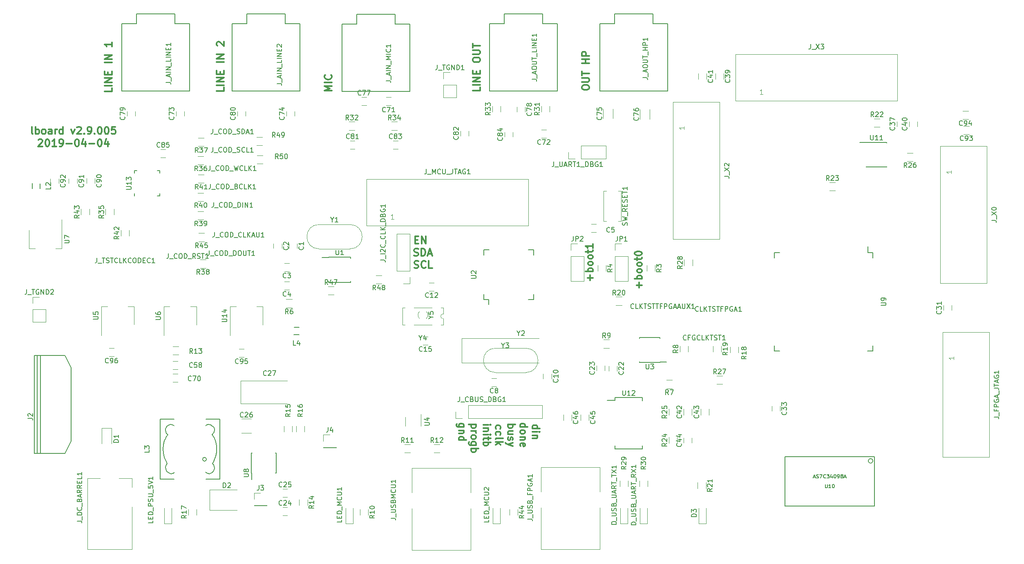
<source format=gbr>
G04 #@! TF.FileFunction,Legend,Top*
%FSLAX46Y46*%
G04 Gerber Fmt 4.6, Leading zero omitted, Abs format (unit mm)*
G04 Created by KiCad (PCBNEW 4.0.7-e2-6376~58~ubuntu16.04.1) date Thu Apr  4 23:28:41 2019*
%MOMM*%
%LPD*%
G01*
G04 APERTURE LIST*
%ADD10C,0.100000*%
%ADD11C,0.300000*%
%ADD12C,0.150000*%
%ADD13C,0.120000*%
%ADD14C,0.127000*%
%ADD15C,0.149860*%
G04 APERTURE END LIST*
D10*
D11*
X142561429Y-131679286D02*
X141347143Y-131679286D01*
X141204286Y-131607857D01*
X141132857Y-131536429D01*
X141061429Y-131393572D01*
X141061429Y-131179286D01*
X141132857Y-131036429D01*
X141632857Y-131679286D02*
X141561429Y-131536429D01*
X141561429Y-131250715D01*
X141632857Y-131107857D01*
X141704286Y-131036429D01*
X141847143Y-130965000D01*
X142275714Y-130965000D01*
X142418571Y-131036429D01*
X142490000Y-131107857D01*
X142561429Y-131250715D01*
X142561429Y-131536429D01*
X142490000Y-131679286D01*
X142561429Y-132393572D02*
X141561429Y-132393572D01*
X142418571Y-132393572D02*
X142490000Y-132465000D01*
X142561429Y-132607858D01*
X142561429Y-132822143D01*
X142490000Y-132965000D01*
X142347143Y-133036429D01*
X141561429Y-133036429D01*
X141561429Y-134393572D02*
X143061429Y-134393572D01*
X141632857Y-134393572D02*
X141561429Y-134250715D01*
X141561429Y-133965001D01*
X141632857Y-133822143D01*
X141704286Y-133750715D01*
X141847143Y-133679286D01*
X142275714Y-133679286D01*
X142418571Y-133750715D01*
X142490000Y-133822143D01*
X142561429Y-133965001D01*
X142561429Y-134250715D01*
X142490000Y-134393572D01*
X156801429Y-132000714D02*
X158301429Y-132000714D01*
X156872857Y-132000714D02*
X156801429Y-131857857D01*
X156801429Y-131572143D01*
X156872857Y-131429285D01*
X156944286Y-131357857D01*
X157087143Y-131286428D01*
X157515714Y-131286428D01*
X157658571Y-131357857D01*
X157730000Y-131429285D01*
X157801429Y-131572143D01*
X157801429Y-131857857D01*
X157730000Y-132000714D01*
X156801429Y-132715000D02*
X157801429Y-132715000D01*
X158301429Y-132715000D02*
X158230000Y-132643571D01*
X158158571Y-132715000D01*
X158230000Y-132786428D01*
X158301429Y-132715000D01*
X158158571Y-132715000D01*
X157801429Y-133429286D02*
X156801429Y-133429286D01*
X157658571Y-133429286D02*
X157730000Y-133500714D01*
X157801429Y-133643572D01*
X157801429Y-133857857D01*
X157730000Y-134000714D01*
X157587143Y-134072143D01*
X156801429Y-134072143D01*
X154261429Y-131671429D02*
X155761429Y-131671429D01*
X154332857Y-131671429D02*
X154261429Y-131528572D01*
X154261429Y-131242858D01*
X154332857Y-131100000D01*
X154404286Y-131028572D01*
X154547143Y-130957143D01*
X154975714Y-130957143D01*
X155118571Y-131028572D01*
X155190000Y-131100000D01*
X155261429Y-131242858D01*
X155261429Y-131528572D01*
X155190000Y-131671429D01*
X154261429Y-132600001D02*
X154332857Y-132457143D01*
X154404286Y-132385715D01*
X154547143Y-132314286D01*
X154975714Y-132314286D01*
X155118571Y-132385715D01*
X155190000Y-132457143D01*
X155261429Y-132600001D01*
X155261429Y-132814286D01*
X155190000Y-132957143D01*
X155118571Y-133028572D01*
X154975714Y-133100001D01*
X154547143Y-133100001D01*
X154404286Y-133028572D01*
X154332857Y-132957143D01*
X154261429Y-132814286D01*
X154261429Y-132600001D01*
X155261429Y-133742858D02*
X154261429Y-133742858D01*
X155118571Y-133742858D02*
X155190000Y-133814286D01*
X155261429Y-133957144D01*
X155261429Y-134171429D01*
X155190000Y-134314286D01*
X155047143Y-134385715D01*
X154261429Y-134385715D01*
X154332857Y-135671429D02*
X154261429Y-135528572D01*
X154261429Y-135242858D01*
X154332857Y-135100001D01*
X154475714Y-135028572D01*
X155047143Y-135028572D01*
X155190000Y-135100001D01*
X155261429Y-135242858D01*
X155261429Y-135528572D01*
X155190000Y-135671429D01*
X155047143Y-135742858D01*
X154904286Y-135742858D01*
X154761429Y-135028572D01*
X151721429Y-131171429D02*
X153221429Y-131171429D01*
X152650000Y-131171429D02*
X152721429Y-131314286D01*
X152721429Y-131600000D01*
X152650000Y-131742857D01*
X152578571Y-131814286D01*
X152435714Y-131885715D01*
X152007143Y-131885715D01*
X151864286Y-131814286D01*
X151792857Y-131742857D01*
X151721429Y-131600000D01*
X151721429Y-131314286D01*
X151792857Y-131171429D01*
X152721429Y-133171429D02*
X151721429Y-133171429D01*
X152721429Y-132528572D02*
X151935714Y-132528572D01*
X151792857Y-132600000D01*
X151721429Y-132742858D01*
X151721429Y-132957143D01*
X151792857Y-133100000D01*
X151864286Y-133171429D01*
X151792857Y-133814286D02*
X151721429Y-133957143D01*
X151721429Y-134242858D01*
X151792857Y-134385715D01*
X151935714Y-134457143D01*
X152007143Y-134457143D01*
X152150000Y-134385715D01*
X152221429Y-134242858D01*
X152221429Y-134028572D01*
X152292857Y-133885715D01*
X152435714Y-133814286D01*
X152507143Y-133814286D01*
X152650000Y-133885715D01*
X152721429Y-134028572D01*
X152721429Y-134242858D01*
X152650000Y-134385715D01*
X152721429Y-134957144D02*
X151721429Y-135314287D01*
X152721429Y-135671429D02*
X151721429Y-135314287D01*
X151364286Y-135171429D01*
X151292857Y-135100001D01*
X151221429Y-134957144D01*
X149252857Y-132064286D02*
X149181429Y-131921429D01*
X149181429Y-131635715D01*
X149252857Y-131492857D01*
X149324286Y-131421429D01*
X149467143Y-131350000D01*
X149895714Y-131350000D01*
X150038571Y-131421429D01*
X150110000Y-131492857D01*
X150181429Y-131635715D01*
X150181429Y-131921429D01*
X150110000Y-132064286D01*
X149252857Y-133350000D02*
X149181429Y-133207143D01*
X149181429Y-132921429D01*
X149252857Y-132778571D01*
X149324286Y-132707143D01*
X149467143Y-132635714D01*
X149895714Y-132635714D01*
X150038571Y-132707143D01*
X150110000Y-132778571D01*
X150181429Y-132921429D01*
X150181429Y-133207143D01*
X150110000Y-133350000D01*
X149181429Y-134207143D02*
X149252857Y-134064285D01*
X149395714Y-133992857D01*
X150681429Y-133992857D01*
X149181429Y-134778571D02*
X150681429Y-134778571D01*
X149752857Y-134921428D02*
X149181429Y-135349999D01*
X150181429Y-135349999D02*
X149610000Y-134778571D01*
X146641429Y-131207143D02*
X147641429Y-131207143D01*
X148141429Y-131207143D02*
X148070000Y-131135714D01*
X147998571Y-131207143D01*
X148070000Y-131278571D01*
X148141429Y-131207143D01*
X147998571Y-131207143D01*
X147641429Y-131921429D02*
X146641429Y-131921429D01*
X147498571Y-131921429D02*
X147570000Y-131992857D01*
X147641429Y-132135715D01*
X147641429Y-132350000D01*
X147570000Y-132492857D01*
X147427143Y-132564286D01*
X146641429Y-132564286D01*
X146641429Y-133278572D02*
X147641429Y-133278572D01*
X148141429Y-133278572D02*
X148070000Y-133207143D01*
X147998571Y-133278572D01*
X148070000Y-133350000D01*
X148141429Y-133278572D01*
X147998571Y-133278572D01*
X147641429Y-133778572D02*
X147641429Y-134350001D01*
X148141429Y-133992858D02*
X146855714Y-133992858D01*
X146712857Y-134064286D01*
X146641429Y-134207144D01*
X146641429Y-134350001D01*
X146641429Y-134850001D02*
X148141429Y-134850001D01*
X147570000Y-134850001D02*
X147641429Y-134992858D01*
X147641429Y-135278572D01*
X147570000Y-135421429D01*
X147498571Y-135492858D01*
X147355714Y-135564287D01*
X146927143Y-135564287D01*
X146784286Y-135492858D01*
X146712857Y-135421429D01*
X146641429Y-135278572D01*
X146641429Y-134992858D01*
X146712857Y-134850001D01*
X145101429Y-131163572D02*
X143601429Y-131163572D01*
X145030000Y-131163572D02*
X145101429Y-131306429D01*
X145101429Y-131592143D01*
X145030000Y-131735000D01*
X144958571Y-131806429D01*
X144815714Y-131877858D01*
X144387143Y-131877858D01*
X144244286Y-131806429D01*
X144172857Y-131735000D01*
X144101429Y-131592143D01*
X144101429Y-131306429D01*
X144172857Y-131163572D01*
X144101429Y-132520715D02*
X145101429Y-132520715D01*
X144815714Y-132520715D02*
X144958571Y-132592143D01*
X145030000Y-132663572D01*
X145101429Y-132806429D01*
X145101429Y-132949286D01*
X144101429Y-133663572D02*
X144172857Y-133520714D01*
X144244286Y-133449286D01*
X144387143Y-133377857D01*
X144815714Y-133377857D01*
X144958571Y-133449286D01*
X145030000Y-133520714D01*
X145101429Y-133663572D01*
X145101429Y-133877857D01*
X145030000Y-134020714D01*
X144958571Y-134092143D01*
X144815714Y-134163572D01*
X144387143Y-134163572D01*
X144244286Y-134092143D01*
X144172857Y-134020714D01*
X144101429Y-133877857D01*
X144101429Y-133663572D01*
X145101429Y-135449286D02*
X143887143Y-135449286D01*
X143744286Y-135377857D01*
X143672857Y-135306429D01*
X143601429Y-135163572D01*
X143601429Y-134949286D01*
X143672857Y-134806429D01*
X144172857Y-135449286D02*
X144101429Y-135306429D01*
X144101429Y-135020715D01*
X144172857Y-134877857D01*
X144244286Y-134806429D01*
X144387143Y-134735000D01*
X144815714Y-134735000D01*
X144958571Y-134806429D01*
X145030000Y-134877857D01*
X145101429Y-135020715D01*
X145101429Y-135306429D01*
X145030000Y-135449286D01*
X144101429Y-136163572D02*
X145601429Y-136163572D01*
X145030000Y-136163572D02*
X145101429Y-136306429D01*
X145101429Y-136592143D01*
X145030000Y-136735000D01*
X144958571Y-136806429D01*
X144815714Y-136877858D01*
X144387143Y-136877858D01*
X144244286Y-136806429D01*
X144172857Y-136735000D01*
X144101429Y-136592143D01*
X144101429Y-136306429D01*
X144172857Y-136163572D01*
X145966571Y-61221429D02*
X145966571Y-61935715D01*
X144466571Y-61935715D01*
X145966571Y-60721429D02*
X144466571Y-60721429D01*
X145966571Y-60007143D02*
X144466571Y-60007143D01*
X145966571Y-59150000D01*
X144466571Y-59150000D01*
X145180857Y-58435714D02*
X145180857Y-57935714D01*
X145966571Y-57721428D02*
X145966571Y-58435714D01*
X144466571Y-58435714D01*
X144466571Y-57721428D01*
X144466571Y-55650000D02*
X144466571Y-55364286D01*
X144538000Y-55221428D01*
X144680857Y-55078571D01*
X144966571Y-55007143D01*
X145466571Y-55007143D01*
X145752286Y-55078571D01*
X145895143Y-55221428D01*
X145966571Y-55364286D01*
X145966571Y-55650000D01*
X145895143Y-55792857D01*
X145752286Y-55935714D01*
X145466571Y-56007143D01*
X144966571Y-56007143D01*
X144680857Y-55935714D01*
X144538000Y-55792857D01*
X144466571Y-55650000D01*
X144466571Y-54364285D02*
X145680857Y-54364285D01*
X145823714Y-54292857D01*
X145895143Y-54221428D01*
X145966571Y-54078571D01*
X145966571Y-53792857D01*
X145895143Y-53649999D01*
X145823714Y-53578571D01*
X145680857Y-53507142D01*
X144466571Y-53507142D01*
X144466571Y-53007142D02*
X144466571Y-52149999D01*
X145966571Y-52578570D02*
X144466571Y-52578570D01*
X167072571Y-61392143D02*
X167072571Y-61106429D01*
X167144000Y-60963571D01*
X167286857Y-60820714D01*
X167572571Y-60749286D01*
X168072571Y-60749286D01*
X168358286Y-60820714D01*
X168501143Y-60963571D01*
X168572571Y-61106429D01*
X168572571Y-61392143D01*
X168501143Y-61535000D01*
X168358286Y-61677857D01*
X168072571Y-61749286D01*
X167572571Y-61749286D01*
X167286857Y-61677857D01*
X167144000Y-61535000D01*
X167072571Y-61392143D01*
X167072571Y-60106428D02*
X168286857Y-60106428D01*
X168429714Y-60035000D01*
X168501143Y-59963571D01*
X168572571Y-59820714D01*
X168572571Y-59535000D01*
X168501143Y-59392142D01*
X168429714Y-59320714D01*
X168286857Y-59249285D01*
X167072571Y-59249285D01*
X167072571Y-58749285D02*
X167072571Y-57892142D01*
X168572571Y-58320713D02*
X167072571Y-58320713D01*
X168572571Y-56249285D02*
X167072571Y-56249285D01*
X167786857Y-56249285D02*
X167786857Y-55392142D01*
X168572571Y-55392142D02*
X167072571Y-55392142D01*
X168572571Y-54677856D02*
X167072571Y-54677856D01*
X167072571Y-54106428D01*
X167144000Y-53963570D01*
X167215429Y-53892142D01*
X167358286Y-53820713D01*
X167572571Y-53820713D01*
X167715429Y-53892142D01*
X167786857Y-53963570D01*
X167858286Y-54106428D01*
X167858286Y-54677856D01*
X115232571Y-61932143D02*
X113732571Y-61932143D01*
X114804000Y-61432143D01*
X113732571Y-60932143D01*
X115232571Y-60932143D01*
X115232571Y-60217857D02*
X113732571Y-60217857D01*
X115089714Y-58646428D02*
X115161143Y-58717857D01*
X115232571Y-58932143D01*
X115232571Y-59075000D01*
X115161143Y-59289285D01*
X115018286Y-59432143D01*
X114875429Y-59503571D01*
X114589714Y-59575000D01*
X114375429Y-59575000D01*
X114089714Y-59503571D01*
X113946857Y-59432143D01*
X113804000Y-59289285D01*
X113732571Y-59075000D01*
X113732571Y-58932143D01*
X113804000Y-58717857D01*
X113875429Y-58646428D01*
X92880571Y-61253143D02*
X92880571Y-61967429D01*
X91380571Y-61967429D01*
X92880571Y-60753143D02*
X91380571Y-60753143D01*
X92880571Y-60038857D02*
X91380571Y-60038857D01*
X92880571Y-59181714D01*
X91380571Y-59181714D01*
X92094857Y-58467428D02*
X92094857Y-57967428D01*
X92880571Y-57753142D02*
X92880571Y-58467428D01*
X91380571Y-58467428D01*
X91380571Y-57753142D01*
X92880571Y-55967428D02*
X91380571Y-55967428D01*
X92880571Y-55253142D02*
X91380571Y-55253142D01*
X92880571Y-54395999D01*
X91380571Y-54395999D01*
X91523429Y-52610285D02*
X91452000Y-52538856D01*
X91380571Y-52395999D01*
X91380571Y-52038856D01*
X91452000Y-51895999D01*
X91523429Y-51824570D01*
X91666286Y-51753142D01*
X91809143Y-51753142D01*
X92023429Y-51824570D01*
X92880571Y-52681713D01*
X92880571Y-51753142D01*
X69639571Y-61380143D02*
X69639571Y-62094429D01*
X68139571Y-62094429D01*
X69639571Y-60880143D02*
X68139571Y-60880143D01*
X69639571Y-60165857D02*
X68139571Y-60165857D01*
X69639571Y-59308714D01*
X68139571Y-59308714D01*
X68853857Y-58594428D02*
X68853857Y-58094428D01*
X69639571Y-57880142D02*
X69639571Y-58594428D01*
X68139571Y-58594428D01*
X68139571Y-57880142D01*
X69639571Y-56094428D02*
X68139571Y-56094428D01*
X69639571Y-55380142D02*
X68139571Y-55380142D01*
X69639571Y-54522999D01*
X68139571Y-54522999D01*
X69639571Y-51880142D02*
X69639571Y-52737285D01*
X69639571Y-52308713D02*
X68139571Y-52308713D01*
X68353857Y-52451570D01*
X68496714Y-52594428D01*
X68568143Y-52737285D01*
X53293430Y-70904571D02*
X53150572Y-70833143D01*
X53079144Y-70690286D01*
X53079144Y-69404571D01*
X53864858Y-70904571D02*
X53864858Y-69404571D01*
X53864858Y-69976000D02*
X54007715Y-69904571D01*
X54293429Y-69904571D01*
X54436286Y-69976000D01*
X54507715Y-70047429D01*
X54579144Y-70190286D01*
X54579144Y-70618857D01*
X54507715Y-70761714D01*
X54436286Y-70833143D01*
X54293429Y-70904571D01*
X54007715Y-70904571D01*
X53864858Y-70833143D01*
X55436287Y-70904571D02*
X55293429Y-70833143D01*
X55222001Y-70761714D01*
X55150572Y-70618857D01*
X55150572Y-70190286D01*
X55222001Y-70047429D01*
X55293429Y-69976000D01*
X55436287Y-69904571D01*
X55650572Y-69904571D01*
X55793429Y-69976000D01*
X55864858Y-70047429D01*
X55936287Y-70190286D01*
X55936287Y-70618857D01*
X55864858Y-70761714D01*
X55793429Y-70833143D01*
X55650572Y-70904571D01*
X55436287Y-70904571D01*
X57222001Y-70904571D02*
X57222001Y-70118857D01*
X57150572Y-69976000D01*
X57007715Y-69904571D01*
X56722001Y-69904571D01*
X56579144Y-69976000D01*
X57222001Y-70833143D02*
X57079144Y-70904571D01*
X56722001Y-70904571D01*
X56579144Y-70833143D01*
X56507715Y-70690286D01*
X56507715Y-70547429D01*
X56579144Y-70404571D01*
X56722001Y-70333143D01*
X57079144Y-70333143D01*
X57222001Y-70261714D01*
X57936287Y-70904571D02*
X57936287Y-69904571D01*
X57936287Y-70190286D02*
X58007715Y-70047429D01*
X58079144Y-69976000D01*
X58222001Y-69904571D01*
X58364858Y-69904571D01*
X59507715Y-70904571D02*
X59507715Y-69404571D01*
X59507715Y-70833143D02*
X59364858Y-70904571D01*
X59079144Y-70904571D01*
X58936286Y-70833143D01*
X58864858Y-70761714D01*
X58793429Y-70618857D01*
X58793429Y-70190286D01*
X58864858Y-70047429D01*
X58936286Y-69976000D01*
X59079144Y-69904571D01*
X59364858Y-69904571D01*
X59507715Y-69976000D01*
X61222001Y-69904571D02*
X61579144Y-70904571D01*
X61936286Y-69904571D01*
X62436286Y-69547429D02*
X62507715Y-69476000D01*
X62650572Y-69404571D01*
X63007715Y-69404571D01*
X63150572Y-69476000D01*
X63222001Y-69547429D01*
X63293429Y-69690286D01*
X63293429Y-69833143D01*
X63222001Y-70047429D01*
X62364858Y-70904571D01*
X63293429Y-70904571D01*
X63936286Y-70761714D02*
X64007714Y-70833143D01*
X63936286Y-70904571D01*
X63864857Y-70833143D01*
X63936286Y-70761714D01*
X63936286Y-70904571D01*
X64722000Y-70904571D02*
X65007715Y-70904571D01*
X65150572Y-70833143D01*
X65222000Y-70761714D01*
X65364858Y-70547429D01*
X65436286Y-70261714D01*
X65436286Y-69690286D01*
X65364858Y-69547429D01*
X65293429Y-69476000D01*
X65150572Y-69404571D01*
X64864858Y-69404571D01*
X64722000Y-69476000D01*
X64650572Y-69547429D01*
X64579143Y-69690286D01*
X64579143Y-70047429D01*
X64650572Y-70190286D01*
X64722000Y-70261714D01*
X64864858Y-70333143D01*
X65150572Y-70333143D01*
X65293429Y-70261714D01*
X65364858Y-70190286D01*
X65436286Y-70047429D01*
X66079143Y-70761714D02*
X66150571Y-70833143D01*
X66079143Y-70904571D01*
X66007714Y-70833143D01*
X66079143Y-70761714D01*
X66079143Y-70904571D01*
X67079143Y-69404571D02*
X67222000Y-69404571D01*
X67364857Y-69476000D01*
X67436286Y-69547429D01*
X67507715Y-69690286D01*
X67579143Y-69976000D01*
X67579143Y-70333143D01*
X67507715Y-70618857D01*
X67436286Y-70761714D01*
X67364857Y-70833143D01*
X67222000Y-70904571D01*
X67079143Y-70904571D01*
X66936286Y-70833143D01*
X66864857Y-70761714D01*
X66793429Y-70618857D01*
X66722000Y-70333143D01*
X66722000Y-69976000D01*
X66793429Y-69690286D01*
X66864857Y-69547429D01*
X66936286Y-69476000D01*
X67079143Y-69404571D01*
X68507714Y-69404571D02*
X68650571Y-69404571D01*
X68793428Y-69476000D01*
X68864857Y-69547429D01*
X68936286Y-69690286D01*
X69007714Y-69976000D01*
X69007714Y-70333143D01*
X68936286Y-70618857D01*
X68864857Y-70761714D01*
X68793428Y-70833143D01*
X68650571Y-70904571D01*
X68507714Y-70904571D01*
X68364857Y-70833143D01*
X68293428Y-70761714D01*
X68222000Y-70618857D01*
X68150571Y-70333143D01*
X68150571Y-69976000D01*
X68222000Y-69690286D01*
X68293428Y-69547429D01*
X68364857Y-69476000D01*
X68507714Y-69404571D01*
X70364857Y-69404571D02*
X69650571Y-69404571D01*
X69579142Y-70118857D01*
X69650571Y-70047429D01*
X69793428Y-69976000D01*
X70150571Y-69976000D01*
X70293428Y-70047429D01*
X70364857Y-70118857D01*
X70436285Y-70261714D01*
X70436285Y-70618857D01*
X70364857Y-70761714D01*
X70293428Y-70833143D01*
X70150571Y-70904571D01*
X69793428Y-70904571D01*
X69650571Y-70833143D01*
X69579142Y-70761714D01*
X54436287Y-72097429D02*
X54507716Y-72026000D01*
X54650573Y-71954571D01*
X55007716Y-71954571D01*
X55150573Y-72026000D01*
X55222002Y-72097429D01*
X55293430Y-72240286D01*
X55293430Y-72383143D01*
X55222002Y-72597429D01*
X54364859Y-73454571D01*
X55293430Y-73454571D01*
X56222001Y-71954571D02*
X56364858Y-71954571D01*
X56507715Y-72026000D01*
X56579144Y-72097429D01*
X56650573Y-72240286D01*
X56722001Y-72526000D01*
X56722001Y-72883143D01*
X56650573Y-73168857D01*
X56579144Y-73311714D01*
X56507715Y-73383143D01*
X56364858Y-73454571D01*
X56222001Y-73454571D01*
X56079144Y-73383143D01*
X56007715Y-73311714D01*
X55936287Y-73168857D01*
X55864858Y-72883143D01*
X55864858Y-72526000D01*
X55936287Y-72240286D01*
X56007715Y-72097429D01*
X56079144Y-72026000D01*
X56222001Y-71954571D01*
X58150572Y-73454571D02*
X57293429Y-73454571D01*
X57722001Y-73454571D02*
X57722001Y-71954571D01*
X57579144Y-72168857D01*
X57436286Y-72311714D01*
X57293429Y-72383143D01*
X58864857Y-73454571D02*
X59150572Y-73454571D01*
X59293429Y-73383143D01*
X59364857Y-73311714D01*
X59507715Y-73097429D01*
X59579143Y-72811714D01*
X59579143Y-72240286D01*
X59507715Y-72097429D01*
X59436286Y-72026000D01*
X59293429Y-71954571D01*
X59007715Y-71954571D01*
X58864857Y-72026000D01*
X58793429Y-72097429D01*
X58722000Y-72240286D01*
X58722000Y-72597429D01*
X58793429Y-72740286D01*
X58864857Y-72811714D01*
X59007715Y-72883143D01*
X59293429Y-72883143D01*
X59436286Y-72811714D01*
X59507715Y-72740286D01*
X59579143Y-72597429D01*
X60222000Y-72883143D02*
X61364857Y-72883143D01*
X62364857Y-71954571D02*
X62507714Y-71954571D01*
X62650571Y-72026000D01*
X62722000Y-72097429D01*
X62793429Y-72240286D01*
X62864857Y-72526000D01*
X62864857Y-72883143D01*
X62793429Y-73168857D01*
X62722000Y-73311714D01*
X62650571Y-73383143D01*
X62507714Y-73454571D01*
X62364857Y-73454571D01*
X62222000Y-73383143D01*
X62150571Y-73311714D01*
X62079143Y-73168857D01*
X62007714Y-72883143D01*
X62007714Y-72526000D01*
X62079143Y-72240286D01*
X62150571Y-72097429D01*
X62222000Y-72026000D01*
X62364857Y-71954571D01*
X64150571Y-72454571D02*
X64150571Y-73454571D01*
X63793428Y-71883143D02*
X63436285Y-72954571D01*
X64364857Y-72954571D01*
X64936285Y-72883143D02*
X66079142Y-72883143D01*
X67079142Y-71954571D02*
X67221999Y-71954571D01*
X67364856Y-72026000D01*
X67436285Y-72097429D01*
X67507714Y-72240286D01*
X67579142Y-72526000D01*
X67579142Y-72883143D01*
X67507714Y-73168857D01*
X67436285Y-73311714D01*
X67364856Y-73383143D01*
X67221999Y-73454571D01*
X67079142Y-73454571D01*
X66936285Y-73383143D01*
X66864856Y-73311714D01*
X66793428Y-73168857D01*
X66721999Y-72883143D01*
X66721999Y-72526000D01*
X66793428Y-72240286D01*
X66864856Y-72097429D01*
X66936285Y-72026000D01*
X67079142Y-71954571D01*
X68864856Y-72454571D02*
X68864856Y-73454571D01*
X68507713Y-71883143D02*
X68150570Y-72954571D01*
X69079142Y-72954571D01*
X178923143Y-102810000D02*
X178923143Y-101667143D01*
X179494571Y-102238572D02*
X178351714Y-102238572D01*
X179494571Y-100952857D02*
X177994571Y-100952857D01*
X178566000Y-100952857D02*
X178494571Y-100810000D01*
X178494571Y-100524286D01*
X178566000Y-100381429D01*
X178637429Y-100310000D01*
X178780286Y-100238571D01*
X179208857Y-100238571D01*
X179351714Y-100310000D01*
X179423143Y-100381429D01*
X179494571Y-100524286D01*
X179494571Y-100810000D01*
X179423143Y-100952857D01*
X179494571Y-99381428D02*
X179423143Y-99524286D01*
X179351714Y-99595714D01*
X179208857Y-99667143D01*
X178780286Y-99667143D01*
X178637429Y-99595714D01*
X178566000Y-99524286D01*
X178494571Y-99381428D01*
X178494571Y-99167143D01*
X178566000Y-99024286D01*
X178637429Y-98952857D01*
X178780286Y-98881428D01*
X179208857Y-98881428D01*
X179351714Y-98952857D01*
X179423143Y-99024286D01*
X179494571Y-99167143D01*
X179494571Y-99381428D01*
X179494571Y-98024285D02*
X179423143Y-98167143D01*
X179351714Y-98238571D01*
X179208857Y-98310000D01*
X178780286Y-98310000D01*
X178637429Y-98238571D01*
X178566000Y-98167143D01*
X178494571Y-98024285D01*
X178494571Y-97810000D01*
X178566000Y-97667143D01*
X178637429Y-97595714D01*
X178780286Y-97524285D01*
X179208857Y-97524285D01*
X179351714Y-97595714D01*
X179423143Y-97667143D01*
X179494571Y-97810000D01*
X179494571Y-98024285D01*
X178494571Y-97095714D02*
X178494571Y-96524285D01*
X177994571Y-96881428D02*
X179280286Y-96881428D01*
X179423143Y-96810000D01*
X179494571Y-96667142D01*
X179494571Y-96524285D01*
X177994571Y-95738571D02*
X177994571Y-95595714D01*
X178066000Y-95452857D01*
X178137429Y-95381428D01*
X178280286Y-95309999D01*
X178566000Y-95238571D01*
X178923143Y-95238571D01*
X179208857Y-95309999D01*
X179351714Y-95381428D01*
X179423143Y-95452857D01*
X179494571Y-95595714D01*
X179494571Y-95738571D01*
X179423143Y-95881428D01*
X179351714Y-95952857D01*
X179208857Y-96024285D01*
X178923143Y-96095714D01*
X178566000Y-96095714D01*
X178280286Y-96024285D01*
X178137429Y-95952857D01*
X178066000Y-95881428D01*
X177994571Y-95738571D01*
X132290572Y-96111143D02*
X132504858Y-96182571D01*
X132862001Y-96182571D01*
X133004858Y-96111143D01*
X133076287Y-96039714D01*
X133147715Y-95896857D01*
X133147715Y-95754000D01*
X133076287Y-95611143D01*
X133004858Y-95539714D01*
X132862001Y-95468286D01*
X132576287Y-95396857D01*
X132433429Y-95325429D01*
X132362001Y-95254000D01*
X132290572Y-95111143D01*
X132290572Y-94968286D01*
X132362001Y-94825429D01*
X132433429Y-94754000D01*
X132576287Y-94682571D01*
X132933429Y-94682571D01*
X133147715Y-94754000D01*
X133790572Y-96182571D02*
X133790572Y-94682571D01*
X134147715Y-94682571D01*
X134362000Y-94754000D01*
X134504858Y-94896857D01*
X134576286Y-95039714D01*
X134647715Y-95325429D01*
X134647715Y-95539714D01*
X134576286Y-95825429D01*
X134504858Y-95968286D01*
X134362000Y-96111143D01*
X134147715Y-96182571D01*
X133790572Y-96182571D01*
X135219143Y-95754000D02*
X135933429Y-95754000D01*
X135076286Y-96182571D02*
X135576286Y-94682571D01*
X136076286Y-96182571D01*
X132496857Y-92856857D02*
X132996857Y-92856857D01*
X133211143Y-93642571D02*
X132496857Y-93642571D01*
X132496857Y-92142571D01*
X133211143Y-92142571D01*
X133854000Y-93642571D02*
X133854000Y-92142571D01*
X134711143Y-93642571D01*
X134711143Y-92142571D01*
X132326286Y-98651143D02*
X132540572Y-98722571D01*
X132897715Y-98722571D01*
X133040572Y-98651143D01*
X133112001Y-98579714D01*
X133183429Y-98436857D01*
X133183429Y-98294000D01*
X133112001Y-98151143D01*
X133040572Y-98079714D01*
X132897715Y-98008286D01*
X132612001Y-97936857D01*
X132469143Y-97865429D01*
X132397715Y-97794000D01*
X132326286Y-97651143D01*
X132326286Y-97508286D01*
X132397715Y-97365429D01*
X132469143Y-97294000D01*
X132612001Y-97222571D01*
X132969143Y-97222571D01*
X133183429Y-97294000D01*
X134683429Y-98579714D02*
X134612000Y-98651143D01*
X134397714Y-98722571D01*
X134254857Y-98722571D01*
X134040572Y-98651143D01*
X133897714Y-98508286D01*
X133826286Y-98365429D01*
X133754857Y-98079714D01*
X133754857Y-97865429D01*
X133826286Y-97579714D01*
X133897714Y-97436857D01*
X134040572Y-97294000D01*
X134254857Y-97222571D01*
X134397714Y-97222571D01*
X134612000Y-97294000D01*
X134683429Y-97365429D01*
X136040572Y-98722571D02*
X135326286Y-98722571D01*
X135326286Y-97222571D01*
X168763143Y-101286000D02*
X168763143Y-100143143D01*
X169334571Y-100714572D02*
X168191714Y-100714572D01*
X169334571Y-99428857D02*
X167834571Y-99428857D01*
X168406000Y-99428857D02*
X168334571Y-99286000D01*
X168334571Y-99000286D01*
X168406000Y-98857429D01*
X168477429Y-98786000D01*
X168620286Y-98714571D01*
X169048857Y-98714571D01*
X169191714Y-98786000D01*
X169263143Y-98857429D01*
X169334571Y-99000286D01*
X169334571Y-99286000D01*
X169263143Y-99428857D01*
X169334571Y-97857428D02*
X169263143Y-98000286D01*
X169191714Y-98071714D01*
X169048857Y-98143143D01*
X168620286Y-98143143D01*
X168477429Y-98071714D01*
X168406000Y-98000286D01*
X168334571Y-97857428D01*
X168334571Y-97643143D01*
X168406000Y-97500286D01*
X168477429Y-97428857D01*
X168620286Y-97357428D01*
X169048857Y-97357428D01*
X169191714Y-97428857D01*
X169263143Y-97500286D01*
X169334571Y-97643143D01*
X169334571Y-97857428D01*
X169334571Y-96500285D02*
X169263143Y-96643143D01*
X169191714Y-96714571D01*
X169048857Y-96786000D01*
X168620286Y-96786000D01*
X168477429Y-96714571D01*
X168406000Y-96643143D01*
X168334571Y-96500285D01*
X168334571Y-96286000D01*
X168406000Y-96143143D01*
X168477429Y-96071714D01*
X168620286Y-96000285D01*
X169048857Y-96000285D01*
X169191714Y-96071714D01*
X169263143Y-96143143D01*
X169334571Y-96286000D01*
X169334571Y-96500285D01*
X168334571Y-95571714D02*
X168334571Y-95000285D01*
X167834571Y-95357428D02*
X169120286Y-95357428D01*
X169263143Y-95286000D01*
X169334571Y-95143142D01*
X169334571Y-95000285D01*
X169334571Y-93714571D02*
X169334571Y-94571714D01*
X169334571Y-94143142D02*
X167834571Y-94143142D01*
X168048857Y-94285999D01*
X168191714Y-94428857D01*
X168263143Y-94571714D01*
D12*
X173865000Y-125578000D02*
X173865000Y-126153000D01*
X179615000Y-125578000D02*
X179615000Y-126228000D01*
X179615000Y-136228000D02*
X179615000Y-135578000D01*
X173865000Y-136228000D02*
X173865000Y-135578000D01*
X173865000Y-125578000D02*
X179615000Y-125578000D01*
X173865000Y-136228000D02*
X179615000Y-136228000D01*
X173865000Y-126153000D02*
X172265000Y-126153000D01*
D13*
X96377000Y-122060000D02*
X105977000Y-122060000D01*
X96377000Y-126860000D02*
X105977000Y-126860000D01*
X96377000Y-122060000D02*
X96377000Y-126860000D01*
X198886000Y-54382000D02*
X232406000Y-54382000D01*
X232406000Y-54382000D02*
X232406000Y-63982000D01*
X232406000Y-63982000D02*
X198886000Y-63982000D01*
X198886000Y-63982000D02*
X198886000Y-54382000D01*
X195554000Y-64266000D02*
X195554000Y-92706000D01*
X195554000Y-92706000D02*
X185954000Y-92706000D01*
X185954000Y-92706000D02*
X185954000Y-64266000D01*
X185954000Y-64266000D02*
X195554000Y-64266000D01*
X164786000Y-101406000D02*
X167446000Y-101406000D01*
X164786000Y-96266000D02*
X164786000Y-101406000D01*
X167446000Y-96266000D02*
X167446000Y-101406000D01*
X164786000Y-96266000D02*
X167446000Y-96266000D01*
X164786000Y-94996000D02*
X164786000Y-93666000D01*
X164786000Y-93666000D02*
X166116000Y-93666000D01*
D12*
X146717000Y-105251000D02*
X147717000Y-105251000D01*
X146717000Y-94901000D02*
X147792000Y-94901000D01*
X157067000Y-94901000D02*
X155992000Y-94901000D01*
X157067000Y-105251000D02*
X155992000Y-105251000D01*
X146717000Y-105251000D02*
X146717000Y-104176000D01*
X157067000Y-105251000D02*
X157067000Y-104176000D01*
X157067000Y-94901000D02*
X157067000Y-95976000D01*
X146717000Y-94901000D02*
X146717000Y-95976000D01*
X147717000Y-105251000D02*
X147717000Y-106276000D01*
D13*
X173930000Y-101406000D02*
X176590000Y-101406000D01*
X173930000Y-96266000D02*
X173930000Y-101406000D01*
X176590000Y-96266000D02*
X176590000Y-101406000D01*
X173930000Y-96266000D02*
X176590000Y-96266000D01*
X173930000Y-94996000D02*
X173930000Y-93666000D01*
X173930000Y-93666000D02*
X175260000Y-93666000D01*
X130382000Y-110512000D02*
X129912000Y-110512000D01*
X129912000Y-110512000D02*
X129912000Y-106912000D01*
X129912000Y-106912000D02*
X130382000Y-106912000D01*
X136012000Y-110512000D02*
X132212000Y-110512000D01*
X138312000Y-109212000D02*
X138312000Y-110512000D01*
X138312000Y-106912000D02*
X138312000Y-108212000D01*
X138312000Y-110512000D02*
X137842000Y-110512000D01*
X138312000Y-106912000D02*
X137842000Y-106912000D01*
X132212000Y-106912000D02*
X136012000Y-106912000D01*
X138312000Y-108212000D02*
G75*
G03X138312000Y-109212000I0J-500000D01*
G01*
X134120000Y-114642000D02*
X135120000Y-114642000D01*
X135120000Y-112942000D02*
X134120000Y-112942000D01*
X135410000Y-103466000D02*
X136410000Y-103466000D01*
X136410000Y-101766000D02*
X135410000Y-101766000D01*
X131378000Y-91634000D02*
X128718000Y-91634000D01*
X131378000Y-99314000D02*
X131378000Y-91634000D01*
X128718000Y-99314000D02*
X128718000Y-91634000D01*
X131378000Y-99314000D02*
X128718000Y-99314000D01*
X131378000Y-100584000D02*
X131378000Y-101914000D01*
X131378000Y-101914000D02*
X130048000Y-101914000D01*
X134812652Y-109195390D02*
G75*
G03X134812000Y-107696000I-700652J749390D01*
G01*
X133411348Y-109195390D02*
G75*
G02X133412000Y-107696000I700652J749390D01*
G01*
X175205000Y-88952000D02*
X174555000Y-88952000D01*
X171505000Y-88952000D02*
X172155000Y-88952000D01*
X172155000Y-82752000D02*
X171505000Y-82752000D01*
X175205000Y-82752000D02*
X174555000Y-82752000D01*
X175205000Y-88952000D02*
X175205000Y-82752000D01*
X171505000Y-82752000D02*
X171505000Y-88952000D01*
X169025000Y-91274000D02*
X170025000Y-91274000D01*
X170025000Y-89574000D02*
X169025000Y-89574000D01*
X148344000Y-123278000D02*
X149344000Y-123278000D01*
X149344000Y-121578000D02*
X148344000Y-121578000D01*
X122432000Y-80290000D02*
X155952000Y-80290000D01*
X155952000Y-80290000D02*
X155952000Y-89890000D01*
X155952000Y-89890000D02*
X122432000Y-89890000D01*
X122432000Y-89890000D02*
X122432000Y-80290000D01*
X131490000Y-137024000D02*
X130290000Y-137024000D01*
X130290000Y-135264000D02*
X131490000Y-135264000D01*
X131822000Y-148622000D02*
X131822000Y-157262000D01*
X131822000Y-140242000D02*
X131822000Y-145322000D01*
X144022000Y-148622000D02*
X144022000Y-157262000D01*
X144022000Y-140242000D02*
X144022000Y-145322000D01*
X144022000Y-157262000D02*
X131822000Y-157262000D01*
X131822000Y-140242000D02*
X144022000Y-140242000D01*
X137586000Y-137024000D02*
X136386000Y-137024000D01*
X136386000Y-135264000D02*
X137586000Y-135264000D01*
X130470000Y-129656000D02*
X130470000Y-131456000D01*
X133690000Y-131456000D02*
X133690000Y-129006000D01*
X158141500Y-113274000D02*
X142166500Y-113274000D01*
X142166500Y-113274000D02*
X142166500Y-118374000D01*
X142166500Y-118374000D02*
X158141500Y-118374000D01*
X160743000Y-121638000D02*
X160743000Y-120638000D01*
X159043000Y-120638000D02*
X159043000Y-121638000D01*
X158810000Y-129854000D02*
X158810000Y-127194000D01*
X143510000Y-129854000D02*
X158810000Y-129854000D01*
X143510000Y-127194000D02*
X158810000Y-127194000D01*
X143510000Y-129854000D02*
X143510000Y-127194000D01*
X142240000Y-129854000D02*
X140910000Y-129854000D01*
X140910000Y-129854000D02*
X140910000Y-128524000D01*
X172018000Y-76006000D02*
X172018000Y-73346000D01*
X166878000Y-76006000D02*
X172018000Y-76006000D01*
X166878000Y-73346000D02*
X172018000Y-73346000D01*
X166878000Y-76006000D02*
X166878000Y-73346000D01*
X165608000Y-76006000D02*
X164278000Y-76006000D01*
X164278000Y-76006000D02*
X164278000Y-74676000D01*
X152028000Y-149952000D02*
X152028000Y-148752000D01*
X153788000Y-148752000D02*
X153788000Y-149952000D01*
X176648000Y-142830000D02*
X176648000Y-144030000D01*
X174888000Y-144030000D02*
X174888000Y-142830000D01*
X149175000Y-115331000D02*
X155425000Y-115331000D01*
X149175000Y-120381000D02*
X155425000Y-120381000D01*
X149175000Y-120381000D02*
G75*
G02X149175000Y-115331000I0J2525000D01*
G01*
X155425000Y-120381000D02*
G75*
G03X155425000Y-115331000I0J2525000D01*
G01*
X251434000Y-112018000D02*
X251434000Y-137918000D01*
X251434000Y-137918000D02*
X241834000Y-137918000D01*
X241834000Y-137918000D02*
X241834000Y-112018000D01*
X241834000Y-112018000D02*
X251434000Y-112018000D01*
D14*
X227696000Y-148059002D02*
X209096000Y-148059002D01*
X209096000Y-148059002D02*
X209096000Y-137859002D01*
X209096000Y-137859002D02*
X227696000Y-137859002D01*
X227696000Y-137859002D02*
X227696000Y-148059002D01*
X227344867Y-138714402D02*
G75*
G03X227344867Y-138714402I-472467J0D01*
G01*
D13*
X170092000Y-118987000D02*
X170092000Y-119987000D01*
X171792000Y-119987000D02*
X171792000Y-118987000D01*
X166760000Y-130314000D02*
X166760000Y-129114000D01*
X168520000Y-129114000D02*
X168520000Y-130314000D01*
X172732000Y-115307000D02*
X171532000Y-115307000D01*
X171532000Y-113547000D02*
X172732000Y-113547000D01*
X174332000Y-120027000D02*
X174332000Y-119027000D01*
X172632000Y-119027000D02*
X172632000Y-120027000D01*
X163204000Y-130314000D02*
X163204000Y-129114000D01*
X164964000Y-129114000D02*
X164964000Y-130314000D01*
X178952000Y-144030000D02*
X178952000Y-142830000D01*
X180712000Y-142830000D02*
X180712000Y-144030000D01*
X180582000Y-148526000D02*
X180582000Y-151726000D01*
X179082000Y-151726000D02*
X179082000Y-148526000D01*
X179082000Y-151726000D02*
X180582000Y-151726000D01*
X158588000Y-148462000D02*
X158588000Y-157102000D01*
X158588000Y-140082000D02*
X158588000Y-145162000D01*
X170788000Y-148462000D02*
X170788000Y-157102000D01*
X170788000Y-140082000D02*
X170788000Y-145162000D01*
X170788000Y-157102000D02*
X158588000Y-157102000D01*
X158588000Y-140082000D02*
X170788000Y-140082000D01*
X150102000Y-148526000D02*
X150102000Y-151726000D01*
X148602000Y-151726000D02*
X148602000Y-148526000D01*
X148602000Y-151726000D02*
X150102000Y-151726000D01*
X176518000Y-148526000D02*
X176518000Y-151726000D01*
X175018000Y-151726000D02*
X175018000Y-148526000D01*
X175018000Y-151726000D02*
X176518000Y-151726000D01*
X199508000Y-115050000D02*
X199508000Y-116250000D01*
X197748000Y-116250000D02*
X197748000Y-115050000D01*
X189094000Y-114890000D02*
X189094000Y-116090000D01*
X187334000Y-116090000D02*
X187334000Y-114890000D01*
X194192000Y-116090000D02*
X194192000Y-114890000D01*
X195952000Y-114890000D02*
X195952000Y-116090000D01*
D12*
X183177000Y-118272000D02*
X183177000Y-118222000D01*
X179027000Y-118272000D02*
X179027000Y-118127000D01*
X179027000Y-113122000D02*
X179027000Y-113267000D01*
X183177000Y-113122000D02*
X183177000Y-113267000D01*
X183177000Y-118272000D02*
X179027000Y-118272000D01*
X183177000Y-113122000D02*
X179027000Y-113122000D01*
X183177000Y-118222000D02*
X184577000Y-118222000D01*
D13*
X186808000Y-127971000D02*
X186808000Y-129171000D01*
X185048000Y-129171000D02*
X185048000Y-127971000D01*
X189856000Y-127971000D02*
X189856000Y-129171000D01*
X188096000Y-129171000D02*
X188096000Y-127971000D01*
X193412000Y-127971000D02*
X193412000Y-129171000D01*
X191652000Y-129171000D02*
X191652000Y-127971000D01*
X184566000Y-121929000D02*
X185766000Y-121929000D01*
X185766000Y-123689000D02*
X184566000Y-123689000D01*
X196180000Y-122800000D02*
X194980000Y-122800000D01*
X194980000Y-121040000D02*
X196180000Y-121040000D01*
X208114000Y-128369000D02*
X208114000Y-127369000D01*
X206414000Y-127369000D02*
X206414000Y-128369000D01*
X191017000Y-144411000D02*
X191017000Y-143211000D01*
X192777000Y-143211000D02*
X192777000Y-144411000D01*
X188126000Y-133973000D02*
X188126000Y-134973000D01*
X189826000Y-134973000D02*
X189826000Y-133973000D01*
X192774000Y-148526000D02*
X192774000Y-151726000D01*
X191274000Y-151726000D02*
X191274000Y-148526000D01*
X191274000Y-151726000D02*
X192774000Y-151726000D01*
X186808000Y-133813000D02*
X186808000Y-135013000D01*
X185048000Y-135013000D02*
X185048000Y-133813000D01*
X151042000Y-70493000D02*
X151042000Y-71493000D01*
X152742000Y-71493000D02*
X152742000Y-70493000D01*
X141898000Y-70259000D02*
X141898000Y-71259000D01*
X143598000Y-71259000D02*
X143598000Y-70259000D01*
X160392000Y-65106000D02*
X160392000Y-66306000D01*
X158632000Y-66306000D02*
X158632000Y-65106000D01*
X138370000Y-63306000D02*
X141030000Y-63306000D01*
X138370000Y-60706000D02*
X138370000Y-63306000D01*
X141030000Y-60706000D02*
X141030000Y-63306000D01*
X138370000Y-60706000D02*
X141030000Y-60706000D01*
X138370000Y-59436000D02*
X138370000Y-58106000D01*
X138370000Y-58106000D02*
X139700000Y-58106000D01*
X155282000Y-66306000D02*
X155282000Y-65306000D01*
X153582000Y-65306000D02*
X153582000Y-66306000D01*
D12*
X161940000Y-61975000D02*
X161940000Y-60975000D01*
X147940000Y-61975000D02*
X161940000Y-61975000D01*
X147940000Y-47975000D02*
X147940000Y-61975000D01*
X150940000Y-47975000D02*
X147940000Y-47975000D01*
X150940000Y-45975000D02*
X150940000Y-47975000D01*
X158940000Y-45975000D02*
X150940000Y-45975000D01*
X158940000Y-47975000D02*
X158940000Y-45975000D01*
X161940000Y-47975000D02*
X158940000Y-47975000D01*
X161940000Y-60975000D02*
X161940000Y-47975000D01*
D13*
X150232000Y-65106000D02*
X150232000Y-66306000D01*
X148472000Y-66306000D02*
X148472000Y-65106000D01*
D12*
X184800000Y-61975000D02*
X184800000Y-60975000D01*
X170800000Y-61975000D02*
X184800000Y-61975000D01*
X170800000Y-47975000D02*
X170800000Y-61975000D01*
X173800000Y-47975000D02*
X170800000Y-47975000D01*
X173800000Y-45975000D02*
X173800000Y-47975000D01*
X181800000Y-45975000D02*
X173800000Y-45975000D01*
X181800000Y-47975000D02*
X181800000Y-45975000D01*
X184800000Y-47975000D02*
X181800000Y-47975000D01*
X184800000Y-60975000D02*
X184800000Y-47975000D01*
D13*
X158651000Y-71716000D02*
X159651000Y-71716000D01*
X159651000Y-70016000D02*
X158651000Y-70016000D01*
X171446000Y-65675000D02*
X171446000Y-67675000D01*
X173486000Y-67675000D02*
X173486000Y-65675000D01*
X179066000Y-65802000D02*
X179066000Y-67802000D01*
X181106000Y-67802000D02*
X181106000Y-65802000D01*
X180476000Y-99326000D02*
X180476000Y-98126000D01*
X182236000Y-98126000D02*
X182236000Y-99326000D01*
X170316000Y-99326000D02*
X170316000Y-98126000D01*
X172076000Y-98126000D02*
X172076000Y-99326000D01*
X119980000Y-70095000D02*
X118780000Y-70095000D01*
X118780000Y-68335000D02*
X119980000Y-68335000D01*
X126500000Y-64985000D02*
X127500000Y-64985000D01*
X127500000Y-63285000D02*
X126500000Y-63285000D01*
X122420000Y-63285000D02*
X121420000Y-63285000D01*
X121420000Y-64985000D02*
X122420000Y-64985000D01*
X120007000Y-72302000D02*
X119007000Y-72302000D01*
X119007000Y-74002000D02*
X120007000Y-74002000D01*
X128917000Y-72302000D02*
X127917000Y-72302000D01*
X127917000Y-74002000D02*
X128917000Y-74002000D01*
D12*
X131380000Y-62055000D02*
X131380000Y-61055000D01*
X117380000Y-62055000D02*
X131380000Y-62055000D01*
X117380000Y-48055000D02*
X117380000Y-62055000D01*
X120380000Y-48055000D02*
X117380000Y-48055000D01*
X120380000Y-46055000D02*
X120380000Y-48055000D01*
X128380000Y-46055000D02*
X120380000Y-46055000D01*
X128380000Y-48055000D02*
X128380000Y-46055000D01*
X131380000Y-48055000D02*
X128380000Y-48055000D01*
X131380000Y-61055000D02*
X131380000Y-48055000D01*
D13*
X128790000Y-70095000D02*
X127590000Y-70095000D01*
X127590000Y-68335000D02*
X128790000Y-68335000D01*
X175305000Y-106417000D02*
X174105000Y-106417000D01*
X174105000Y-104657000D02*
X175305000Y-104657000D01*
X189983000Y-96983000D02*
X189983000Y-98183000D01*
X188223000Y-98183000D02*
X188223000Y-96983000D01*
X219548000Y-82668000D02*
X218348000Y-82668000D01*
X218348000Y-80908000D02*
X219548000Y-80908000D01*
X194700000Y-59528000D02*
X194700000Y-58328000D01*
X196460000Y-58328000D02*
X196460000Y-59528000D01*
X191144000Y-59528000D02*
X191144000Y-58328000D01*
X192904000Y-58328000D02*
X192904000Y-59528000D01*
X228772000Y-69460000D02*
X227572000Y-69460000D01*
X227572000Y-67700000D02*
X228772000Y-67700000D01*
D12*
X226017000Y-72609000D02*
X226017000Y-72659000D01*
X230167000Y-72609000D02*
X230167000Y-72754000D01*
X230167000Y-77759000D02*
X230167000Y-77614000D01*
X226017000Y-77759000D02*
X226017000Y-77614000D01*
X226017000Y-72609000D02*
X230167000Y-72609000D01*
X226017000Y-77759000D02*
X230167000Y-77759000D01*
X226017000Y-72659000D02*
X224617000Y-72659000D01*
D13*
X241974000Y-106454000D02*
X241974000Y-107454000D01*
X243674000Y-107454000D02*
X243674000Y-106454000D01*
X250926000Y-73410000D02*
X250926000Y-101850000D01*
X250926000Y-101850000D02*
X241326000Y-101850000D01*
X241326000Y-101850000D02*
X241326000Y-73410000D01*
X241326000Y-73410000D02*
X250926000Y-73410000D01*
D12*
X227301000Y-95521000D02*
X226326000Y-95521000D01*
X227301000Y-115871000D02*
X226251000Y-115871000D01*
X206951000Y-115871000D02*
X208001000Y-115871000D01*
X206951000Y-95521000D02*
X208001000Y-95521000D01*
X227301000Y-95521000D02*
X227301000Y-96571000D01*
X206951000Y-95521000D02*
X206951000Y-96571000D01*
X206951000Y-115871000D02*
X206951000Y-114821000D01*
X227301000Y-115871000D02*
X227301000Y-114821000D01*
X226326000Y-95521000D02*
X226326000Y-94221000D01*
D13*
X245930998Y-66093001D02*
X247130998Y-66093001D01*
X247130998Y-67853001D02*
X245930998Y-67853001D01*
X232322000Y-68314000D02*
X232322000Y-69314000D01*
X234022000Y-69314000D02*
X234022000Y-68314000D01*
X234862000Y-68314000D02*
X234862000Y-69314000D01*
X236562000Y-69314000D02*
X236562000Y-68314000D01*
X246114000Y-69224000D02*
X247314000Y-69224000D01*
X247314000Y-70984000D02*
X246114000Y-70984000D01*
X234430000Y-74812000D02*
X235630000Y-74812000D01*
X235630000Y-76572000D02*
X234430000Y-76572000D01*
X106037000Y-144565000D02*
X105037000Y-144565000D01*
X105037000Y-146265000D02*
X106037000Y-146265000D01*
X98536000Y-129965000D02*
X96536000Y-129965000D01*
X96536000Y-132925000D02*
X98536000Y-132925000D01*
X109592000Y-131480000D02*
X109592000Y-132680000D01*
X107832000Y-132680000D02*
X107832000Y-131480000D01*
X89922000Y-144662000D02*
X89922000Y-148962000D01*
X89922000Y-148962000D02*
X95622000Y-148962000D01*
X89922000Y-144662000D02*
X95622000Y-144662000D01*
X99127000Y-148015000D02*
X101787000Y-148015000D01*
X99127000Y-147955000D02*
X99127000Y-148015000D01*
X101787000Y-147955000D02*
X101787000Y-148015000D01*
X99127000Y-147955000D02*
X101787000Y-147955000D01*
X99127000Y-146685000D02*
X99127000Y-145355000D01*
X99127000Y-145355000D02*
X100457000Y-145355000D01*
X113478000Y-135950000D02*
X116138000Y-135950000D01*
X113478000Y-135890000D02*
X113478000Y-135950000D01*
X116138000Y-135890000D02*
X116138000Y-135950000D01*
X113478000Y-135890000D02*
X116138000Y-135890000D01*
X113478000Y-134620000D02*
X113478000Y-133290000D01*
X113478000Y-133290000D02*
X114808000Y-133290000D01*
X105292000Y-132680000D02*
X105292000Y-131480000D01*
X107052000Y-131480000D02*
X107052000Y-132680000D01*
D12*
X98564500Y-141187500D02*
X98614500Y-141187500D01*
X98564500Y-137037500D02*
X98709500Y-137037500D01*
X103714500Y-137037500D02*
X103569500Y-137037500D01*
X103714500Y-141187500D02*
X103569500Y-141187500D01*
X98564500Y-141187500D02*
X98564500Y-137037500D01*
X103714500Y-141187500D02*
X103714500Y-137037500D01*
X98614500Y-141187500D02*
X98614500Y-142587500D01*
D13*
X87240000Y-148752000D02*
X87240000Y-149952000D01*
X85480000Y-149952000D02*
X85480000Y-148752000D01*
X82030000Y-148526000D02*
X82030000Y-151726000D01*
X80530000Y-151726000D02*
X80530000Y-148526000D01*
X80530000Y-151726000D02*
X82030000Y-151726000D01*
D12*
X89242974Y-138374120D02*
G75*
G03X89242974Y-138374120I-391234J0D01*
G01*
X89151460Y-131373880D02*
X89253060Y-131272280D01*
X89253060Y-131272280D02*
X89651840Y-131173220D01*
X89651840Y-131173220D02*
X90152220Y-131272280D01*
X90152220Y-131272280D02*
X90451940Y-131472940D01*
X90451940Y-131472940D02*
X90853260Y-131772660D01*
X90853260Y-131772660D02*
X90952320Y-132273040D01*
X90952320Y-132273040D02*
X90853260Y-132773420D01*
X90853260Y-132773420D02*
X90551000Y-133174740D01*
X90551000Y-133174740D02*
X90451940Y-133273800D01*
X90451940Y-133273800D02*
X90853260Y-133873240D01*
X90853260Y-133873240D02*
X91152980Y-134673340D01*
X91152980Y-134673340D02*
X91351100Y-135674100D01*
X91351100Y-135674100D02*
X91351100Y-136872980D01*
X91351100Y-136872980D02*
X91152980Y-137774680D01*
X91152980Y-137774680D02*
X90952320Y-138374120D01*
X90952320Y-138374120D02*
X90751660Y-138874500D01*
X90751660Y-138874500D02*
X90551000Y-139273280D01*
X90551000Y-139273280D02*
X90751660Y-139573000D01*
X90751660Y-139573000D02*
X90952320Y-140172440D01*
X90952320Y-140172440D02*
X90853260Y-140573760D01*
X90853260Y-140573760D02*
X90652600Y-140873480D01*
X90652600Y-140873480D02*
X90451940Y-141173200D01*
X90451940Y-141173200D02*
X89951560Y-141373860D01*
X89951560Y-141373860D02*
X89451180Y-141274800D01*
X89451180Y-141274800D02*
X89052400Y-141074140D01*
X82552540Y-131373880D02*
X82252820Y-131272280D01*
X82252820Y-131272280D02*
X81851500Y-131173220D01*
X81851500Y-131173220D02*
X81551780Y-131272280D01*
X81551780Y-131272280D02*
X81153000Y-131472940D01*
X81153000Y-131472940D02*
X80952340Y-131772660D01*
X80952340Y-131772660D02*
X80751680Y-132072380D01*
X80751680Y-132072380D02*
X80751680Y-132374640D01*
X80751680Y-132374640D02*
X80850740Y-132674360D01*
X80850740Y-132674360D02*
X80952340Y-132974080D01*
X80952340Y-132974080D02*
X81252060Y-133273800D01*
X81252060Y-133273800D02*
X80952340Y-133672580D01*
X80952340Y-133672580D02*
X80751680Y-134073900D01*
X80751680Y-134073900D02*
X80551020Y-134574280D01*
X80551020Y-134574280D02*
X80352900Y-135374380D01*
X80352900Y-135374380D02*
X80251300Y-136273540D01*
X80251300Y-136273540D02*
X80352900Y-137073640D01*
X80352900Y-137073640D02*
X80551020Y-137972800D01*
X80551020Y-137972800D02*
X80952340Y-138874500D01*
X80952340Y-138874500D02*
X81153000Y-139273280D01*
X81153000Y-139273280D02*
X80952340Y-139573000D01*
X80952340Y-139573000D02*
X80751680Y-139974320D01*
X80751680Y-139974320D02*
X80850740Y-140474700D01*
X80850740Y-140474700D02*
X81051400Y-140873480D01*
X81051400Y-140873480D02*
X81351120Y-141173200D01*
X81351120Y-141173200D02*
X81851500Y-141373860D01*
X81851500Y-141373860D02*
X82351880Y-141274800D01*
X82351880Y-141274800D02*
X82651600Y-141074140D01*
X89151460Y-142473680D02*
X92052140Y-142473680D01*
X92052140Y-142473680D02*
X92052140Y-130073400D01*
X92052140Y-130073400D02*
X89151460Y-130073400D01*
X79651860Y-130073400D02*
X79651860Y-142473680D01*
X79651860Y-142473680D02*
X82552540Y-142473680D01*
X79651860Y-130073400D02*
X82552540Y-130073400D01*
D13*
X69580000Y-135111000D02*
X69580000Y-131911000D01*
X67580000Y-131911000D02*
X67580000Y-135111000D01*
X67580000Y-131911000D02*
X69580000Y-131911000D01*
X73815000Y-148225000D02*
X73815000Y-157025000D01*
X73815000Y-157025000D02*
X64615000Y-157025000D01*
X71115000Y-142325000D02*
X73815000Y-142325000D01*
X73815000Y-142325000D02*
X73815000Y-144225000D01*
X64615000Y-157025000D02*
X64615000Y-142325000D01*
X64615000Y-142325000D02*
X67215000Y-142325000D01*
D12*
X54229000Y-137160000D02*
X54229000Y-116840000D01*
X53594000Y-116840000D02*
X54864000Y-116840000D01*
X53594000Y-137160000D02*
X53594000Y-116840000D01*
X54864000Y-137160000D02*
X53594000Y-137160000D01*
X59944000Y-137160000D02*
X54864000Y-137160000D01*
X61214000Y-134620000D02*
X59944000Y-137160000D01*
X61214000Y-119380000D02*
X61214000Y-134620000D01*
X59944000Y-116840000D02*
X61214000Y-119380000D01*
X54864000Y-116840000D02*
X59944000Y-116840000D01*
X54864000Y-137160000D02*
X54864000Y-116840000D01*
D13*
X106037000Y-148375000D02*
X105037000Y-148375000D01*
X105037000Y-150075000D02*
X106037000Y-150075000D01*
X121040000Y-149952000D02*
X121040000Y-148752000D01*
X122800000Y-148752000D02*
X122800000Y-149952000D01*
X119622000Y-148526000D02*
X119622000Y-151726000D01*
X118122000Y-151726000D02*
X118122000Y-148526000D01*
X118122000Y-151726000D02*
X119622000Y-151726000D01*
X108467000Y-147920000D02*
X108467000Y-146720000D01*
X110227000Y-146720000D02*
X110227000Y-147920000D01*
X82304000Y-122389000D02*
X83304000Y-122389000D01*
X83304000Y-120689000D02*
X82304000Y-120689000D01*
X82284000Y-114944000D02*
X83484000Y-114944000D01*
X83484000Y-116704000D02*
X82284000Y-116704000D01*
X82304000Y-119722000D02*
X83304000Y-119722000D01*
X83304000Y-118022000D02*
X82304000Y-118022000D01*
X69076000Y-117055000D02*
X70076000Y-117055000D01*
X70076000Y-115355000D02*
X69076000Y-115355000D01*
X87214240Y-106700000D02*
X85954240Y-106700000D01*
X80394240Y-106700000D02*
X81654240Y-106700000D01*
X87214240Y-110460000D02*
X87214240Y-106700000D01*
X80394240Y-112710000D02*
X80394240Y-106700000D01*
X52470000Y-94645000D02*
X53730000Y-94645000D01*
X59290000Y-94645000D02*
X58030000Y-94645000D01*
X52470000Y-90885000D02*
X52470000Y-94645000D01*
X59290000Y-88635000D02*
X59290000Y-94645000D01*
X53280000Y-109915000D02*
X55940000Y-109915000D01*
X53280000Y-107315000D02*
X53280000Y-109915000D01*
X55940000Y-107315000D02*
X55940000Y-109915000D01*
X53280000Y-107315000D02*
X55940000Y-107315000D01*
X53280000Y-106045000D02*
X53280000Y-104715000D01*
X53280000Y-104715000D02*
X54610000Y-104715000D01*
X74276000Y-106675000D02*
X73016000Y-106675000D01*
X67456000Y-106675000D02*
X68716000Y-106675000D01*
X74276000Y-110435000D02*
X74276000Y-106675000D01*
X67456000Y-112685000D02*
X67456000Y-106675000D01*
X96020000Y-117182000D02*
X97020000Y-117182000D01*
X97020000Y-115482000D02*
X96020000Y-115482000D01*
D12*
X108485940Y-110959900D02*
X107434380Y-110959900D01*
X107383580Y-112560100D02*
X108435140Y-112560100D01*
D13*
X105779000Y-105165000D02*
X106979000Y-105165000D01*
X106979000Y-106925000D02*
X105779000Y-106925000D01*
X100946000Y-106700000D02*
X99686000Y-106700000D01*
X94126000Y-106700000D02*
X95386000Y-106700000D01*
X100946000Y-110460000D02*
X100946000Y-106700000D01*
X94126000Y-112710000D02*
X94126000Y-106700000D01*
D12*
X114515000Y-96435000D02*
X114515000Y-96560000D01*
X119165000Y-96435000D02*
X119165000Y-96660000D01*
X119165000Y-101685000D02*
X119165000Y-101460000D01*
X114515000Y-101685000D02*
X114515000Y-101460000D01*
X114515000Y-96435000D02*
X119165000Y-96435000D01*
X114515000Y-101685000D02*
X119165000Y-101685000D01*
X114515000Y-96560000D02*
X113165000Y-96560000D01*
D13*
X108038000Y-94607000D02*
X108038000Y-93607000D01*
X106338000Y-93607000D02*
X106338000Y-94607000D01*
X104863000Y-94607000D02*
X104863000Y-93607000D01*
X103163000Y-93607000D02*
X103163000Y-94607000D01*
X105418000Y-99402000D02*
X106418000Y-99402000D01*
X106418000Y-97702000D02*
X105418000Y-97702000D01*
X105418000Y-103212000D02*
X106418000Y-103212000D01*
X106418000Y-101512000D02*
X105418000Y-101512000D01*
X112597000Y-89677000D02*
X118997000Y-89677000D01*
X112597000Y-94727000D02*
X118997000Y-94727000D01*
X112597000Y-94727000D02*
G75*
G02X112597000Y-89677000I0J2525000D01*
G01*
X118997000Y-94727000D02*
G75*
G03X118997000Y-89677000I0J2525000D01*
G01*
X87467639Y-86916615D02*
X88667639Y-86916615D01*
X88667639Y-88676615D02*
X87467639Y-88676615D01*
X87467639Y-83106615D02*
X88667639Y-83106615D01*
X88667639Y-84866615D02*
X87467639Y-84866615D01*
X87547639Y-79296615D02*
X88747639Y-79296615D01*
X88747639Y-81056615D02*
X87547639Y-81056615D01*
X80764000Y-74080000D02*
X79764000Y-74080000D01*
X79764000Y-75780000D02*
X80764000Y-75780000D01*
X66128000Y-81125000D02*
X66128000Y-80125000D01*
X64428000Y-80125000D02*
X64428000Y-81125000D01*
D12*
X74350000Y-78500000D02*
X74875000Y-78500000D01*
X79600000Y-83750000D02*
X79075000Y-83750000D01*
X79600000Y-78500000D02*
X79075000Y-78500000D01*
X74350000Y-83750000D02*
X74350000Y-83225000D01*
X79600000Y-83750000D02*
X79600000Y-83225000D01*
X79600000Y-78500000D02*
X79600000Y-79025000D01*
X74350000Y-78500000D02*
X74350000Y-79025000D01*
D13*
X87547639Y-71676615D02*
X88747639Y-71676615D01*
X88747639Y-73436615D02*
X87547639Y-73436615D01*
X87467639Y-75486615D02*
X88667639Y-75486615D01*
X88667639Y-77246615D02*
X87467639Y-77246615D01*
X70095000Y-86475000D02*
X70095000Y-87675000D01*
X68335000Y-87675000D02*
X68335000Y-86475000D01*
X73270000Y-90840000D02*
X73270000Y-92040000D01*
X71510000Y-92040000D02*
X71510000Y-90840000D01*
X58635000Y-81145000D02*
X58635000Y-80145000D01*
X56935000Y-80145000D02*
X56935000Y-81145000D01*
X65015000Y-86475000D02*
X65015000Y-87675000D01*
X63255000Y-87675000D02*
X63255000Y-86475000D01*
D12*
X53174900Y-81125060D02*
X53174900Y-82176620D01*
X54775100Y-82227420D02*
X54775100Y-81175860D01*
D13*
X62445000Y-81145000D02*
X62445000Y-80145000D01*
X60745000Y-80145000D02*
X60745000Y-81145000D01*
D12*
X85740000Y-61975000D02*
X85740000Y-60975000D01*
X71740000Y-61975000D02*
X85740000Y-61975000D01*
X71740000Y-47975000D02*
X71740000Y-61975000D01*
X74740000Y-47975000D02*
X71740000Y-47975000D01*
X74740000Y-45975000D02*
X74740000Y-47975000D01*
X82740000Y-45975000D02*
X74740000Y-45975000D01*
X82740000Y-47975000D02*
X82740000Y-45975000D01*
X85740000Y-47975000D02*
X82740000Y-47975000D01*
X85740000Y-60975000D02*
X85740000Y-47975000D01*
D13*
X82970000Y-66175000D02*
X82970000Y-67175000D01*
X84670000Y-67175000D02*
X84670000Y-66175000D01*
X105830000Y-66175000D02*
X105830000Y-67175000D01*
X107530000Y-67175000D02*
X107530000Y-66175000D01*
X72810000Y-66175000D02*
X72810000Y-67175000D01*
X74510000Y-67175000D02*
X74510000Y-66175000D01*
X95670000Y-66175000D02*
X95670000Y-67175000D01*
X97370000Y-67175000D02*
X97370000Y-66175000D01*
D12*
X108600000Y-61975000D02*
X108600000Y-60975000D01*
X94600000Y-61975000D02*
X108600000Y-61975000D01*
X94600000Y-47975000D02*
X94600000Y-61975000D01*
X97600000Y-47975000D02*
X94600000Y-47975000D01*
X97600000Y-45975000D02*
X97600000Y-47975000D01*
X105600000Y-45975000D02*
X97600000Y-45975000D01*
X105600000Y-47975000D02*
X105600000Y-45975000D01*
X108600000Y-47975000D02*
X105600000Y-47975000D01*
X108600000Y-60975000D02*
X108600000Y-47975000D01*
D13*
X87928639Y-96949615D02*
X89128639Y-96949615D01*
X89128639Y-98709615D02*
X87928639Y-98709615D01*
X87618000Y-91449000D02*
X88818000Y-91449000D01*
X88818000Y-93209000D02*
X87618000Y-93209000D01*
X115662000Y-104258000D02*
X114462000Y-104258000D01*
X114462000Y-102498000D02*
X115662000Y-102498000D01*
X124368000Y-100212000D02*
X125568000Y-100212000D01*
X125568000Y-101972000D02*
X124368000Y-101972000D01*
X99650000Y-71510000D02*
X100850000Y-71510000D01*
X100850000Y-73270000D02*
X99650000Y-73270000D01*
X99730000Y-75320000D02*
X100930000Y-75320000D01*
X100930000Y-77080000D02*
X99730000Y-77080000D01*
D12*
X175501905Y-124105381D02*
X175501905Y-124914905D01*
X175549524Y-125010143D01*
X175597143Y-125057762D01*
X175692381Y-125105381D01*
X175882858Y-125105381D01*
X175978096Y-125057762D01*
X176025715Y-125010143D01*
X176073334Y-124914905D01*
X176073334Y-124105381D01*
X177073334Y-125105381D02*
X176501905Y-125105381D01*
X176787619Y-125105381D02*
X176787619Y-124105381D01*
X176692381Y-124248238D01*
X176597143Y-124343476D01*
X176501905Y-124391095D01*
X177454286Y-124200619D02*
X177501905Y-124153000D01*
X177597143Y-124105381D01*
X177835239Y-124105381D01*
X177930477Y-124153000D01*
X177978096Y-124200619D01*
X178025715Y-124295857D01*
X178025715Y-124391095D01*
X177978096Y-124533952D01*
X177406667Y-125105381D01*
X178025715Y-125105381D01*
X89813381Y-95115381D02*
X89813381Y-95829667D01*
X89765761Y-95972524D01*
X89670523Y-96067762D01*
X89527666Y-96115381D01*
X89432428Y-96115381D01*
X90051476Y-96210619D02*
X90813381Y-96210619D01*
X91622905Y-96020143D02*
X91575286Y-96067762D01*
X91432429Y-96115381D01*
X91337191Y-96115381D01*
X91194333Y-96067762D01*
X91099095Y-95972524D01*
X91051476Y-95877286D01*
X91003857Y-95686810D01*
X91003857Y-95543952D01*
X91051476Y-95353476D01*
X91099095Y-95258238D01*
X91194333Y-95163000D01*
X91337191Y-95115381D01*
X91432429Y-95115381D01*
X91575286Y-95163000D01*
X91622905Y-95210619D01*
X92241952Y-95115381D02*
X92432429Y-95115381D01*
X92527667Y-95163000D01*
X92622905Y-95258238D01*
X92670524Y-95448714D01*
X92670524Y-95782048D01*
X92622905Y-95972524D01*
X92527667Y-96067762D01*
X92432429Y-96115381D01*
X92241952Y-96115381D01*
X92146714Y-96067762D01*
X92051476Y-95972524D01*
X92003857Y-95782048D01*
X92003857Y-95448714D01*
X92051476Y-95258238D01*
X92146714Y-95163000D01*
X92241952Y-95115381D01*
X93099095Y-96115381D02*
X93099095Y-95115381D01*
X93337190Y-95115381D01*
X93480048Y-95163000D01*
X93575286Y-95258238D01*
X93622905Y-95353476D01*
X93670524Y-95543952D01*
X93670524Y-95686810D01*
X93622905Y-95877286D01*
X93575286Y-95972524D01*
X93480048Y-96067762D01*
X93337190Y-96115381D01*
X93099095Y-96115381D01*
X93861000Y-96210619D02*
X94622905Y-96210619D01*
X94861000Y-96115381D02*
X94861000Y-95115381D01*
X95099095Y-95115381D01*
X95241953Y-95163000D01*
X95337191Y-95258238D01*
X95384810Y-95353476D01*
X95432429Y-95543952D01*
X95432429Y-95686810D01*
X95384810Y-95877286D01*
X95337191Y-95972524D01*
X95241953Y-96067762D01*
X95099095Y-96115381D01*
X94861000Y-96115381D01*
X96051476Y-95115381D02*
X96241953Y-95115381D01*
X96337191Y-95163000D01*
X96432429Y-95258238D01*
X96480048Y-95448714D01*
X96480048Y-95782048D01*
X96432429Y-95972524D01*
X96337191Y-96067762D01*
X96241953Y-96115381D01*
X96051476Y-96115381D01*
X95956238Y-96067762D01*
X95861000Y-95972524D01*
X95813381Y-95782048D01*
X95813381Y-95448714D01*
X95861000Y-95258238D01*
X95956238Y-95163000D01*
X96051476Y-95115381D01*
X96908619Y-95115381D02*
X96908619Y-95924905D01*
X96956238Y-96020143D01*
X97003857Y-96067762D01*
X97099095Y-96115381D01*
X97289572Y-96115381D01*
X97384810Y-96067762D01*
X97432429Y-96020143D01*
X97480048Y-95924905D01*
X97480048Y-95115381D01*
X97813381Y-95115381D02*
X98384810Y-95115381D01*
X98099095Y-96115381D02*
X98099095Y-95115381D01*
X99241953Y-96115381D02*
X98670524Y-96115381D01*
X98956238Y-96115381D02*
X98956238Y-95115381D01*
X98861000Y-95258238D01*
X98765762Y-95353476D01*
X98670524Y-95401095D01*
X101684143Y-120917143D02*
X101636524Y-120964762D01*
X101493667Y-121012381D01*
X101398429Y-121012381D01*
X101255571Y-120964762D01*
X101160333Y-120869524D01*
X101112714Y-120774286D01*
X101065095Y-120583810D01*
X101065095Y-120440952D01*
X101112714Y-120250476D01*
X101160333Y-120155238D01*
X101255571Y-120060000D01*
X101398429Y-120012381D01*
X101493667Y-120012381D01*
X101636524Y-120060000D01*
X101684143Y-120107619D01*
X102065095Y-120107619D02*
X102112714Y-120060000D01*
X102207952Y-120012381D01*
X102446048Y-120012381D01*
X102541286Y-120060000D01*
X102588905Y-120107619D01*
X102636524Y-120202857D01*
X102636524Y-120298095D01*
X102588905Y-120440952D01*
X102017476Y-121012381D01*
X102636524Y-121012381D01*
X102969857Y-120012381D02*
X103636524Y-120012381D01*
X103207952Y-121012381D01*
X214455524Y-52284381D02*
X214455524Y-52998667D01*
X214407904Y-53141524D01*
X214312666Y-53236762D01*
X214169809Y-53284381D01*
X214074571Y-53284381D01*
X214693619Y-53379619D02*
X215455524Y-53379619D01*
X215598381Y-52284381D02*
X216265048Y-53284381D01*
X216265048Y-52284381D02*
X215598381Y-53284381D01*
X216550762Y-52284381D02*
X217169810Y-52284381D01*
X216836476Y-52665333D01*
X216979334Y-52665333D01*
X217074572Y-52712952D01*
X217122191Y-52760571D01*
X217169810Y-52855810D01*
X217169810Y-53093905D01*
X217122191Y-53189143D01*
X217074572Y-53236762D01*
X216979334Y-53284381D01*
X216693619Y-53284381D01*
X216598381Y-53236762D01*
X216550762Y-53189143D01*
D13*
X204521715Y-62624381D02*
X203950286Y-62624381D01*
X204236000Y-62624381D02*
X204236000Y-61624381D01*
X204140762Y-61767238D01*
X204045524Y-61862476D01*
X203950286Y-61910095D01*
D12*
X196556381Y-79676476D02*
X197270667Y-79676476D01*
X197413524Y-79724096D01*
X197508762Y-79819334D01*
X197556381Y-79962191D01*
X197556381Y-80057429D01*
X197651619Y-79438381D02*
X197651619Y-78676476D01*
X196556381Y-78533619D02*
X197556381Y-77866952D01*
X196556381Y-77866952D02*
X197556381Y-78533619D01*
X196651619Y-77533619D02*
X196604000Y-77486000D01*
X196556381Y-77390762D01*
X196556381Y-77152666D01*
X196604000Y-77057428D01*
X196651619Y-77009809D01*
X196746857Y-76962190D01*
X196842095Y-76962190D01*
X196984952Y-77009809D01*
X197556381Y-77581238D01*
X197556381Y-76962190D01*
D13*
X188216381Y-69330285D02*
X188216381Y-69901714D01*
X188216381Y-69616000D02*
X187216381Y-69616000D01*
X187359238Y-69711238D01*
X187454476Y-69806476D01*
X187502095Y-69901714D01*
D12*
X165282667Y-92118381D02*
X165282667Y-92832667D01*
X165235047Y-92975524D01*
X165139809Y-93070762D01*
X164996952Y-93118381D01*
X164901714Y-93118381D01*
X165758857Y-93118381D02*
X165758857Y-92118381D01*
X166139810Y-92118381D01*
X166235048Y-92166000D01*
X166282667Y-92213619D01*
X166330286Y-92308857D01*
X166330286Y-92451714D01*
X166282667Y-92546952D01*
X166235048Y-92594571D01*
X166139810Y-92642190D01*
X165758857Y-92642190D01*
X166711238Y-92213619D02*
X166758857Y-92166000D01*
X166854095Y-92118381D01*
X167092191Y-92118381D01*
X167187429Y-92166000D01*
X167235048Y-92213619D01*
X167282667Y-92308857D01*
X167282667Y-92404095D01*
X167235048Y-92546952D01*
X166663619Y-93118381D01*
X167282667Y-93118381D01*
X144144381Y-100837905D02*
X144953905Y-100837905D01*
X145049143Y-100790286D01*
X145096762Y-100742667D01*
X145144381Y-100647429D01*
X145144381Y-100456952D01*
X145096762Y-100361714D01*
X145049143Y-100314095D01*
X144953905Y-100266476D01*
X144144381Y-100266476D01*
X144239619Y-99837905D02*
X144192000Y-99790286D01*
X144144381Y-99695048D01*
X144144381Y-99456952D01*
X144192000Y-99361714D01*
X144239619Y-99314095D01*
X144334857Y-99266476D01*
X144430095Y-99266476D01*
X144572952Y-99314095D01*
X145144381Y-99885524D01*
X145144381Y-99266476D01*
X174426667Y-92118381D02*
X174426667Y-92832667D01*
X174379047Y-92975524D01*
X174283809Y-93070762D01*
X174140952Y-93118381D01*
X174045714Y-93118381D01*
X174902857Y-93118381D02*
X174902857Y-92118381D01*
X175283810Y-92118381D01*
X175379048Y-92166000D01*
X175426667Y-92213619D01*
X175474286Y-92308857D01*
X175474286Y-92451714D01*
X175426667Y-92546952D01*
X175379048Y-92594571D01*
X175283810Y-92642190D01*
X174902857Y-92642190D01*
X176426667Y-93118381D02*
X175855238Y-93118381D01*
X176140952Y-93118381D02*
X176140952Y-92118381D01*
X176045714Y-92261238D01*
X175950476Y-92356476D01*
X175855238Y-92404095D01*
X133635809Y-113188190D02*
X133635809Y-113664381D01*
X133302476Y-112664381D02*
X133635809Y-113188190D01*
X133969143Y-112664381D01*
X134731048Y-112997714D02*
X134731048Y-113664381D01*
X134492952Y-112616762D02*
X134254857Y-113331048D01*
X134873905Y-113331048D01*
X133977143Y-115899143D02*
X133929524Y-115946762D01*
X133786667Y-115994381D01*
X133691429Y-115994381D01*
X133548571Y-115946762D01*
X133453333Y-115851524D01*
X133405714Y-115756286D01*
X133358095Y-115565810D01*
X133358095Y-115422952D01*
X133405714Y-115232476D01*
X133453333Y-115137238D01*
X133548571Y-115042000D01*
X133691429Y-114994381D01*
X133786667Y-114994381D01*
X133929524Y-115042000D01*
X133977143Y-115089619D01*
X134929524Y-115994381D02*
X134358095Y-115994381D01*
X134643809Y-115994381D02*
X134643809Y-114994381D01*
X134548571Y-115137238D01*
X134453333Y-115232476D01*
X134358095Y-115280095D01*
X135834286Y-114994381D02*
X135358095Y-114994381D01*
X135310476Y-115470571D01*
X135358095Y-115422952D01*
X135453333Y-115375333D01*
X135691429Y-115375333D01*
X135786667Y-115422952D01*
X135834286Y-115470571D01*
X135881905Y-115565810D01*
X135881905Y-115803905D01*
X135834286Y-115899143D01*
X135786667Y-115946762D01*
X135691429Y-115994381D01*
X135453333Y-115994381D01*
X135358095Y-115946762D01*
X135310476Y-115899143D01*
X135267143Y-104723143D02*
X135219524Y-104770762D01*
X135076667Y-104818381D01*
X134981429Y-104818381D01*
X134838571Y-104770762D01*
X134743333Y-104675524D01*
X134695714Y-104580286D01*
X134648095Y-104389810D01*
X134648095Y-104246952D01*
X134695714Y-104056476D01*
X134743333Y-103961238D01*
X134838571Y-103866000D01*
X134981429Y-103818381D01*
X135076667Y-103818381D01*
X135219524Y-103866000D01*
X135267143Y-103913619D01*
X136219524Y-104818381D02*
X135648095Y-104818381D01*
X135933809Y-104818381D02*
X135933809Y-103818381D01*
X135838571Y-103961238D01*
X135743333Y-104056476D01*
X135648095Y-104104095D01*
X136600476Y-103913619D02*
X136648095Y-103866000D01*
X136743333Y-103818381D01*
X136981429Y-103818381D01*
X137076667Y-103866000D01*
X137124286Y-103913619D01*
X137171905Y-104008857D01*
X137171905Y-104104095D01*
X137124286Y-104246952D01*
X136552857Y-104818381D01*
X137171905Y-104818381D01*
X125309381Y-97035238D02*
X126023667Y-97035238D01*
X126166524Y-97082858D01*
X126261762Y-97178096D01*
X126309381Y-97320953D01*
X126309381Y-97416191D01*
X126404619Y-96797143D02*
X126404619Y-96035238D01*
X126309381Y-95797143D02*
X125309381Y-95797143D01*
X125404619Y-95368572D02*
X125357000Y-95320953D01*
X125309381Y-95225715D01*
X125309381Y-94987619D01*
X125357000Y-94892381D01*
X125404619Y-94844762D01*
X125499857Y-94797143D01*
X125595095Y-94797143D01*
X125737952Y-94844762D01*
X126309381Y-95416191D01*
X126309381Y-94797143D01*
X126214143Y-93797143D02*
X126261762Y-93844762D01*
X126309381Y-93987619D01*
X126309381Y-94082857D01*
X126261762Y-94225715D01*
X126166524Y-94320953D01*
X126071286Y-94368572D01*
X125880810Y-94416191D01*
X125737952Y-94416191D01*
X125547476Y-94368572D01*
X125452238Y-94320953D01*
X125357000Y-94225715D01*
X125309381Y-94082857D01*
X125309381Y-93987619D01*
X125357000Y-93844762D01*
X125404619Y-93797143D01*
X126404619Y-93606667D02*
X126404619Y-92844762D01*
X126214143Y-92035238D02*
X126261762Y-92082857D01*
X126309381Y-92225714D01*
X126309381Y-92320952D01*
X126261762Y-92463810D01*
X126166524Y-92559048D01*
X126071286Y-92606667D01*
X125880810Y-92654286D01*
X125737952Y-92654286D01*
X125547476Y-92606667D01*
X125452238Y-92559048D01*
X125357000Y-92463810D01*
X125309381Y-92320952D01*
X125309381Y-92225714D01*
X125357000Y-92082857D01*
X125404619Y-92035238D01*
X126309381Y-91130476D02*
X126309381Y-91606667D01*
X125309381Y-91606667D01*
X126309381Y-90797143D02*
X125309381Y-90797143D01*
X126309381Y-90225714D02*
X125737952Y-90654286D01*
X125309381Y-90225714D02*
X125880810Y-90797143D01*
X126404619Y-90035238D02*
X126404619Y-89273333D01*
X126309381Y-89035238D02*
X125309381Y-89035238D01*
X125309381Y-88797143D01*
X125357000Y-88654285D01*
X125452238Y-88559047D01*
X125547476Y-88511428D01*
X125737952Y-88463809D01*
X125880810Y-88463809D01*
X126071286Y-88511428D01*
X126166524Y-88559047D01*
X126261762Y-88654285D01*
X126309381Y-88797143D01*
X126309381Y-89035238D01*
X125785571Y-87701904D02*
X125833190Y-87559047D01*
X125880810Y-87511428D01*
X125976048Y-87463809D01*
X126118905Y-87463809D01*
X126214143Y-87511428D01*
X126261762Y-87559047D01*
X126309381Y-87654285D01*
X126309381Y-88035238D01*
X125309381Y-88035238D01*
X125309381Y-87701904D01*
X125357000Y-87606666D01*
X125404619Y-87559047D01*
X125499857Y-87511428D01*
X125595095Y-87511428D01*
X125690333Y-87559047D01*
X125737952Y-87606666D01*
X125785571Y-87701904D01*
X125785571Y-88035238D01*
X125357000Y-86511428D02*
X125309381Y-86606666D01*
X125309381Y-86749523D01*
X125357000Y-86892381D01*
X125452238Y-86987619D01*
X125547476Y-87035238D01*
X125737952Y-87082857D01*
X125880810Y-87082857D01*
X126071286Y-87035238D01*
X126166524Y-86987619D01*
X126261762Y-86892381D01*
X126309381Y-86749523D01*
X126309381Y-86654285D01*
X126261762Y-86511428D01*
X126214143Y-86463809D01*
X125880810Y-86463809D01*
X125880810Y-86654285D01*
X126309381Y-85511428D02*
X126309381Y-86082857D01*
X126309381Y-85797143D02*
X125309381Y-85797143D01*
X125452238Y-85892381D01*
X125547476Y-85987619D01*
X125595095Y-86082857D01*
X135788190Y-108922191D02*
X136264381Y-108922191D01*
X135264381Y-109255524D02*
X135788190Y-108922191D01*
X135264381Y-108588857D01*
X135264381Y-107779333D02*
X135264381Y-108255524D01*
X135740571Y-108303143D01*
X135692952Y-108255524D01*
X135645333Y-108160286D01*
X135645333Y-107922190D01*
X135692952Y-107826952D01*
X135740571Y-107779333D01*
X135835810Y-107731714D01*
X136073905Y-107731714D01*
X136169143Y-107779333D01*
X136216762Y-107826952D01*
X136264381Y-107922190D01*
X136264381Y-108160286D01*
X136216762Y-108255524D01*
X136169143Y-108303143D01*
X176409762Y-89828191D02*
X176457381Y-89685334D01*
X176457381Y-89447238D01*
X176409762Y-89352000D01*
X176362143Y-89304381D01*
X176266905Y-89256762D01*
X176171667Y-89256762D01*
X176076429Y-89304381D01*
X176028810Y-89352000D01*
X175981190Y-89447238D01*
X175933571Y-89637715D01*
X175885952Y-89732953D01*
X175838333Y-89780572D01*
X175743095Y-89828191D01*
X175647857Y-89828191D01*
X175552619Y-89780572D01*
X175505000Y-89732953D01*
X175457381Y-89637715D01*
X175457381Y-89399619D01*
X175505000Y-89256762D01*
X175457381Y-88923429D02*
X176457381Y-88685334D01*
X175743095Y-88494857D01*
X176457381Y-88304381D01*
X175457381Y-88066286D01*
X176552619Y-87923429D02*
X176552619Y-87161524D01*
X176457381Y-86352000D02*
X175981190Y-86685334D01*
X176457381Y-86923429D02*
X175457381Y-86923429D01*
X175457381Y-86542476D01*
X175505000Y-86447238D01*
X175552619Y-86399619D01*
X175647857Y-86352000D01*
X175790714Y-86352000D01*
X175885952Y-86399619D01*
X175933571Y-86447238D01*
X175981190Y-86542476D01*
X175981190Y-86923429D01*
X175933571Y-85923429D02*
X175933571Y-85590095D01*
X176457381Y-85447238D02*
X176457381Y-85923429D01*
X175457381Y-85923429D01*
X175457381Y-85447238D01*
X176409762Y-85066286D02*
X176457381Y-84923429D01*
X176457381Y-84685333D01*
X176409762Y-84590095D01*
X176362143Y-84542476D01*
X176266905Y-84494857D01*
X176171667Y-84494857D01*
X176076429Y-84542476D01*
X176028810Y-84590095D01*
X175981190Y-84685333D01*
X175933571Y-84875810D01*
X175885952Y-84971048D01*
X175838333Y-85018667D01*
X175743095Y-85066286D01*
X175647857Y-85066286D01*
X175552619Y-85018667D01*
X175505000Y-84971048D01*
X175457381Y-84875810D01*
X175457381Y-84637714D01*
X175505000Y-84494857D01*
X175933571Y-84066286D02*
X175933571Y-83732952D01*
X176457381Y-83590095D02*
X176457381Y-84066286D01*
X175457381Y-84066286D01*
X175457381Y-83590095D01*
X175457381Y-83304381D02*
X175457381Y-82732952D01*
X176457381Y-83018667D02*
X175457381Y-83018667D01*
X176457381Y-81875809D02*
X176457381Y-82447238D01*
X176457381Y-82161524D02*
X175457381Y-82161524D01*
X175600238Y-82256762D01*
X175695476Y-82352000D01*
X175743095Y-82447238D01*
X172807334Y-91162143D02*
X172759715Y-91209762D01*
X172616858Y-91257381D01*
X172521620Y-91257381D01*
X172378762Y-91209762D01*
X172283524Y-91114524D01*
X172235905Y-91019286D01*
X172188286Y-90828810D01*
X172188286Y-90685952D01*
X172235905Y-90495476D01*
X172283524Y-90400238D01*
X172378762Y-90305000D01*
X172521620Y-90257381D01*
X172616858Y-90257381D01*
X172759715Y-90305000D01*
X172807334Y-90352619D01*
X173712096Y-90257381D02*
X173235905Y-90257381D01*
X173188286Y-90733571D01*
X173235905Y-90685952D01*
X173331143Y-90638333D01*
X173569239Y-90638333D01*
X173664477Y-90685952D01*
X173712096Y-90733571D01*
X173759715Y-90828810D01*
X173759715Y-91066905D01*
X173712096Y-91162143D01*
X173664477Y-91209762D01*
X173569239Y-91257381D01*
X173331143Y-91257381D01*
X173235905Y-91209762D01*
X173188286Y-91162143D01*
X148677334Y-124535143D02*
X148629715Y-124582762D01*
X148486858Y-124630381D01*
X148391620Y-124630381D01*
X148248762Y-124582762D01*
X148153524Y-124487524D01*
X148105905Y-124392286D01*
X148058286Y-124201810D01*
X148058286Y-124058952D01*
X148105905Y-123868476D01*
X148153524Y-123773238D01*
X148248762Y-123678000D01*
X148391620Y-123630381D01*
X148486858Y-123630381D01*
X148629715Y-123678000D01*
X148677334Y-123725619D01*
X149248762Y-124058952D02*
X149153524Y-124011333D01*
X149105905Y-123963714D01*
X149058286Y-123868476D01*
X149058286Y-123820857D01*
X149105905Y-123725619D01*
X149153524Y-123678000D01*
X149248762Y-123630381D01*
X149439239Y-123630381D01*
X149534477Y-123678000D01*
X149582096Y-123725619D01*
X149629715Y-123820857D01*
X149629715Y-123868476D01*
X149582096Y-123963714D01*
X149534477Y-124011333D01*
X149439239Y-124058952D01*
X149248762Y-124058952D01*
X149153524Y-124106571D01*
X149105905Y-124154190D01*
X149058286Y-124249429D01*
X149058286Y-124439905D01*
X149105905Y-124535143D01*
X149153524Y-124582762D01*
X149248762Y-124630381D01*
X149439239Y-124630381D01*
X149534477Y-124582762D01*
X149582096Y-124535143D01*
X149629715Y-124439905D01*
X149629715Y-124249429D01*
X149582096Y-124154190D01*
X149534477Y-124106571D01*
X149439239Y-124058952D01*
X134811048Y-78192381D02*
X134811048Y-78906667D01*
X134763428Y-79049524D01*
X134668190Y-79144762D01*
X134525333Y-79192381D01*
X134430095Y-79192381D01*
X135049143Y-79287619D02*
X135811048Y-79287619D01*
X136049143Y-79192381D02*
X136049143Y-78192381D01*
X136382477Y-78906667D01*
X136715810Y-78192381D01*
X136715810Y-79192381D01*
X137763429Y-79097143D02*
X137715810Y-79144762D01*
X137572953Y-79192381D01*
X137477715Y-79192381D01*
X137334857Y-79144762D01*
X137239619Y-79049524D01*
X137192000Y-78954286D01*
X137144381Y-78763810D01*
X137144381Y-78620952D01*
X137192000Y-78430476D01*
X137239619Y-78335238D01*
X137334857Y-78240000D01*
X137477715Y-78192381D01*
X137572953Y-78192381D01*
X137715810Y-78240000D01*
X137763429Y-78287619D01*
X138192000Y-78192381D02*
X138192000Y-79001905D01*
X138239619Y-79097143D01*
X138287238Y-79144762D01*
X138382476Y-79192381D01*
X138572953Y-79192381D01*
X138668191Y-79144762D01*
X138715810Y-79097143D01*
X138763429Y-79001905D01*
X138763429Y-78192381D01*
X139001524Y-79287619D02*
X139763429Y-79287619D01*
X140287239Y-78192381D02*
X140287239Y-78906667D01*
X140239619Y-79049524D01*
X140144381Y-79144762D01*
X140001524Y-79192381D01*
X139906286Y-79192381D01*
X140620572Y-78192381D02*
X141192001Y-78192381D01*
X140906286Y-79192381D02*
X140906286Y-78192381D01*
X141477715Y-78906667D02*
X141953906Y-78906667D01*
X141382477Y-79192381D02*
X141715810Y-78192381D01*
X142049144Y-79192381D01*
X142906287Y-78240000D02*
X142811049Y-78192381D01*
X142668192Y-78192381D01*
X142525334Y-78240000D01*
X142430096Y-78335238D01*
X142382477Y-78430476D01*
X142334858Y-78620952D01*
X142334858Y-78763810D01*
X142382477Y-78954286D01*
X142430096Y-79049524D01*
X142525334Y-79144762D01*
X142668192Y-79192381D01*
X142763430Y-79192381D01*
X142906287Y-79144762D01*
X142953906Y-79097143D01*
X142953906Y-78763810D01*
X142763430Y-78763810D01*
X143906287Y-79192381D02*
X143334858Y-79192381D01*
X143620572Y-79192381D02*
X143620572Y-78192381D01*
X143525334Y-78335238D01*
X143430096Y-78430476D01*
X143334858Y-78478095D01*
D13*
X128067715Y-88532381D02*
X127496286Y-88532381D01*
X127782000Y-88532381D02*
X127782000Y-87532381D01*
X127686762Y-87675238D01*
X127591524Y-87770476D01*
X127496286Y-87818095D01*
D12*
X130247143Y-134896381D02*
X129913809Y-134420190D01*
X129675714Y-134896381D02*
X129675714Y-133896381D01*
X130056667Y-133896381D01*
X130151905Y-133944000D01*
X130199524Y-133991619D01*
X130247143Y-134086857D01*
X130247143Y-134229714D01*
X130199524Y-134324952D01*
X130151905Y-134372571D01*
X130056667Y-134420190D01*
X129675714Y-134420190D01*
X131199524Y-134896381D02*
X130628095Y-134896381D01*
X130913809Y-134896381D02*
X130913809Y-133896381D01*
X130818571Y-134039238D01*
X130723333Y-134134476D01*
X130628095Y-134182095D01*
X132151905Y-134896381D02*
X131580476Y-134896381D01*
X131866190Y-134896381D02*
X131866190Y-133896381D01*
X131770952Y-134039238D01*
X131675714Y-134134476D01*
X131580476Y-134182095D01*
X127468381Y-150621523D02*
X128182667Y-150621523D01*
X128325524Y-150669143D01*
X128420762Y-150764381D01*
X128468381Y-150907238D01*
X128468381Y-151002476D01*
X128563619Y-150383428D02*
X128563619Y-149621523D01*
X127468381Y-149383428D02*
X128277905Y-149383428D01*
X128373143Y-149335809D01*
X128420762Y-149288190D01*
X128468381Y-149192952D01*
X128468381Y-149002475D01*
X128420762Y-148907237D01*
X128373143Y-148859618D01*
X128277905Y-148811999D01*
X127468381Y-148811999D01*
X128420762Y-148383428D02*
X128468381Y-148240571D01*
X128468381Y-148002475D01*
X128420762Y-147907237D01*
X128373143Y-147859618D01*
X128277905Y-147811999D01*
X128182667Y-147811999D01*
X128087429Y-147859618D01*
X128039810Y-147907237D01*
X127992190Y-148002475D01*
X127944571Y-148192952D01*
X127896952Y-148288190D01*
X127849333Y-148335809D01*
X127754095Y-148383428D01*
X127658857Y-148383428D01*
X127563619Y-148335809D01*
X127516000Y-148288190D01*
X127468381Y-148192952D01*
X127468381Y-147954856D01*
X127516000Y-147811999D01*
X127944571Y-147050094D02*
X127992190Y-146907237D01*
X128039810Y-146859618D01*
X128135048Y-146811999D01*
X128277905Y-146811999D01*
X128373143Y-146859618D01*
X128420762Y-146907237D01*
X128468381Y-147002475D01*
X128468381Y-147383428D01*
X127468381Y-147383428D01*
X127468381Y-147050094D01*
X127516000Y-146954856D01*
X127563619Y-146907237D01*
X127658857Y-146859618D01*
X127754095Y-146859618D01*
X127849333Y-146907237D01*
X127896952Y-146954856D01*
X127944571Y-147050094D01*
X127944571Y-147383428D01*
X128468381Y-146383428D02*
X127468381Y-146383428D01*
X128182667Y-146050094D01*
X127468381Y-145716761D01*
X128468381Y-145716761D01*
X128373143Y-144669142D02*
X128420762Y-144716761D01*
X128468381Y-144859618D01*
X128468381Y-144954856D01*
X128420762Y-145097714D01*
X128325524Y-145192952D01*
X128230286Y-145240571D01*
X128039810Y-145288190D01*
X127896952Y-145288190D01*
X127706476Y-145240571D01*
X127611238Y-145192952D01*
X127516000Y-145097714D01*
X127468381Y-144954856D01*
X127468381Y-144859618D01*
X127516000Y-144716761D01*
X127563619Y-144669142D01*
X127468381Y-144240571D02*
X128277905Y-144240571D01*
X128373143Y-144192952D01*
X128420762Y-144145333D01*
X128468381Y-144050095D01*
X128468381Y-143859618D01*
X128420762Y-143764380D01*
X128373143Y-143716761D01*
X128277905Y-143669142D01*
X127468381Y-143669142D01*
X128468381Y-142669142D02*
X128468381Y-143240571D01*
X128468381Y-142954857D02*
X127468381Y-142954857D01*
X127611238Y-143050095D01*
X127706476Y-143145333D01*
X127754095Y-143240571D01*
X136343143Y-134896381D02*
X136009809Y-134420190D01*
X135771714Y-134896381D02*
X135771714Y-133896381D01*
X136152667Y-133896381D01*
X136247905Y-133944000D01*
X136295524Y-133991619D01*
X136343143Y-134086857D01*
X136343143Y-134229714D01*
X136295524Y-134324952D01*
X136247905Y-134372571D01*
X136152667Y-134420190D01*
X135771714Y-134420190D01*
X137295524Y-134896381D02*
X136724095Y-134896381D01*
X137009809Y-134896381D02*
X137009809Y-133896381D01*
X136914571Y-134039238D01*
X136819333Y-134134476D01*
X136724095Y-134182095D01*
X137676476Y-133991619D02*
X137724095Y-133944000D01*
X137819333Y-133896381D01*
X138057429Y-133896381D01*
X138152667Y-133944000D01*
X138200286Y-133991619D01*
X138247905Y-134086857D01*
X138247905Y-134182095D01*
X138200286Y-134324952D01*
X137628857Y-134896381D01*
X138247905Y-134896381D01*
X134432381Y-131317905D02*
X135241905Y-131317905D01*
X135337143Y-131270286D01*
X135384762Y-131222667D01*
X135432381Y-131127429D01*
X135432381Y-130936952D01*
X135384762Y-130841714D01*
X135337143Y-130794095D01*
X135241905Y-130746476D01*
X134432381Y-130746476D01*
X134765714Y-129841714D02*
X135432381Y-129841714D01*
X134384762Y-130079810D02*
X135099048Y-130317905D01*
X135099048Y-129698857D01*
X153955809Y-112244190D02*
X153955809Y-112720381D01*
X153622476Y-111720381D02*
X153955809Y-112244190D01*
X154289143Y-111720381D01*
X154574857Y-111815619D02*
X154622476Y-111768000D01*
X154717714Y-111720381D01*
X154955810Y-111720381D01*
X155051048Y-111768000D01*
X155098667Y-111815619D01*
X155146286Y-111910857D01*
X155146286Y-112006095D01*
X155098667Y-112148952D01*
X154527238Y-112720381D01*
X155146286Y-112720381D01*
X162000143Y-121780857D02*
X162047762Y-121828476D01*
X162095381Y-121971333D01*
X162095381Y-122066571D01*
X162047762Y-122209429D01*
X161952524Y-122304667D01*
X161857286Y-122352286D01*
X161666810Y-122399905D01*
X161523952Y-122399905D01*
X161333476Y-122352286D01*
X161238238Y-122304667D01*
X161143000Y-122209429D01*
X161095381Y-122066571D01*
X161095381Y-121971333D01*
X161143000Y-121828476D01*
X161190619Y-121780857D01*
X162095381Y-120828476D02*
X162095381Y-121399905D01*
X162095381Y-121114191D02*
X161095381Y-121114191D01*
X161238238Y-121209429D01*
X161333476Y-121304667D01*
X161381095Y-121399905D01*
X161095381Y-120209429D02*
X161095381Y-120114190D01*
X161143000Y-120018952D01*
X161190619Y-119971333D01*
X161285857Y-119923714D01*
X161476333Y-119876095D01*
X161714429Y-119876095D01*
X161904905Y-119923714D01*
X162000143Y-119971333D01*
X162047762Y-120018952D01*
X162095381Y-120114190D01*
X162095381Y-120209429D01*
X162047762Y-120304667D01*
X162000143Y-120352286D01*
X161904905Y-120399905D01*
X161714429Y-120447524D01*
X161476333Y-120447524D01*
X161285857Y-120399905D01*
X161190619Y-120352286D01*
X161143000Y-120304667D01*
X161095381Y-120209429D01*
X141708762Y-125436381D02*
X141708762Y-126150667D01*
X141661142Y-126293524D01*
X141565904Y-126388762D01*
X141423047Y-126436381D01*
X141327809Y-126436381D01*
X141946857Y-126531619D02*
X142708762Y-126531619D01*
X143518286Y-126341143D02*
X143470667Y-126388762D01*
X143327810Y-126436381D01*
X143232572Y-126436381D01*
X143089714Y-126388762D01*
X142994476Y-126293524D01*
X142946857Y-126198286D01*
X142899238Y-126007810D01*
X142899238Y-125864952D01*
X142946857Y-125674476D01*
X142994476Y-125579238D01*
X143089714Y-125484000D01*
X143232572Y-125436381D01*
X143327810Y-125436381D01*
X143470667Y-125484000D01*
X143518286Y-125531619D01*
X144280191Y-125912571D02*
X144423048Y-125960190D01*
X144470667Y-126007810D01*
X144518286Y-126103048D01*
X144518286Y-126245905D01*
X144470667Y-126341143D01*
X144423048Y-126388762D01*
X144327810Y-126436381D01*
X143946857Y-126436381D01*
X143946857Y-125436381D01*
X144280191Y-125436381D01*
X144375429Y-125484000D01*
X144423048Y-125531619D01*
X144470667Y-125626857D01*
X144470667Y-125722095D01*
X144423048Y-125817333D01*
X144375429Y-125864952D01*
X144280191Y-125912571D01*
X143946857Y-125912571D01*
X144946857Y-125436381D02*
X144946857Y-126245905D01*
X144994476Y-126341143D01*
X145042095Y-126388762D01*
X145137333Y-126436381D01*
X145327810Y-126436381D01*
X145423048Y-126388762D01*
X145470667Y-126341143D01*
X145518286Y-126245905D01*
X145518286Y-125436381D01*
X145946857Y-126388762D02*
X146089714Y-126436381D01*
X146327810Y-126436381D01*
X146423048Y-126388762D01*
X146470667Y-126341143D01*
X146518286Y-126245905D01*
X146518286Y-126150667D01*
X146470667Y-126055429D01*
X146423048Y-126007810D01*
X146327810Y-125960190D01*
X146137333Y-125912571D01*
X146042095Y-125864952D01*
X145994476Y-125817333D01*
X145946857Y-125722095D01*
X145946857Y-125626857D01*
X145994476Y-125531619D01*
X146042095Y-125484000D01*
X146137333Y-125436381D01*
X146375429Y-125436381D01*
X146518286Y-125484000D01*
X146708762Y-126531619D02*
X147470667Y-126531619D01*
X147708762Y-126436381D02*
X147708762Y-125436381D01*
X147946857Y-125436381D01*
X148089715Y-125484000D01*
X148184953Y-125579238D01*
X148232572Y-125674476D01*
X148280191Y-125864952D01*
X148280191Y-126007810D01*
X148232572Y-126198286D01*
X148184953Y-126293524D01*
X148089715Y-126388762D01*
X147946857Y-126436381D01*
X147708762Y-126436381D01*
X149042096Y-125912571D02*
X149184953Y-125960190D01*
X149232572Y-126007810D01*
X149280191Y-126103048D01*
X149280191Y-126245905D01*
X149232572Y-126341143D01*
X149184953Y-126388762D01*
X149089715Y-126436381D01*
X148708762Y-126436381D01*
X148708762Y-125436381D01*
X149042096Y-125436381D01*
X149137334Y-125484000D01*
X149184953Y-125531619D01*
X149232572Y-125626857D01*
X149232572Y-125722095D01*
X149184953Y-125817333D01*
X149137334Y-125864952D01*
X149042096Y-125912571D01*
X148708762Y-125912571D01*
X150232572Y-125484000D02*
X150137334Y-125436381D01*
X149994477Y-125436381D01*
X149851619Y-125484000D01*
X149756381Y-125579238D01*
X149708762Y-125674476D01*
X149661143Y-125864952D01*
X149661143Y-126007810D01*
X149708762Y-126198286D01*
X149756381Y-126293524D01*
X149851619Y-126388762D01*
X149994477Y-126436381D01*
X150089715Y-126436381D01*
X150232572Y-126388762D01*
X150280191Y-126341143D01*
X150280191Y-126007810D01*
X150089715Y-126007810D01*
X151232572Y-126436381D02*
X150661143Y-126436381D01*
X150946857Y-126436381D02*
X150946857Y-125436381D01*
X150851619Y-125579238D01*
X150756381Y-125674476D01*
X150661143Y-125722095D01*
X161211238Y-76668381D02*
X161211238Y-77382667D01*
X161163618Y-77525524D01*
X161068380Y-77620762D01*
X160925523Y-77668381D01*
X160830285Y-77668381D01*
X161449333Y-77763619D02*
X162211238Y-77763619D01*
X162449333Y-76668381D02*
X162449333Y-77477905D01*
X162496952Y-77573143D01*
X162544571Y-77620762D01*
X162639809Y-77668381D01*
X162830286Y-77668381D01*
X162925524Y-77620762D01*
X162973143Y-77573143D01*
X163020762Y-77477905D01*
X163020762Y-76668381D01*
X163449333Y-77382667D02*
X163925524Y-77382667D01*
X163354095Y-77668381D02*
X163687428Y-76668381D01*
X164020762Y-77668381D01*
X164925524Y-77668381D02*
X164592190Y-77192190D01*
X164354095Y-77668381D02*
X164354095Y-76668381D01*
X164735048Y-76668381D01*
X164830286Y-76716000D01*
X164877905Y-76763619D01*
X164925524Y-76858857D01*
X164925524Y-77001714D01*
X164877905Y-77096952D01*
X164830286Y-77144571D01*
X164735048Y-77192190D01*
X164354095Y-77192190D01*
X165211238Y-76668381D02*
X165782667Y-76668381D01*
X165496952Y-77668381D02*
X165496952Y-76668381D01*
X166639810Y-77668381D02*
X166068381Y-77668381D01*
X166354095Y-77668381D02*
X166354095Y-76668381D01*
X166258857Y-76811238D01*
X166163619Y-76906476D01*
X166068381Y-76954095D01*
X166830286Y-77763619D02*
X167592191Y-77763619D01*
X167830286Y-77668381D02*
X167830286Y-76668381D01*
X168068381Y-76668381D01*
X168211239Y-76716000D01*
X168306477Y-76811238D01*
X168354096Y-76906476D01*
X168401715Y-77096952D01*
X168401715Y-77239810D01*
X168354096Y-77430286D01*
X168306477Y-77525524D01*
X168211239Y-77620762D01*
X168068381Y-77668381D01*
X167830286Y-77668381D01*
X169163620Y-77144571D02*
X169306477Y-77192190D01*
X169354096Y-77239810D01*
X169401715Y-77335048D01*
X169401715Y-77477905D01*
X169354096Y-77573143D01*
X169306477Y-77620762D01*
X169211239Y-77668381D01*
X168830286Y-77668381D01*
X168830286Y-76668381D01*
X169163620Y-76668381D01*
X169258858Y-76716000D01*
X169306477Y-76763619D01*
X169354096Y-76858857D01*
X169354096Y-76954095D01*
X169306477Y-77049333D01*
X169258858Y-77096952D01*
X169163620Y-77144571D01*
X168830286Y-77144571D01*
X170354096Y-76716000D02*
X170258858Y-76668381D01*
X170116001Y-76668381D01*
X169973143Y-76716000D01*
X169877905Y-76811238D01*
X169830286Y-76906476D01*
X169782667Y-77096952D01*
X169782667Y-77239810D01*
X169830286Y-77430286D01*
X169877905Y-77525524D01*
X169973143Y-77620762D01*
X170116001Y-77668381D01*
X170211239Y-77668381D01*
X170354096Y-77620762D01*
X170401715Y-77573143D01*
X170401715Y-77239810D01*
X170211239Y-77239810D01*
X171354096Y-77668381D02*
X170782667Y-77668381D01*
X171068381Y-77668381D02*
X171068381Y-76668381D01*
X170973143Y-76811238D01*
X170877905Y-76906476D01*
X170782667Y-76954095D01*
X155060381Y-149994857D02*
X154584190Y-150328191D01*
X155060381Y-150566286D02*
X154060381Y-150566286D01*
X154060381Y-150185333D01*
X154108000Y-150090095D01*
X154155619Y-150042476D01*
X154250857Y-149994857D01*
X154393714Y-149994857D01*
X154488952Y-150042476D01*
X154536571Y-150090095D01*
X154584190Y-150185333D01*
X154584190Y-150566286D01*
X154393714Y-149137714D02*
X155060381Y-149137714D01*
X154012762Y-149375810D02*
X154727048Y-149613905D01*
X154727048Y-148994857D01*
X154393714Y-148185333D02*
X155060381Y-148185333D01*
X154012762Y-148423429D02*
X154727048Y-148661524D01*
X154727048Y-148042476D01*
X176220381Y-139834857D02*
X175744190Y-140168191D01*
X176220381Y-140406286D02*
X175220381Y-140406286D01*
X175220381Y-140025333D01*
X175268000Y-139930095D01*
X175315619Y-139882476D01*
X175410857Y-139834857D01*
X175553714Y-139834857D01*
X175648952Y-139882476D01*
X175696571Y-139930095D01*
X175744190Y-140025333D01*
X175744190Y-140406286D01*
X175315619Y-139453905D02*
X175268000Y-139406286D01*
X175220381Y-139311048D01*
X175220381Y-139072952D01*
X175268000Y-138977714D01*
X175315619Y-138930095D01*
X175410857Y-138882476D01*
X175506095Y-138882476D01*
X175648952Y-138930095D01*
X176220381Y-139501524D01*
X176220381Y-138882476D01*
X176220381Y-138406286D02*
X176220381Y-138215810D01*
X176172762Y-138120571D01*
X176125143Y-138072952D01*
X175982286Y-137977714D01*
X175791810Y-137930095D01*
X175410857Y-137930095D01*
X175315619Y-137977714D01*
X175268000Y-138025333D01*
X175220381Y-138120571D01*
X175220381Y-138311048D01*
X175268000Y-138406286D01*
X175315619Y-138453905D01*
X175410857Y-138501524D01*
X175648952Y-138501524D01*
X175744190Y-138453905D01*
X175791810Y-138406286D01*
X175839429Y-138311048D01*
X175839429Y-138120571D01*
X175791810Y-138025333D01*
X175744190Y-137977714D01*
X175648952Y-137930095D01*
X150707809Y-114784190D02*
X150707809Y-115260381D01*
X150374476Y-114260381D02*
X150707809Y-114784190D01*
X151041143Y-114260381D01*
X151279238Y-114260381D02*
X151898286Y-114260381D01*
X151564952Y-114641333D01*
X151707810Y-114641333D01*
X151803048Y-114688952D01*
X151850667Y-114736571D01*
X151898286Y-114831810D01*
X151898286Y-115069905D01*
X151850667Y-115165143D01*
X151803048Y-115212762D01*
X151707810Y-115260381D01*
X151422095Y-115260381D01*
X151326857Y-115212762D01*
X151279238Y-115165143D01*
X252436381Y-129610857D02*
X253150667Y-129610857D01*
X253293524Y-129658477D01*
X253388762Y-129753715D01*
X253436381Y-129896572D01*
X253436381Y-129991810D01*
X253531619Y-129372762D02*
X253531619Y-128610857D01*
X252912571Y-128039428D02*
X252912571Y-128372762D01*
X253436381Y-128372762D02*
X252436381Y-128372762D01*
X252436381Y-127896571D01*
X253436381Y-127515619D02*
X252436381Y-127515619D01*
X252436381Y-127134666D01*
X252484000Y-127039428D01*
X252531619Y-126991809D01*
X252626857Y-126944190D01*
X252769714Y-126944190D01*
X252864952Y-126991809D01*
X252912571Y-127039428D01*
X252960190Y-127134666D01*
X252960190Y-127515619D01*
X252484000Y-125991809D02*
X252436381Y-126087047D01*
X252436381Y-126229904D01*
X252484000Y-126372762D01*
X252579238Y-126468000D01*
X252674476Y-126515619D01*
X252864952Y-126563238D01*
X253007810Y-126563238D01*
X253198286Y-126515619D01*
X253293524Y-126468000D01*
X253388762Y-126372762D01*
X253436381Y-126229904D01*
X253436381Y-126134666D01*
X253388762Y-125991809D01*
X253341143Y-125944190D01*
X253007810Y-125944190D01*
X253007810Y-126134666D01*
X253150667Y-125563238D02*
X253150667Y-125087047D01*
X253436381Y-125658476D02*
X252436381Y-125325143D01*
X253436381Y-124991809D01*
X253531619Y-124896571D02*
X253531619Y-124134666D01*
X252436381Y-123610856D02*
X253150667Y-123610856D01*
X253293524Y-123658476D01*
X253388762Y-123753714D01*
X253436381Y-123896571D01*
X253436381Y-123991809D01*
X252436381Y-123277523D02*
X252436381Y-122706094D01*
X253436381Y-122991809D02*
X252436381Y-122991809D01*
X253150667Y-122420380D02*
X253150667Y-121944189D01*
X253436381Y-122515618D02*
X252436381Y-122182285D01*
X253436381Y-121848951D01*
X252484000Y-120991808D02*
X252436381Y-121087046D01*
X252436381Y-121229903D01*
X252484000Y-121372761D01*
X252579238Y-121467999D01*
X252674476Y-121515618D01*
X252864952Y-121563237D01*
X253007810Y-121563237D01*
X253198286Y-121515618D01*
X253293524Y-121467999D01*
X253388762Y-121372761D01*
X253436381Y-121229903D01*
X253436381Y-121134665D01*
X253388762Y-120991808D01*
X253341143Y-120944189D01*
X253007810Y-120944189D01*
X253007810Y-121134665D01*
X253436381Y-119991808D02*
X253436381Y-120563237D01*
X253436381Y-120277523D02*
X252436381Y-120277523D01*
X252579238Y-120372761D01*
X252674476Y-120467999D01*
X252722095Y-120563237D01*
D13*
X244096381Y-117082285D02*
X244096381Y-117653714D01*
X244096381Y-117368000D02*
X243096381Y-117368000D01*
X243239238Y-117463238D01*
X243334476Y-117558476D01*
X243382095Y-117653714D01*
D15*
X217468296Y-143564671D02*
X217468296Y-144171247D01*
X217503977Y-144242609D01*
X217539658Y-144278290D01*
X217611020Y-144313971D01*
X217753743Y-144313971D01*
X217825105Y-144278290D01*
X217860786Y-144242609D01*
X217896467Y-144171247D01*
X217896467Y-143564671D01*
X218645767Y-144313971D02*
X218217596Y-144313971D01*
X218431682Y-144313971D02*
X218431682Y-143564671D01*
X218360320Y-143671714D01*
X218288958Y-143743076D01*
X218217596Y-143778757D01*
X219109620Y-143564671D02*
X219180981Y-143564671D01*
X219252343Y-143600352D01*
X219288024Y-143636033D01*
X219323705Y-143707395D01*
X219359386Y-143850119D01*
X219359386Y-144028523D01*
X219323705Y-144171247D01*
X219288024Y-144242609D01*
X219252343Y-144278290D01*
X219180981Y-144313971D01*
X219109620Y-144313971D01*
X219038258Y-144278290D01*
X219002577Y-144242609D01*
X218966896Y-144171247D01*
X218931215Y-144028523D01*
X218931215Y-143850119D01*
X218966896Y-143707395D01*
X219002577Y-143636033D01*
X219038258Y-143600352D01*
X219109620Y-143564671D01*
X215024151Y-142067885D02*
X215380960Y-142067885D01*
X214952789Y-142281971D02*
X215202556Y-141532671D01*
X215452322Y-142281971D01*
X215666408Y-142246290D02*
X215773451Y-142281971D01*
X215951855Y-142281971D01*
X216023217Y-142246290D01*
X216058898Y-142210609D01*
X216094579Y-142139247D01*
X216094579Y-142067885D01*
X216058898Y-141996523D01*
X216023217Y-141960842D01*
X215951855Y-141925162D01*
X215809132Y-141889481D01*
X215737770Y-141853800D01*
X215702089Y-141818119D01*
X215666408Y-141746757D01*
X215666408Y-141675395D01*
X215702089Y-141604033D01*
X215737770Y-141568352D01*
X215809132Y-141532671D01*
X215987536Y-141532671D01*
X216094579Y-141568352D01*
X216344346Y-141532671D02*
X216843879Y-141532671D01*
X216522751Y-142281971D01*
X217557498Y-142210609D02*
X217521817Y-142246290D01*
X217414774Y-142281971D01*
X217343412Y-142281971D01*
X217236370Y-142246290D01*
X217165008Y-142174928D01*
X217129327Y-142103566D01*
X217093646Y-141960842D01*
X217093646Y-141853800D01*
X217129327Y-141711076D01*
X217165008Y-141639714D01*
X217236370Y-141568352D01*
X217343412Y-141532671D01*
X217414774Y-141532671D01*
X217521817Y-141568352D01*
X217557498Y-141604033D01*
X217807265Y-141532671D02*
X218271117Y-141532671D01*
X218021351Y-141818119D01*
X218128393Y-141818119D01*
X218199755Y-141853800D01*
X218235436Y-141889481D01*
X218271117Y-141960842D01*
X218271117Y-142139247D01*
X218235436Y-142210609D01*
X218199755Y-142246290D01*
X218128393Y-142281971D01*
X217914308Y-142281971D01*
X217842946Y-142246290D01*
X217807265Y-142210609D01*
X218913374Y-141782438D02*
X218913374Y-142281971D01*
X218734970Y-141496990D02*
X218556565Y-142032204D01*
X219020417Y-142032204D01*
X219448589Y-141532671D02*
X219519950Y-141532671D01*
X219591312Y-141568352D01*
X219626993Y-141604033D01*
X219662674Y-141675395D01*
X219698355Y-141818119D01*
X219698355Y-141996523D01*
X219662674Y-142139247D01*
X219626993Y-142210609D01*
X219591312Y-142246290D01*
X219519950Y-142281971D01*
X219448589Y-142281971D01*
X219377227Y-142246290D01*
X219341546Y-142210609D01*
X219305865Y-142139247D01*
X219270184Y-141996523D01*
X219270184Y-141818119D01*
X219305865Y-141675395D01*
X219341546Y-141604033D01*
X219377227Y-141568352D01*
X219448589Y-141532671D01*
X220055165Y-142281971D02*
X220197889Y-142281971D01*
X220269250Y-142246290D01*
X220304931Y-142210609D01*
X220376293Y-142103566D01*
X220411974Y-141960842D01*
X220411974Y-141675395D01*
X220376293Y-141604033D01*
X220340612Y-141568352D01*
X220269250Y-141532671D01*
X220126527Y-141532671D01*
X220055165Y-141568352D01*
X220019484Y-141604033D01*
X219983803Y-141675395D01*
X219983803Y-141853800D01*
X220019484Y-141925162D01*
X220055165Y-141960842D01*
X220126527Y-141996523D01*
X220269250Y-141996523D01*
X220340612Y-141960842D01*
X220376293Y-141925162D01*
X220411974Y-141853800D01*
X220840146Y-141853800D02*
X220768784Y-141818119D01*
X220733103Y-141782438D01*
X220697422Y-141711076D01*
X220697422Y-141675395D01*
X220733103Y-141604033D01*
X220768784Y-141568352D01*
X220840146Y-141532671D01*
X220982869Y-141532671D01*
X221054231Y-141568352D01*
X221089912Y-141604033D01*
X221125593Y-141675395D01*
X221125593Y-141711076D01*
X221089912Y-141782438D01*
X221054231Y-141818119D01*
X220982869Y-141853800D01*
X220840146Y-141853800D01*
X220768784Y-141889481D01*
X220733103Y-141925162D01*
X220697422Y-141996523D01*
X220697422Y-142139247D01*
X220733103Y-142210609D01*
X220768784Y-142246290D01*
X220840146Y-142281971D01*
X220982869Y-142281971D01*
X221054231Y-142246290D01*
X221089912Y-142210609D01*
X221125593Y-142139247D01*
X221125593Y-141996523D01*
X221089912Y-141925162D01*
X221054231Y-141889481D01*
X220982869Y-141853800D01*
X221411041Y-142067885D02*
X221767850Y-142067885D01*
X221339679Y-142281971D02*
X221589446Y-141532671D01*
X221839212Y-142281971D01*
D12*
X169549143Y-120129857D02*
X169596762Y-120177476D01*
X169644381Y-120320333D01*
X169644381Y-120415571D01*
X169596762Y-120558429D01*
X169501524Y-120653667D01*
X169406286Y-120701286D01*
X169215810Y-120748905D01*
X169072952Y-120748905D01*
X168882476Y-120701286D01*
X168787238Y-120653667D01*
X168692000Y-120558429D01*
X168644381Y-120415571D01*
X168644381Y-120320333D01*
X168692000Y-120177476D01*
X168739619Y-120129857D01*
X168739619Y-119748905D02*
X168692000Y-119701286D01*
X168644381Y-119606048D01*
X168644381Y-119367952D01*
X168692000Y-119272714D01*
X168739619Y-119225095D01*
X168834857Y-119177476D01*
X168930095Y-119177476D01*
X169072952Y-119225095D01*
X169644381Y-119796524D01*
X169644381Y-119177476D01*
X168644381Y-118844143D02*
X168644381Y-118225095D01*
X169025333Y-118558429D01*
X169025333Y-118415571D01*
X169072952Y-118320333D01*
X169120571Y-118272714D01*
X169215810Y-118225095D01*
X169453905Y-118225095D01*
X169549143Y-118272714D01*
X169596762Y-118320333D01*
X169644381Y-118415571D01*
X169644381Y-118701286D01*
X169596762Y-118796524D01*
X169549143Y-118844143D01*
X169697143Y-130356857D02*
X169744762Y-130404476D01*
X169792381Y-130547333D01*
X169792381Y-130642571D01*
X169744762Y-130785429D01*
X169649524Y-130880667D01*
X169554286Y-130928286D01*
X169363810Y-130975905D01*
X169220952Y-130975905D01*
X169030476Y-130928286D01*
X168935238Y-130880667D01*
X168840000Y-130785429D01*
X168792381Y-130642571D01*
X168792381Y-130547333D01*
X168840000Y-130404476D01*
X168887619Y-130356857D01*
X169125714Y-129499714D02*
X169792381Y-129499714D01*
X168744762Y-129737810D02*
X169459048Y-129975905D01*
X169459048Y-129356857D01*
X168792381Y-128499714D02*
X168792381Y-128975905D01*
X169268571Y-129023524D01*
X169220952Y-128975905D01*
X169173333Y-128880667D01*
X169173333Y-128642571D01*
X169220952Y-128547333D01*
X169268571Y-128499714D01*
X169363810Y-128452095D01*
X169601905Y-128452095D01*
X169697143Y-128499714D01*
X169744762Y-128547333D01*
X169792381Y-128642571D01*
X169792381Y-128880667D01*
X169744762Y-128975905D01*
X169697143Y-129023524D01*
X171965334Y-113179381D02*
X171632000Y-112703190D01*
X171393905Y-113179381D02*
X171393905Y-112179381D01*
X171774858Y-112179381D01*
X171870096Y-112227000D01*
X171917715Y-112274619D01*
X171965334Y-112369857D01*
X171965334Y-112512714D01*
X171917715Y-112607952D01*
X171870096Y-112655571D01*
X171774858Y-112703190D01*
X171393905Y-112703190D01*
X172441524Y-113179381D02*
X172632000Y-113179381D01*
X172727239Y-113131762D01*
X172774858Y-113084143D01*
X172870096Y-112941286D01*
X172917715Y-112750810D01*
X172917715Y-112369857D01*
X172870096Y-112274619D01*
X172822477Y-112227000D01*
X172727239Y-112179381D01*
X172536762Y-112179381D01*
X172441524Y-112227000D01*
X172393905Y-112274619D01*
X172346286Y-112369857D01*
X172346286Y-112607952D01*
X172393905Y-112703190D01*
X172441524Y-112750810D01*
X172536762Y-112798429D01*
X172727239Y-112798429D01*
X172822477Y-112750810D01*
X172870096Y-112703190D01*
X172917715Y-112607952D01*
X175589143Y-120169857D02*
X175636762Y-120217476D01*
X175684381Y-120360333D01*
X175684381Y-120455571D01*
X175636762Y-120598429D01*
X175541524Y-120693667D01*
X175446286Y-120741286D01*
X175255810Y-120788905D01*
X175112952Y-120788905D01*
X174922476Y-120741286D01*
X174827238Y-120693667D01*
X174732000Y-120598429D01*
X174684381Y-120455571D01*
X174684381Y-120360333D01*
X174732000Y-120217476D01*
X174779619Y-120169857D01*
X174779619Y-119788905D02*
X174732000Y-119741286D01*
X174684381Y-119646048D01*
X174684381Y-119407952D01*
X174732000Y-119312714D01*
X174779619Y-119265095D01*
X174874857Y-119217476D01*
X174970095Y-119217476D01*
X175112952Y-119265095D01*
X175684381Y-119836524D01*
X175684381Y-119217476D01*
X174779619Y-118836524D02*
X174732000Y-118788905D01*
X174684381Y-118693667D01*
X174684381Y-118455571D01*
X174732000Y-118360333D01*
X174779619Y-118312714D01*
X174874857Y-118265095D01*
X174970095Y-118265095D01*
X175112952Y-118312714D01*
X175684381Y-118884143D01*
X175684381Y-118265095D01*
X166141143Y-130356857D02*
X166188762Y-130404476D01*
X166236381Y-130547333D01*
X166236381Y-130642571D01*
X166188762Y-130785429D01*
X166093524Y-130880667D01*
X165998286Y-130928286D01*
X165807810Y-130975905D01*
X165664952Y-130975905D01*
X165474476Y-130928286D01*
X165379238Y-130880667D01*
X165284000Y-130785429D01*
X165236381Y-130642571D01*
X165236381Y-130547333D01*
X165284000Y-130404476D01*
X165331619Y-130356857D01*
X165569714Y-129499714D02*
X166236381Y-129499714D01*
X165188762Y-129737810D02*
X165903048Y-129975905D01*
X165903048Y-129356857D01*
X165236381Y-128547333D02*
X165236381Y-128737810D01*
X165284000Y-128833048D01*
X165331619Y-128880667D01*
X165474476Y-128975905D01*
X165664952Y-129023524D01*
X166045905Y-129023524D01*
X166141143Y-128975905D01*
X166188762Y-128928286D01*
X166236381Y-128833048D01*
X166236381Y-128642571D01*
X166188762Y-128547333D01*
X166141143Y-128499714D01*
X166045905Y-128452095D01*
X165807810Y-128452095D01*
X165712571Y-128499714D01*
X165664952Y-128547333D01*
X165617333Y-128642571D01*
X165617333Y-128833048D01*
X165664952Y-128928286D01*
X165712571Y-128975905D01*
X165807810Y-129023524D01*
X180284381Y-139834857D02*
X179808190Y-140168191D01*
X180284381Y-140406286D02*
X179284381Y-140406286D01*
X179284381Y-140025333D01*
X179332000Y-139930095D01*
X179379619Y-139882476D01*
X179474857Y-139834857D01*
X179617714Y-139834857D01*
X179712952Y-139882476D01*
X179760571Y-139930095D01*
X179808190Y-140025333D01*
X179808190Y-140406286D01*
X179284381Y-139501524D02*
X179284381Y-138882476D01*
X179665333Y-139215810D01*
X179665333Y-139072952D01*
X179712952Y-138977714D01*
X179760571Y-138930095D01*
X179855810Y-138882476D01*
X180093905Y-138882476D01*
X180189143Y-138930095D01*
X180236762Y-138977714D01*
X180284381Y-139072952D01*
X180284381Y-139358667D01*
X180236762Y-139453905D01*
X180189143Y-139501524D01*
X179284381Y-138263429D02*
X179284381Y-138168190D01*
X179332000Y-138072952D01*
X179379619Y-138025333D01*
X179474857Y-137977714D01*
X179665333Y-137930095D01*
X179903429Y-137930095D01*
X180093905Y-137977714D01*
X180189143Y-138025333D01*
X180236762Y-138072952D01*
X180284381Y-138168190D01*
X180284381Y-138263429D01*
X180236762Y-138358667D01*
X180189143Y-138406286D01*
X180093905Y-138453905D01*
X179903429Y-138501524D01*
X179665333Y-138501524D01*
X179474857Y-138453905D01*
X179379619Y-138406286D01*
X179332000Y-138358667D01*
X179284381Y-138263429D01*
X178252381Y-151986477D02*
X177252381Y-151986477D01*
X177252381Y-151748382D01*
X177300000Y-151605524D01*
X177395238Y-151510286D01*
X177490476Y-151462667D01*
X177680952Y-151415048D01*
X177823810Y-151415048D01*
X178014286Y-151462667D01*
X178109524Y-151510286D01*
X178204762Y-151605524D01*
X178252381Y-151748382D01*
X178252381Y-151986477D01*
X178347619Y-151224572D02*
X178347619Y-150462667D01*
X177252381Y-150224572D02*
X178061905Y-150224572D01*
X178157143Y-150176953D01*
X178204762Y-150129334D01*
X178252381Y-150034096D01*
X178252381Y-149843619D01*
X178204762Y-149748381D01*
X178157143Y-149700762D01*
X178061905Y-149653143D01*
X177252381Y-149653143D01*
X178204762Y-149224572D02*
X178252381Y-149081715D01*
X178252381Y-148843619D01*
X178204762Y-148748381D01*
X178157143Y-148700762D01*
X178061905Y-148653143D01*
X177966667Y-148653143D01*
X177871429Y-148700762D01*
X177823810Y-148748381D01*
X177776190Y-148843619D01*
X177728571Y-149034096D01*
X177680952Y-149129334D01*
X177633333Y-149176953D01*
X177538095Y-149224572D01*
X177442857Y-149224572D01*
X177347619Y-149176953D01*
X177300000Y-149129334D01*
X177252381Y-149034096D01*
X177252381Y-148796000D01*
X177300000Y-148653143D01*
X177728571Y-147891238D02*
X177776190Y-147748381D01*
X177823810Y-147700762D01*
X177919048Y-147653143D01*
X178061905Y-147653143D01*
X178157143Y-147700762D01*
X178204762Y-147748381D01*
X178252381Y-147843619D01*
X178252381Y-148224572D01*
X177252381Y-148224572D01*
X177252381Y-147891238D01*
X177300000Y-147796000D01*
X177347619Y-147748381D01*
X177442857Y-147700762D01*
X177538095Y-147700762D01*
X177633333Y-147748381D01*
X177680952Y-147796000D01*
X177728571Y-147891238D01*
X177728571Y-148224572D01*
X178347619Y-147462667D02*
X178347619Y-146700762D01*
X177252381Y-146462667D02*
X178061905Y-146462667D01*
X178157143Y-146415048D01*
X178204762Y-146367429D01*
X178252381Y-146272191D01*
X178252381Y-146081714D01*
X178204762Y-145986476D01*
X178157143Y-145938857D01*
X178061905Y-145891238D01*
X177252381Y-145891238D01*
X177966667Y-145462667D02*
X177966667Y-144986476D01*
X178252381Y-145557905D02*
X177252381Y-145224572D01*
X178252381Y-144891238D01*
X178252381Y-143986476D02*
X177776190Y-144319810D01*
X178252381Y-144557905D02*
X177252381Y-144557905D01*
X177252381Y-144176952D01*
X177300000Y-144081714D01*
X177347619Y-144034095D01*
X177442857Y-143986476D01*
X177585714Y-143986476D01*
X177680952Y-144034095D01*
X177728571Y-144081714D01*
X177776190Y-144176952D01*
X177776190Y-144557905D01*
X177252381Y-143700762D02*
X177252381Y-143129333D01*
X178252381Y-143415048D02*
X177252381Y-143415048D01*
X178347619Y-143034095D02*
X178347619Y-142272190D01*
X178252381Y-141462666D02*
X177776190Y-141796000D01*
X178252381Y-142034095D02*
X177252381Y-142034095D01*
X177252381Y-141653142D01*
X177300000Y-141557904D01*
X177347619Y-141510285D01*
X177442857Y-141462666D01*
X177585714Y-141462666D01*
X177680952Y-141510285D01*
X177728571Y-141557904D01*
X177776190Y-141653142D01*
X177776190Y-142034095D01*
X177252381Y-141129333D02*
X178252381Y-140462666D01*
X177252381Y-140462666D02*
X178252381Y-141129333D01*
X178252381Y-139557904D02*
X178252381Y-140129333D01*
X178252381Y-139843619D02*
X177252381Y-139843619D01*
X177395238Y-139938857D01*
X177490476Y-140034095D01*
X177538095Y-140129333D01*
X155789381Y-150756381D02*
X156503667Y-150756381D01*
X156646524Y-150804001D01*
X156741762Y-150899239D01*
X156789381Y-151042096D01*
X156789381Y-151137334D01*
X156884619Y-150518286D02*
X156884619Y-149756381D01*
X155789381Y-149518286D02*
X156598905Y-149518286D01*
X156694143Y-149470667D01*
X156741762Y-149423048D01*
X156789381Y-149327810D01*
X156789381Y-149137333D01*
X156741762Y-149042095D01*
X156694143Y-148994476D01*
X156598905Y-148946857D01*
X155789381Y-148946857D01*
X156741762Y-148518286D02*
X156789381Y-148375429D01*
X156789381Y-148137333D01*
X156741762Y-148042095D01*
X156694143Y-147994476D01*
X156598905Y-147946857D01*
X156503667Y-147946857D01*
X156408429Y-147994476D01*
X156360810Y-148042095D01*
X156313190Y-148137333D01*
X156265571Y-148327810D01*
X156217952Y-148423048D01*
X156170333Y-148470667D01*
X156075095Y-148518286D01*
X155979857Y-148518286D01*
X155884619Y-148470667D01*
X155837000Y-148423048D01*
X155789381Y-148327810D01*
X155789381Y-148089714D01*
X155837000Y-147946857D01*
X156265571Y-147184952D02*
X156313190Y-147042095D01*
X156360810Y-146994476D01*
X156456048Y-146946857D01*
X156598905Y-146946857D01*
X156694143Y-146994476D01*
X156741762Y-147042095D01*
X156789381Y-147137333D01*
X156789381Y-147518286D01*
X155789381Y-147518286D01*
X155789381Y-147184952D01*
X155837000Y-147089714D01*
X155884619Y-147042095D01*
X155979857Y-146994476D01*
X156075095Y-146994476D01*
X156170333Y-147042095D01*
X156217952Y-147089714D01*
X156265571Y-147184952D01*
X156265571Y-147518286D01*
X156884619Y-146756381D02*
X156884619Y-145994476D01*
X156265571Y-145423047D02*
X156265571Y-145756381D01*
X156789381Y-145756381D02*
X155789381Y-145756381D01*
X155789381Y-145280190D01*
X156789381Y-144899238D02*
X155789381Y-144899238D01*
X155789381Y-144518285D01*
X155837000Y-144423047D01*
X155884619Y-144375428D01*
X155979857Y-144327809D01*
X156122714Y-144327809D01*
X156217952Y-144375428D01*
X156265571Y-144423047D01*
X156313190Y-144518285D01*
X156313190Y-144899238D01*
X155837000Y-143375428D02*
X155789381Y-143470666D01*
X155789381Y-143613523D01*
X155837000Y-143756381D01*
X155932238Y-143851619D01*
X156027476Y-143899238D01*
X156217952Y-143946857D01*
X156360810Y-143946857D01*
X156551286Y-143899238D01*
X156646524Y-143851619D01*
X156741762Y-143756381D01*
X156789381Y-143613523D01*
X156789381Y-143518285D01*
X156741762Y-143375428D01*
X156694143Y-143327809D01*
X156360810Y-143327809D01*
X156360810Y-143518285D01*
X156503667Y-142946857D02*
X156503667Y-142470666D01*
X156789381Y-143042095D02*
X155789381Y-142708762D01*
X156789381Y-142375428D01*
X156789381Y-141518285D02*
X156789381Y-142089714D01*
X156789381Y-141804000D02*
X155789381Y-141804000D01*
X155932238Y-141899238D01*
X156027476Y-141994476D01*
X156075095Y-142089714D01*
X147772381Y-150923238D02*
X147772381Y-151399429D01*
X146772381Y-151399429D01*
X147248571Y-150589905D02*
X147248571Y-150256571D01*
X147772381Y-150113714D02*
X147772381Y-150589905D01*
X146772381Y-150589905D01*
X146772381Y-150113714D01*
X147772381Y-149685143D02*
X146772381Y-149685143D01*
X146772381Y-149447048D01*
X146820000Y-149304190D01*
X146915238Y-149208952D01*
X147010476Y-149161333D01*
X147200952Y-149113714D01*
X147343810Y-149113714D01*
X147534286Y-149161333D01*
X147629524Y-149208952D01*
X147724762Y-149304190D01*
X147772381Y-149447048D01*
X147772381Y-149685143D01*
X147867619Y-148923238D02*
X147867619Y-148161333D01*
X147772381Y-147923238D02*
X146772381Y-147923238D01*
X147486667Y-147589904D01*
X146772381Y-147256571D01*
X147772381Y-147256571D01*
X147677143Y-146208952D02*
X147724762Y-146256571D01*
X147772381Y-146399428D01*
X147772381Y-146494666D01*
X147724762Y-146637524D01*
X147629524Y-146732762D01*
X147534286Y-146780381D01*
X147343810Y-146828000D01*
X147200952Y-146828000D01*
X147010476Y-146780381D01*
X146915238Y-146732762D01*
X146820000Y-146637524D01*
X146772381Y-146494666D01*
X146772381Y-146399428D01*
X146820000Y-146256571D01*
X146867619Y-146208952D01*
X146772381Y-145780381D02*
X147581905Y-145780381D01*
X147677143Y-145732762D01*
X147724762Y-145685143D01*
X147772381Y-145589905D01*
X147772381Y-145399428D01*
X147724762Y-145304190D01*
X147677143Y-145256571D01*
X147581905Y-145208952D01*
X146772381Y-145208952D01*
X146867619Y-144780381D02*
X146820000Y-144732762D01*
X146772381Y-144637524D01*
X146772381Y-144399428D01*
X146820000Y-144304190D01*
X146867619Y-144256571D01*
X146962857Y-144208952D01*
X147058095Y-144208952D01*
X147200952Y-144256571D01*
X147772381Y-144828000D01*
X147772381Y-144208952D01*
X174188381Y-151867429D02*
X173188381Y-151867429D01*
X173188381Y-151629334D01*
X173236000Y-151486476D01*
X173331238Y-151391238D01*
X173426476Y-151343619D01*
X173616952Y-151296000D01*
X173759810Y-151296000D01*
X173950286Y-151343619D01*
X174045524Y-151391238D01*
X174140762Y-151486476D01*
X174188381Y-151629334D01*
X174188381Y-151867429D01*
X174283619Y-151105524D02*
X174283619Y-150343619D01*
X173188381Y-150105524D02*
X173997905Y-150105524D01*
X174093143Y-150057905D01*
X174140762Y-150010286D01*
X174188381Y-149915048D01*
X174188381Y-149724571D01*
X174140762Y-149629333D01*
X174093143Y-149581714D01*
X173997905Y-149534095D01*
X173188381Y-149534095D01*
X174140762Y-149105524D02*
X174188381Y-148962667D01*
X174188381Y-148724571D01*
X174140762Y-148629333D01*
X174093143Y-148581714D01*
X173997905Y-148534095D01*
X173902667Y-148534095D01*
X173807429Y-148581714D01*
X173759810Y-148629333D01*
X173712190Y-148724571D01*
X173664571Y-148915048D01*
X173616952Y-149010286D01*
X173569333Y-149057905D01*
X173474095Y-149105524D01*
X173378857Y-149105524D01*
X173283619Y-149057905D01*
X173236000Y-149010286D01*
X173188381Y-148915048D01*
X173188381Y-148676952D01*
X173236000Y-148534095D01*
X173664571Y-147772190D02*
X173712190Y-147629333D01*
X173759810Y-147581714D01*
X173855048Y-147534095D01*
X173997905Y-147534095D01*
X174093143Y-147581714D01*
X174140762Y-147629333D01*
X174188381Y-147724571D01*
X174188381Y-148105524D01*
X173188381Y-148105524D01*
X173188381Y-147772190D01*
X173236000Y-147676952D01*
X173283619Y-147629333D01*
X173378857Y-147581714D01*
X173474095Y-147581714D01*
X173569333Y-147629333D01*
X173616952Y-147676952D01*
X173664571Y-147772190D01*
X173664571Y-148105524D01*
X174283619Y-147343619D02*
X174283619Y-146581714D01*
X173188381Y-146343619D02*
X173997905Y-146343619D01*
X174093143Y-146296000D01*
X174140762Y-146248381D01*
X174188381Y-146153143D01*
X174188381Y-145962666D01*
X174140762Y-145867428D01*
X174093143Y-145819809D01*
X173997905Y-145772190D01*
X173188381Y-145772190D01*
X173902667Y-145343619D02*
X173902667Y-144867428D01*
X174188381Y-145438857D02*
X173188381Y-145105524D01*
X174188381Y-144772190D01*
X174188381Y-143867428D02*
X173712190Y-144200762D01*
X174188381Y-144438857D02*
X173188381Y-144438857D01*
X173188381Y-144057904D01*
X173236000Y-143962666D01*
X173283619Y-143915047D01*
X173378857Y-143867428D01*
X173521714Y-143867428D01*
X173616952Y-143915047D01*
X173664571Y-143962666D01*
X173712190Y-144057904D01*
X173712190Y-144438857D01*
X173188381Y-143581714D02*
X173188381Y-143010285D01*
X174188381Y-143296000D02*
X173188381Y-143296000D01*
X174283619Y-142915047D02*
X174283619Y-142153142D01*
X173188381Y-142057904D02*
X173188381Y-141486475D01*
X174188381Y-141772190D02*
X173188381Y-141772190D01*
X173188381Y-141248380D02*
X174188381Y-140581713D01*
X173188381Y-140581713D02*
X174188381Y-141248380D01*
X174188381Y-139676951D02*
X174188381Y-140248380D01*
X174188381Y-139962666D02*
X173188381Y-139962666D01*
X173331238Y-140057904D01*
X173426476Y-140153142D01*
X173474095Y-140248380D01*
X201112381Y-116974857D02*
X200636190Y-117308191D01*
X201112381Y-117546286D02*
X200112381Y-117546286D01*
X200112381Y-117165333D01*
X200160000Y-117070095D01*
X200207619Y-117022476D01*
X200302857Y-116974857D01*
X200445714Y-116974857D01*
X200540952Y-117022476D01*
X200588571Y-117070095D01*
X200636190Y-117165333D01*
X200636190Y-117546286D01*
X201112381Y-116022476D02*
X201112381Y-116593905D01*
X201112381Y-116308191D02*
X200112381Y-116308191D01*
X200255238Y-116403429D01*
X200350476Y-116498667D01*
X200398095Y-116593905D01*
X200540952Y-115451048D02*
X200493333Y-115546286D01*
X200445714Y-115593905D01*
X200350476Y-115641524D01*
X200302857Y-115641524D01*
X200207619Y-115593905D01*
X200160000Y-115546286D01*
X200112381Y-115451048D01*
X200112381Y-115260571D01*
X200160000Y-115165333D01*
X200207619Y-115117714D01*
X200302857Y-115070095D01*
X200350476Y-115070095D01*
X200445714Y-115117714D01*
X200493333Y-115165333D01*
X200540952Y-115260571D01*
X200540952Y-115451048D01*
X200588571Y-115546286D01*
X200636190Y-115593905D01*
X200731429Y-115641524D01*
X200921905Y-115641524D01*
X201017143Y-115593905D01*
X201064762Y-115546286D01*
X201112381Y-115451048D01*
X201112381Y-115260571D01*
X201064762Y-115165333D01*
X201017143Y-115117714D01*
X200921905Y-115070095D01*
X200731429Y-115070095D01*
X200636190Y-115117714D01*
X200588571Y-115165333D01*
X200540952Y-115260571D01*
X186966381Y-115656666D02*
X186490190Y-115990000D01*
X186966381Y-116228095D02*
X185966381Y-116228095D01*
X185966381Y-115847142D01*
X186014000Y-115751904D01*
X186061619Y-115704285D01*
X186156857Y-115656666D01*
X186299714Y-115656666D01*
X186394952Y-115704285D01*
X186442571Y-115751904D01*
X186490190Y-115847142D01*
X186490190Y-116228095D01*
X186394952Y-115085238D02*
X186347333Y-115180476D01*
X186299714Y-115228095D01*
X186204476Y-115275714D01*
X186156857Y-115275714D01*
X186061619Y-115228095D01*
X186014000Y-115180476D01*
X185966381Y-115085238D01*
X185966381Y-114894761D01*
X186014000Y-114799523D01*
X186061619Y-114751904D01*
X186156857Y-114704285D01*
X186204476Y-114704285D01*
X186299714Y-114751904D01*
X186347333Y-114799523D01*
X186394952Y-114894761D01*
X186394952Y-115085238D01*
X186442571Y-115180476D01*
X186490190Y-115228095D01*
X186585429Y-115275714D01*
X186775905Y-115275714D01*
X186871143Y-115228095D01*
X186918762Y-115180476D01*
X186966381Y-115085238D01*
X186966381Y-114894761D01*
X186918762Y-114799523D01*
X186871143Y-114751904D01*
X186775905Y-114704285D01*
X186585429Y-114704285D01*
X186490190Y-114751904D01*
X186442571Y-114799523D01*
X186394952Y-114894761D01*
X197224381Y-116132857D02*
X196748190Y-116466191D01*
X197224381Y-116704286D02*
X196224381Y-116704286D01*
X196224381Y-116323333D01*
X196272000Y-116228095D01*
X196319619Y-116180476D01*
X196414857Y-116132857D01*
X196557714Y-116132857D01*
X196652952Y-116180476D01*
X196700571Y-116228095D01*
X196748190Y-116323333D01*
X196748190Y-116704286D01*
X197224381Y-115180476D02*
X197224381Y-115751905D01*
X197224381Y-115466191D02*
X196224381Y-115466191D01*
X196367238Y-115561429D01*
X196462476Y-115656667D01*
X196510095Y-115751905D01*
X197224381Y-114704286D02*
X197224381Y-114513810D01*
X197176762Y-114418571D01*
X197129143Y-114370952D01*
X196986286Y-114275714D01*
X196795810Y-114228095D01*
X196414857Y-114228095D01*
X196319619Y-114275714D01*
X196272000Y-114323333D01*
X196224381Y-114418571D01*
X196224381Y-114609048D01*
X196272000Y-114704286D01*
X196319619Y-114751905D01*
X196414857Y-114799524D01*
X196652952Y-114799524D01*
X196748190Y-114751905D01*
X196795810Y-114704286D01*
X196843429Y-114609048D01*
X196843429Y-114418571D01*
X196795810Y-114323333D01*
X196748190Y-114275714D01*
X196652952Y-114228095D01*
X180340095Y-118649381D02*
X180340095Y-119458905D01*
X180387714Y-119554143D01*
X180435333Y-119601762D01*
X180530571Y-119649381D01*
X180721048Y-119649381D01*
X180816286Y-119601762D01*
X180863905Y-119554143D01*
X180911524Y-119458905D01*
X180911524Y-118649381D01*
X181292476Y-118649381D02*
X181911524Y-118649381D01*
X181578190Y-119030333D01*
X181721048Y-119030333D01*
X181816286Y-119077952D01*
X181863905Y-119125571D01*
X181911524Y-119220810D01*
X181911524Y-119458905D01*
X181863905Y-119554143D01*
X181816286Y-119601762D01*
X181721048Y-119649381D01*
X181435333Y-119649381D01*
X181340095Y-119601762D01*
X181292476Y-119554143D01*
X184680381Y-129213857D02*
X184204190Y-129547191D01*
X184680381Y-129785286D02*
X183680381Y-129785286D01*
X183680381Y-129404333D01*
X183728000Y-129309095D01*
X183775619Y-129261476D01*
X183870857Y-129213857D01*
X184013714Y-129213857D01*
X184108952Y-129261476D01*
X184156571Y-129309095D01*
X184204190Y-129404333D01*
X184204190Y-129785286D01*
X183775619Y-128832905D02*
X183728000Y-128785286D01*
X183680381Y-128690048D01*
X183680381Y-128451952D01*
X183728000Y-128356714D01*
X183775619Y-128309095D01*
X183870857Y-128261476D01*
X183966095Y-128261476D01*
X184108952Y-128309095D01*
X184680381Y-128880524D01*
X184680381Y-128261476D01*
X183680381Y-127356714D02*
X183680381Y-127832905D01*
X184156571Y-127880524D01*
X184108952Y-127832905D01*
X184061333Y-127737667D01*
X184061333Y-127499571D01*
X184108952Y-127404333D01*
X184156571Y-127356714D01*
X184251810Y-127309095D01*
X184489905Y-127309095D01*
X184585143Y-127356714D01*
X184632762Y-127404333D01*
X184680381Y-127499571D01*
X184680381Y-127737667D01*
X184632762Y-127832905D01*
X184585143Y-127880524D01*
X187633143Y-129213857D02*
X187680762Y-129261476D01*
X187728381Y-129404333D01*
X187728381Y-129499571D01*
X187680762Y-129642429D01*
X187585524Y-129737667D01*
X187490286Y-129785286D01*
X187299810Y-129832905D01*
X187156952Y-129832905D01*
X186966476Y-129785286D01*
X186871238Y-129737667D01*
X186776000Y-129642429D01*
X186728381Y-129499571D01*
X186728381Y-129404333D01*
X186776000Y-129261476D01*
X186823619Y-129213857D01*
X187061714Y-128356714D02*
X187728381Y-128356714D01*
X186680762Y-128594810D02*
X187395048Y-128832905D01*
X187395048Y-128213857D01*
X186823619Y-127880524D02*
X186776000Y-127832905D01*
X186728381Y-127737667D01*
X186728381Y-127499571D01*
X186776000Y-127404333D01*
X186823619Y-127356714D01*
X186918857Y-127309095D01*
X187014095Y-127309095D01*
X187156952Y-127356714D01*
X187728381Y-127928143D01*
X187728381Y-127309095D01*
X191189143Y-129213857D02*
X191236762Y-129261476D01*
X191284381Y-129404333D01*
X191284381Y-129499571D01*
X191236762Y-129642429D01*
X191141524Y-129737667D01*
X191046286Y-129785286D01*
X190855810Y-129832905D01*
X190712952Y-129832905D01*
X190522476Y-129785286D01*
X190427238Y-129737667D01*
X190332000Y-129642429D01*
X190284381Y-129499571D01*
X190284381Y-129404333D01*
X190332000Y-129261476D01*
X190379619Y-129213857D01*
X190617714Y-128356714D02*
X191284381Y-128356714D01*
X190236762Y-128594810D02*
X190951048Y-128832905D01*
X190951048Y-128213857D01*
X190284381Y-127928143D02*
X190284381Y-127309095D01*
X190665333Y-127642429D01*
X190665333Y-127499571D01*
X190712952Y-127404333D01*
X190760571Y-127356714D01*
X190855810Y-127309095D01*
X191093905Y-127309095D01*
X191189143Y-127356714D01*
X191236762Y-127404333D01*
X191284381Y-127499571D01*
X191284381Y-127785286D01*
X191236762Y-127880524D01*
X191189143Y-127928143D01*
X184999334Y-124961381D02*
X184666000Y-124485190D01*
X184427905Y-124961381D02*
X184427905Y-123961381D01*
X184808858Y-123961381D01*
X184904096Y-124009000D01*
X184951715Y-124056619D01*
X184999334Y-124151857D01*
X184999334Y-124294714D01*
X184951715Y-124389952D01*
X184904096Y-124437571D01*
X184808858Y-124485190D01*
X184427905Y-124485190D01*
X185332667Y-123961381D02*
X185999334Y-123961381D01*
X185570762Y-124961381D01*
X194937143Y-120672381D02*
X194603809Y-120196190D01*
X194365714Y-120672381D02*
X194365714Y-119672381D01*
X194746667Y-119672381D01*
X194841905Y-119720000D01*
X194889524Y-119767619D01*
X194937143Y-119862857D01*
X194937143Y-120005714D01*
X194889524Y-120100952D01*
X194841905Y-120148571D01*
X194746667Y-120196190D01*
X194365714Y-120196190D01*
X195318095Y-119767619D02*
X195365714Y-119720000D01*
X195460952Y-119672381D01*
X195699048Y-119672381D01*
X195794286Y-119720000D01*
X195841905Y-119767619D01*
X195889524Y-119862857D01*
X195889524Y-119958095D01*
X195841905Y-120100952D01*
X195270476Y-120672381D01*
X195889524Y-120672381D01*
X196222857Y-119672381D02*
X196889524Y-119672381D01*
X196460952Y-120672381D01*
X209371143Y-128511857D02*
X209418762Y-128559476D01*
X209466381Y-128702333D01*
X209466381Y-128797571D01*
X209418762Y-128940429D01*
X209323524Y-129035667D01*
X209228286Y-129083286D01*
X209037810Y-129130905D01*
X208894952Y-129130905D01*
X208704476Y-129083286D01*
X208609238Y-129035667D01*
X208514000Y-128940429D01*
X208466381Y-128797571D01*
X208466381Y-128702333D01*
X208514000Y-128559476D01*
X208561619Y-128511857D01*
X208466381Y-128178524D02*
X208466381Y-127559476D01*
X208847333Y-127892810D01*
X208847333Y-127749952D01*
X208894952Y-127654714D01*
X208942571Y-127607095D01*
X209037810Y-127559476D01*
X209275905Y-127559476D01*
X209371143Y-127607095D01*
X209418762Y-127654714D01*
X209466381Y-127749952D01*
X209466381Y-128035667D01*
X209418762Y-128130905D01*
X209371143Y-128178524D01*
X208466381Y-127226143D02*
X208466381Y-126607095D01*
X208847333Y-126940429D01*
X208847333Y-126797571D01*
X208894952Y-126702333D01*
X208942571Y-126654714D01*
X209037810Y-126607095D01*
X209275905Y-126607095D01*
X209371143Y-126654714D01*
X209418762Y-126702333D01*
X209466381Y-126797571D01*
X209466381Y-127083286D01*
X209418762Y-127178524D01*
X209371143Y-127226143D01*
X194049381Y-144453857D02*
X193573190Y-144787191D01*
X194049381Y-145025286D02*
X193049381Y-145025286D01*
X193049381Y-144644333D01*
X193097000Y-144549095D01*
X193144619Y-144501476D01*
X193239857Y-144453857D01*
X193382714Y-144453857D01*
X193477952Y-144501476D01*
X193525571Y-144549095D01*
X193573190Y-144644333D01*
X193573190Y-145025286D01*
X193144619Y-144072905D02*
X193097000Y-144025286D01*
X193049381Y-143930048D01*
X193049381Y-143691952D01*
X193097000Y-143596714D01*
X193144619Y-143549095D01*
X193239857Y-143501476D01*
X193335095Y-143501476D01*
X193477952Y-143549095D01*
X194049381Y-144120524D01*
X194049381Y-143501476D01*
X194049381Y-142549095D02*
X194049381Y-143120524D01*
X194049381Y-142834810D02*
X193049381Y-142834810D01*
X193192238Y-142930048D01*
X193287476Y-143025286D01*
X193335095Y-143120524D01*
X187583143Y-135115857D02*
X187630762Y-135163476D01*
X187678381Y-135306333D01*
X187678381Y-135401571D01*
X187630762Y-135544429D01*
X187535524Y-135639667D01*
X187440286Y-135687286D01*
X187249810Y-135734905D01*
X187106952Y-135734905D01*
X186916476Y-135687286D01*
X186821238Y-135639667D01*
X186726000Y-135544429D01*
X186678381Y-135401571D01*
X186678381Y-135306333D01*
X186726000Y-135163476D01*
X186773619Y-135115857D01*
X187011714Y-134258714D02*
X187678381Y-134258714D01*
X186630762Y-134496810D02*
X187345048Y-134734905D01*
X187345048Y-134115857D01*
X187011714Y-133306333D02*
X187678381Y-133306333D01*
X186630762Y-133544429D02*
X187345048Y-133782524D01*
X187345048Y-133163476D01*
X190776381Y-150264095D02*
X189776381Y-150264095D01*
X189776381Y-150026000D01*
X189824000Y-149883142D01*
X189919238Y-149787904D01*
X190014476Y-149740285D01*
X190204952Y-149692666D01*
X190347810Y-149692666D01*
X190538286Y-149740285D01*
X190633524Y-149787904D01*
X190728762Y-149883142D01*
X190776381Y-150026000D01*
X190776381Y-150264095D01*
X189776381Y-149359333D02*
X189776381Y-148740285D01*
X190157333Y-149073619D01*
X190157333Y-148930761D01*
X190204952Y-148835523D01*
X190252571Y-148787904D01*
X190347810Y-148740285D01*
X190585905Y-148740285D01*
X190681143Y-148787904D01*
X190728762Y-148835523D01*
X190776381Y-148930761D01*
X190776381Y-149216476D01*
X190728762Y-149311714D01*
X190681143Y-149359333D01*
X184680381Y-135055857D02*
X184204190Y-135389191D01*
X184680381Y-135627286D02*
X183680381Y-135627286D01*
X183680381Y-135246333D01*
X183728000Y-135151095D01*
X183775619Y-135103476D01*
X183870857Y-135055857D01*
X184013714Y-135055857D01*
X184108952Y-135103476D01*
X184156571Y-135151095D01*
X184204190Y-135246333D01*
X184204190Y-135627286D01*
X183775619Y-134674905D02*
X183728000Y-134627286D01*
X183680381Y-134532048D01*
X183680381Y-134293952D01*
X183728000Y-134198714D01*
X183775619Y-134151095D01*
X183870857Y-134103476D01*
X183966095Y-134103476D01*
X184108952Y-134151095D01*
X184680381Y-134722524D01*
X184680381Y-134103476D01*
X184013714Y-133246333D02*
X184680381Y-133246333D01*
X183632762Y-133484429D02*
X184347048Y-133722524D01*
X184347048Y-133103476D01*
X150499143Y-71635857D02*
X150546762Y-71683476D01*
X150594381Y-71826333D01*
X150594381Y-71921571D01*
X150546762Y-72064429D01*
X150451524Y-72159667D01*
X150356286Y-72207286D01*
X150165810Y-72254905D01*
X150022952Y-72254905D01*
X149832476Y-72207286D01*
X149737238Y-72159667D01*
X149642000Y-72064429D01*
X149594381Y-71921571D01*
X149594381Y-71826333D01*
X149642000Y-71683476D01*
X149689619Y-71635857D01*
X150022952Y-71064429D02*
X149975333Y-71159667D01*
X149927714Y-71207286D01*
X149832476Y-71254905D01*
X149784857Y-71254905D01*
X149689619Y-71207286D01*
X149642000Y-71159667D01*
X149594381Y-71064429D01*
X149594381Y-70873952D01*
X149642000Y-70778714D01*
X149689619Y-70731095D01*
X149784857Y-70683476D01*
X149832476Y-70683476D01*
X149927714Y-70731095D01*
X149975333Y-70778714D01*
X150022952Y-70873952D01*
X150022952Y-71064429D01*
X150070571Y-71159667D01*
X150118190Y-71207286D01*
X150213429Y-71254905D01*
X150403905Y-71254905D01*
X150499143Y-71207286D01*
X150546762Y-71159667D01*
X150594381Y-71064429D01*
X150594381Y-70873952D01*
X150546762Y-70778714D01*
X150499143Y-70731095D01*
X150403905Y-70683476D01*
X150213429Y-70683476D01*
X150118190Y-70731095D01*
X150070571Y-70778714D01*
X150022952Y-70873952D01*
X149927714Y-69826333D02*
X150594381Y-69826333D01*
X149546762Y-70064429D02*
X150261048Y-70302524D01*
X150261048Y-69683476D01*
X141355143Y-71401857D02*
X141402762Y-71449476D01*
X141450381Y-71592333D01*
X141450381Y-71687571D01*
X141402762Y-71830429D01*
X141307524Y-71925667D01*
X141212286Y-71973286D01*
X141021810Y-72020905D01*
X140878952Y-72020905D01*
X140688476Y-71973286D01*
X140593238Y-71925667D01*
X140498000Y-71830429D01*
X140450381Y-71687571D01*
X140450381Y-71592333D01*
X140498000Y-71449476D01*
X140545619Y-71401857D01*
X140878952Y-70830429D02*
X140831333Y-70925667D01*
X140783714Y-70973286D01*
X140688476Y-71020905D01*
X140640857Y-71020905D01*
X140545619Y-70973286D01*
X140498000Y-70925667D01*
X140450381Y-70830429D01*
X140450381Y-70639952D01*
X140498000Y-70544714D01*
X140545619Y-70497095D01*
X140640857Y-70449476D01*
X140688476Y-70449476D01*
X140783714Y-70497095D01*
X140831333Y-70544714D01*
X140878952Y-70639952D01*
X140878952Y-70830429D01*
X140926571Y-70925667D01*
X140974190Y-70973286D01*
X141069429Y-71020905D01*
X141259905Y-71020905D01*
X141355143Y-70973286D01*
X141402762Y-70925667D01*
X141450381Y-70830429D01*
X141450381Y-70639952D01*
X141402762Y-70544714D01*
X141355143Y-70497095D01*
X141259905Y-70449476D01*
X141069429Y-70449476D01*
X140974190Y-70497095D01*
X140926571Y-70544714D01*
X140878952Y-70639952D01*
X140545619Y-70068524D02*
X140498000Y-70020905D01*
X140450381Y-69925667D01*
X140450381Y-69687571D01*
X140498000Y-69592333D01*
X140545619Y-69544714D01*
X140640857Y-69497095D01*
X140736095Y-69497095D01*
X140878952Y-69544714D01*
X141450381Y-70116143D01*
X141450381Y-69497095D01*
X158264381Y-66348857D02*
X157788190Y-66682191D01*
X158264381Y-66920286D02*
X157264381Y-66920286D01*
X157264381Y-66539333D01*
X157312000Y-66444095D01*
X157359619Y-66396476D01*
X157454857Y-66348857D01*
X157597714Y-66348857D01*
X157692952Y-66396476D01*
X157740571Y-66444095D01*
X157788190Y-66539333D01*
X157788190Y-66920286D01*
X157264381Y-66015524D02*
X157264381Y-65396476D01*
X157645333Y-65729810D01*
X157645333Y-65586952D01*
X157692952Y-65491714D01*
X157740571Y-65444095D01*
X157835810Y-65396476D01*
X158073905Y-65396476D01*
X158169143Y-65444095D01*
X158216762Y-65491714D01*
X158264381Y-65586952D01*
X158264381Y-65872667D01*
X158216762Y-65967905D01*
X158169143Y-66015524D01*
X158264381Y-64444095D02*
X158264381Y-65015524D01*
X158264381Y-64729810D02*
X157264381Y-64729810D01*
X157407238Y-64825048D01*
X157502476Y-64920286D01*
X157550095Y-65015524D01*
X137080953Y-56558381D02*
X137080953Y-57272667D01*
X137033333Y-57415524D01*
X136938095Y-57510762D01*
X136795238Y-57558381D01*
X136700000Y-57558381D01*
X137319048Y-57653619D02*
X138080953Y-57653619D01*
X138176191Y-56558381D02*
X138747620Y-56558381D01*
X138461905Y-57558381D02*
X138461905Y-56558381D01*
X139604763Y-56606000D02*
X139509525Y-56558381D01*
X139366668Y-56558381D01*
X139223810Y-56606000D01*
X139128572Y-56701238D01*
X139080953Y-56796476D01*
X139033334Y-56986952D01*
X139033334Y-57129810D01*
X139080953Y-57320286D01*
X139128572Y-57415524D01*
X139223810Y-57510762D01*
X139366668Y-57558381D01*
X139461906Y-57558381D01*
X139604763Y-57510762D01*
X139652382Y-57463143D01*
X139652382Y-57129810D01*
X139461906Y-57129810D01*
X140080953Y-57558381D02*
X140080953Y-56558381D01*
X140652382Y-57558381D01*
X140652382Y-56558381D01*
X141128572Y-57558381D02*
X141128572Y-56558381D01*
X141366667Y-56558381D01*
X141509525Y-56606000D01*
X141604763Y-56701238D01*
X141652382Y-56796476D01*
X141700001Y-56986952D01*
X141700001Y-57129810D01*
X141652382Y-57320286D01*
X141604763Y-57415524D01*
X141509525Y-57510762D01*
X141366667Y-57558381D01*
X141128572Y-57558381D01*
X142652382Y-57558381D02*
X142080953Y-57558381D01*
X142366667Y-57558381D02*
X142366667Y-56558381D01*
X142271429Y-56701238D01*
X142176191Y-56796476D01*
X142080953Y-56844095D01*
X156539143Y-66448857D02*
X156586762Y-66496476D01*
X156634381Y-66639333D01*
X156634381Y-66734571D01*
X156586762Y-66877429D01*
X156491524Y-66972667D01*
X156396286Y-67020286D01*
X156205810Y-67067905D01*
X156062952Y-67067905D01*
X155872476Y-67020286D01*
X155777238Y-66972667D01*
X155682000Y-66877429D01*
X155634381Y-66734571D01*
X155634381Y-66639333D01*
X155682000Y-66496476D01*
X155729619Y-66448857D01*
X155634381Y-66115524D02*
X155634381Y-65448857D01*
X156634381Y-65877429D01*
X156062952Y-64925048D02*
X156015333Y-65020286D01*
X155967714Y-65067905D01*
X155872476Y-65115524D01*
X155824857Y-65115524D01*
X155729619Y-65067905D01*
X155682000Y-65020286D01*
X155634381Y-64925048D01*
X155634381Y-64734571D01*
X155682000Y-64639333D01*
X155729619Y-64591714D01*
X155824857Y-64544095D01*
X155872476Y-64544095D01*
X155967714Y-64591714D01*
X156015333Y-64639333D01*
X156062952Y-64734571D01*
X156062952Y-64925048D01*
X156110571Y-65020286D01*
X156158190Y-65067905D01*
X156253429Y-65115524D01*
X156443905Y-65115524D01*
X156539143Y-65067905D01*
X156586762Y-65020286D01*
X156634381Y-64925048D01*
X156634381Y-64734571D01*
X156586762Y-64639333D01*
X156539143Y-64591714D01*
X156443905Y-64544095D01*
X156253429Y-64544095D01*
X156158190Y-64591714D01*
X156110571Y-64639333D01*
X156062952Y-64734571D01*
X156678381Y-59562428D02*
X157392667Y-59562428D01*
X157535524Y-59610048D01*
X157630762Y-59705286D01*
X157678381Y-59848143D01*
X157678381Y-59943381D01*
X157773619Y-59324333D02*
X157773619Y-58562428D01*
X157392667Y-58371952D02*
X157392667Y-57895761D01*
X157678381Y-58467190D02*
X156678381Y-58133857D01*
X157678381Y-57800523D01*
X156678381Y-57276714D02*
X156678381Y-57086237D01*
X156726000Y-56990999D01*
X156821238Y-56895761D01*
X157011714Y-56848142D01*
X157345048Y-56848142D01*
X157535524Y-56895761D01*
X157630762Y-56990999D01*
X157678381Y-57086237D01*
X157678381Y-57276714D01*
X157630762Y-57371952D01*
X157535524Y-57467190D01*
X157345048Y-57514809D01*
X157011714Y-57514809D01*
X156821238Y-57467190D01*
X156726000Y-57371952D01*
X156678381Y-57276714D01*
X156678381Y-56419571D02*
X157487905Y-56419571D01*
X157583143Y-56371952D01*
X157630762Y-56324333D01*
X157678381Y-56229095D01*
X157678381Y-56038618D01*
X157630762Y-55943380D01*
X157583143Y-55895761D01*
X157487905Y-55848142D01*
X156678381Y-55848142D01*
X156678381Y-55514809D02*
X156678381Y-54943380D01*
X157678381Y-55229095D02*
X156678381Y-55229095D01*
X157773619Y-54848142D02*
X157773619Y-54086237D01*
X157678381Y-53371951D02*
X157678381Y-53848142D01*
X156678381Y-53848142D01*
X157678381Y-53038618D02*
X156678381Y-53038618D01*
X157678381Y-52562428D02*
X156678381Y-52562428D01*
X157678381Y-51990999D01*
X156678381Y-51990999D01*
X157154571Y-51514809D02*
X157154571Y-51181475D01*
X157678381Y-51038618D02*
X157678381Y-51514809D01*
X156678381Y-51514809D01*
X156678381Y-51038618D01*
X157678381Y-50086237D02*
X157678381Y-50657666D01*
X157678381Y-50371952D02*
X156678381Y-50371952D01*
X156821238Y-50467190D01*
X156916476Y-50562428D01*
X156964095Y-50657666D01*
X148104381Y-66348857D02*
X147628190Y-66682191D01*
X148104381Y-66920286D02*
X147104381Y-66920286D01*
X147104381Y-66539333D01*
X147152000Y-66444095D01*
X147199619Y-66396476D01*
X147294857Y-66348857D01*
X147437714Y-66348857D01*
X147532952Y-66396476D01*
X147580571Y-66444095D01*
X147628190Y-66539333D01*
X147628190Y-66920286D01*
X147104381Y-66015524D02*
X147104381Y-65396476D01*
X147485333Y-65729810D01*
X147485333Y-65586952D01*
X147532952Y-65491714D01*
X147580571Y-65444095D01*
X147675810Y-65396476D01*
X147913905Y-65396476D01*
X148009143Y-65444095D01*
X148056762Y-65491714D01*
X148104381Y-65586952D01*
X148104381Y-65872667D01*
X148056762Y-65967905D01*
X148009143Y-66015524D01*
X147104381Y-65063143D02*
X147104381Y-64444095D01*
X147485333Y-64777429D01*
X147485333Y-64634571D01*
X147532952Y-64539333D01*
X147580571Y-64491714D01*
X147675810Y-64444095D01*
X147913905Y-64444095D01*
X148009143Y-64491714D01*
X148056762Y-64539333D01*
X148104381Y-64634571D01*
X148104381Y-64920286D01*
X148056762Y-65015524D01*
X148009143Y-65063143D01*
X179665381Y-59221190D02*
X180379667Y-59221190D01*
X180522524Y-59268810D01*
X180617762Y-59364048D01*
X180665381Y-59506905D01*
X180665381Y-59602143D01*
X180760619Y-58983095D02*
X180760619Y-58221190D01*
X180379667Y-58030714D02*
X180379667Y-57554523D01*
X180665381Y-58125952D02*
X179665381Y-57792619D01*
X180665381Y-57459285D01*
X179665381Y-56935476D02*
X179665381Y-56744999D01*
X179713000Y-56649761D01*
X179808238Y-56554523D01*
X179998714Y-56506904D01*
X180332048Y-56506904D01*
X180522524Y-56554523D01*
X180617762Y-56649761D01*
X180665381Y-56744999D01*
X180665381Y-56935476D01*
X180617762Y-57030714D01*
X180522524Y-57125952D01*
X180332048Y-57173571D01*
X179998714Y-57173571D01*
X179808238Y-57125952D01*
X179713000Y-57030714D01*
X179665381Y-56935476D01*
X179665381Y-56078333D02*
X180474905Y-56078333D01*
X180570143Y-56030714D01*
X180617762Y-55983095D01*
X180665381Y-55887857D01*
X180665381Y-55697380D01*
X180617762Y-55602142D01*
X180570143Y-55554523D01*
X180474905Y-55506904D01*
X179665381Y-55506904D01*
X179665381Y-55173571D02*
X179665381Y-54602142D01*
X180665381Y-54887857D02*
X179665381Y-54887857D01*
X180760619Y-54506904D02*
X180760619Y-53744999D01*
X180665381Y-53506904D02*
X179665381Y-53506904D01*
X180141571Y-53506904D02*
X180141571Y-52935475D01*
X180665381Y-52935475D02*
X179665381Y-52935475D01*
X180665381Y-52459285D02*
X179665381Y-52459285D01*
X179665381Y-52078332D01*
X179713000Y-51983094D01*
X179760619Y-51935475D01*
X179855857Y-51887856D01*
X179998714Y-51887856D01*
X180093952Y-51935475D01*
X180141571Y-51983094D01*
X180189190Y-52078332D01*
X180189190Y-52459285D01*
X180665381Y-50935475D02*
X180665381Y-51506904D01*
X180665381Y-51221190D02*
X179665381Y-51221190D01*
X179808238Y-51316428D01*
X179903476Y-51411666D01*
X179951095Y-51506904D01*
X158508143Y-72973143D02*
X158460524Y-73020762D01*
X158317667Y-73068381D01*
X158222429Y-73068381D01*
X158079571Y-73020762D01*
X157984333Y-72925524D01*
X157936714Y-72830286D01*
X157889095Y-72639810D01*
X157889095Y-72496952D01*
X157936714Y-72306476D01*
X157984333Y-72211238D01*
X158079571Y-72116000D01*
X158222429Y-72068381D01*
X158317667Y-72068381D01*
X158460524Y-72116000D01*
X158508143Y-72163619D01*
X158841476Y-72068381D02*
X159508143Y-72068381D01*
X159079571Y-73068381D01*
X159841476Y-72163619D02*
X159889095Y-72116000D01*
X159984333Y-72068381D01*
X160222429Y-72068381D01*
X160317667Y-72116000D01*
X160365286Y-72163619D01*
X160412905Y-72258857D01*
X160412905Y-72354095D01*
X160365286Y-72496952D01*
X159793857Y-73068381D01*
X160412905Y-73068381D01*
X171073143Y-67317857D02*
X171120762Y-67365476D01*
X171168381Y-67508333D01*
X171168381Y-67603571D01*
X171120762Y-67746429D01*
X171025524Y-67841667D01*
X170930286Y-67889286D01*
X170739810Y-67936905D01*
X170596952Y-67936905D01*
X170406476Y-67889286D01*
X170311238Y-67841667D01*
X170216000Y-67746429D01*
X170168381Y-67603571D01*
X170168381Y-67508333D01*
X170216000Y-67365476D01*
X170263619Y-67317857D01*
X170168381Y-66984524D02*
X170168381Y-66317857D01*
X171168381Y-66746429D01*
X170168381Y-65460714D02*
X170168381Y-65936905D01*
X170644571Y-65984524D01*
X170596952Y-65936905D01*
X170549333Y-65841667D01*
X170549333Y-65603571D01*
X170596952Y-65508333D01*
X170644571Y-65460714D01*
X170739810Y-65413095D01*
X170977905Y-65413095D01*
X171073143Y-65460714D01*
X171120762Y-65508333D01*
X171168381Y-65603571D01*
X171168381Y-65841667D01*
X171120762Y-65936905D01*
X171073143Y-65984524D01*
X178693143Y-67444857D02*
X178740762Y-67492476D01*
X178788381Y-67635333D01*
X178788381Y-67730571D01*
X178740762Y-67873429D01*
X178645524Y-67968667D01*
X178550286Y-68016286D01*
X178359810Y-68063905D01*
X178216952Y-68063905D01*
X178026476Y-68016286D01*
X177931238Y-67968667D01*
X177836000Y-67873429D01*
X177788381Y-67730571D01*
X177788381Y-67635333D01*
X177836000Y-67492476D01*
X177883619Y-67444857D01*
X177788381Y-67111524D02*
X177788381Y-66444857D01*
X178788381Y-66873429D01*
X177788381Y-65635333D02*
X177788381Y-65825810D01*
X177836000Y-65921048D01*
X177883619Y-65968667D01*
X178026476Y-66063905D01*
X178216952Y-66111524D01*
X178597905Y-66111524D01*
X178693143Y-66063905D01*
X178740762Y-66016286D01*
X178788381Y-65921048D01*
X178788381Y-65730571D01*
X178740762Y-65635333D01*
X178693143Y-65587714D01*
X178597905Y-65540095D01*
X178359810Y-65540095D01*
X178264571Y-65587714D01*
X178216952Y-65635333D01*
X178169333Y-65730571D01*
X178169333Y-65921048D01*
X178216952Y-66016286D01*
X178264571Y-66063905D01*
X178359810Y-66111524D01*
X191159333Y-107577143D02*
X191111714Y-107624762D01*
X190968857Y-107672381D01*
X190873619Y-107672381D01*
X190730761Y-107624762D01*
X190635523Y-107529524D01*
X190587904Y-107434286D01*
X190540285Y-107243810D01*
X190540285Y-107100952D01*
X190587904Y-106910476D01*
X190635523Y-106815238D01*
X190730761Y-106720000D01*
X190873619Y-106672381D01*
X190968857Y-106672381D01*
X191111714Y-106720000D01*
X191159333Y-106767619D01*
X192064095Y-107672381D02*
X191587904Y-107672381D01*
X191587904Y-106672381D01*
X192397428Y-107672381D02*
X192397428Y-106672381D01*
X192968857Y-107672381D02*
X192540285Y-107100952D01*
X192968857Y-106672381D02*
X192397428Y-107243810D01*
X193254571Y-106672381D02*
X193826000Y-106672381D01*
X193540285Y-107672381D02*
X193540285Y-106672381D01*
X194111714Y-107624762D02*
X194254571Y-107672381D01*
X194492667Y-107672381D01*
X194587905Y-107624762D01*
X194635524Y-107577143D01*
X194683143Y-107481905D01*
X194683143Y-107386667D01*
X194635524Y-107291429D01*
X194587905Y-107243810D01*
X194492667Y-107196190D01*
X194302190Y-107148571D01*
X194206952Y-107100952D01*
X194159333Y-107053333D01*
X194111714Y-106958095D01*
X194111714Y-106862857D01*
X194159333Y-106767619D01*
X194206952Y-106720000D01*
X194302190Y-106672381D01*
X194540286Y-106672381D01*
X194683143Y-106720000D01*
X194968857Y-106672381D02*
X195540286Y-106672381D01*
X195254571Y-107672381D02*
X195254571Y-106672381D01*
X196206953Y-107148571D02*
X195873619Y-107148571D01*
X195873619Y-107672381D02*
X195873619Y-106672381D01*
X196349810Y-106672381D01*
X196730762Y-107672381D02*
X196730762Y-106672381D01*
X197111715Y-106672381D01*
X197206953Y-106720000D01*
X197254572Y-106767619D01*
X197302191Y-106862857D01*
X197302191Y-107005714D01*
X197254572Y-107100952D01*
X197206953Y-107148571D01*
X197111715Y-107196190D01*
X196730762Y-107196190D01*
X198254572Y-106720000D02*
X198159334Y-106672381D01*
X198016477Y-106672381D01*
X197873619Y-106720000D01*
X197778381Y-106815238D01*
X197730762Y-106910476D01*
X197683143Y-107100952D01*
X197683143Y-107243810D01*
X197730762Y-107434286D01*
X197778381Y-107529524D01*
X197873619Y-107624762D01*
X198016477Y-107672381D01*
X198111715Y-107672381D01*
X198254572Y-107624762D01*
X198302191Y-107577143D01*
X198302191Y-107243810D01*
X198111715Y-107243810D01*
X198683143Y-107386667D02*
X199159334Y-107386667D01*
X198587905Y-107672381D02*
X198921238Y-106672381D01*
X199254572Y-107672381D01*
X200111715Y-107672381D02*
X199540286Y-107672381D01*
X199826000Y-107672381D02*
X199826000Y-106672381D01*
X199730762Y-106815238D01*
X199635524Y-106910476D01*
X199540286Y-106958095D01*
X183508381Y-98892666D02*
X183032190Y-99226000D01*
X183508381Y-99464095D02*
X182508381Y-99464095D01*
X182508381Y-99083142D01*
X182556000Y-98987904D01*
X182603619Y-98940285D01*
X182698857Y-98892666D01*
X182841714Y-98892666D01*
X182936952Y-98940285D01*
X182984571Y-98987904D01*
X183032190Y-99083142D01*
X183032190Y-99464095D01*
X182508381Y-98559333D02*
X182508381Y-97940285D01*
X182889333Y-98273619D01*
X182889333Y-98130761D01*
X182936952Y-98035523D01*
X182984571Y-97987904D01*
X183079810Y-97940285D01*
X183317905Y-97940285D01*
X183413143Y-97987904D01*
X183460762Y-98035523D01*
X183508381Y-98130761D01*
X183508381Y-98416476D01*
X183460762Y-98511714D01*
X183413143Y-98559333D01*
X173348381Y-98892666D02*
X172872190Y-99226000D01*
X173348381Y-99464095D02*
X172348381Y-99464095D01*
X172348381Y-99083142D01*
X172396000Y-98987904D01*
X172443619Y-98940285D01*
X172538857Y-98892666D01*
X172681714Y-98892666D01*
X172776952Y-98940285D01*
X172824571Y-98987904D01*
X172872190Y-99083142D01*
X172872190Y-99464095D01*
X172681714Y-98035523D02*
X173348381Y-98035523D01*
X172300762Y-98273619D02*
X173015048Y-98511714D01*
X173015048Y-97892666D01*
X118737143Y-67967381D02*
X118403809Y-67491190D01*
X118165714Y-67967381D02*
X118165714Y-66967381D01*
X118546667Y-66967381D01*
X118641905Y-67015000D01*
X118689524Y-67062619D01*
X118737143Y-67157857D01*
X118737143Y-67300714D01*
X118689524Y-67395952D01*
X118641905Y-67443571D01*
X118546667Y-67491190D01*
X118165714Y-67491190D01*
X119070476Y-66967381D02*
X119689524Y-66967381D01*
X119356190Y-67348333D01*
X119499048Y-67348333D01*
X119594286Y-67395952D01*
X119641905Y-67443571D01*
X119689524Y-67538810D01*
X119689524Y-67776905D01*
X119641905Y-67872143D01*
X119594286Y-67919762D01*
X119499048Y-67967381D01*
X119213333Y-67967381D01*
X119118095Y-67919762D01*
X119070476Y-67872143D01*
X120070476Y-67062619D02*
X120118095Y-67015000D01*
X120213333Y-66967381D01*
X120451429Y-66967381D01*
X120546667Y-67015000D01*
X120594286Y-67062619D01*
X120641905Y-67157857D01*
X120641905Y-67253095D01*
X120594286Y-67395952D01*
X120022857Y-67967381D01*
X120641905Y-67967381D01*
X126357143Y-66242143D02*
X126309524Y-66289762D01*
X126166667Y-66337381D01*
X126071429Y-66337381D01*
X125928571Y-66289762D01*
X125833333Y-66194524D01*
X125785714Y-66099286D01*
X125738095Y-65908810D01*
X125738095Y-65765952D01*
X125785714Y-65575476D01*
X125833333Y-65480238D01*
X125928571Y-65385000D01*
X126071429Y-65337381D01*
X126166667Y-65337381D01*
X126309524Y-65385000D01*
X126357143Y-65432619D01*
X126690476Y-65337381D02*
X127357143Y-65337381D01*
X126928571Y-66337381D01*
X128261905Y-66337381D02*
X127690476Y-66337381D01*
X127976190Y-66337381D02*
X127976190Y-65337381D01*
X127880952Y-65480238D01*
X127785714Y-65575476D01*
X127690476Y-65623095D01*
X121277143Y-62742143D02*
X121229524Y-62789762D01*
X121086667Y-62837381D01*
X120991429Y-62837381D01*
X120848571Y-62789762D01*
X120753333Y-62694524D01*
X120705714Y-62599286D01*
X120658095Y-62408810D01*
X120658095Y-62265952D01*
X120705714Y-62075476D01*
X120753333Y-61980238D01*
X120848571Y-61885000D01*
X120991429Y-61837381D01*
X121086667Y-61837381D01*
X121229524Y-61885000D01*
X121277143Y-61932619D01*
X121610476Y-61837381D02*
X122277143Y-61837381D01*
X121848571Y-62837381D01*
X122562857Y-61837381D02*
X123229524Y-61837381D01*
X122800952Y-62837381D01*
X118864143Y-71759143D02*
X118816524Y-71806762D01*
X118673667Y-71854381D01*
X118578429Y-71854381D01*
X118435571Y-71806762D01*
X118340333Y-71711524D01*
X118292714Y-71616286D01*
X118245095Y-71425810D01*
X118245095Y-71282952D01*
X118292714Y-71092476D01*
X118340333Y-70997238D01*
X118435571Y-70902000D01*
X118578429Y-70854381D01*
X118673667Y-70854381D01*
X118816524Y-70902000D01*
X118864143Y-70949619D01*
X119435571Y-71282952D02*
X119340333Y-71235333D01*
X119292714Y-71187714D01*
X119245095Y-71092476D01*
X119245095Y-71044857D01*
X119292714Y-70949619D01*
X119340333Y-70902000D01*
X119435571Y-70854381D01*
X119626048Y-70854381D01*
X119721286Y-70902000D01*
X119768905Y-70949619D01*
X119816524Y-71044857D01*
X119816524Y-71092476D01*
X119768905Y-71187714D01*
X119721286Y-71235333D01*
X119626048Y-71282952D01*
X119435571Y-71282952D01*
X119340333Y-71330571D01*
X119292714Y-71378190D01*
X119245095Y-71473429D01*
X119245095Y-71663905D01*
X119292714Y-71759143D01*
X119340333Y-71806762D01*
X119435571Y-71854381D01*
X119626048Y-71854381D01*
X119721286Y-71806762D01*
X119768905Y-71759143D01*
X119816524Y-71663905D01*
X119816524Y-71473429D01*
X119768905Y-71378190D01*
X119721286Y-71330571D01*
X119626048Y-71282952D01*
X120768905Y-71854381D02*
X120197476Y-71854381D01*
X120483190Y-71854381D02*
X120483190Y-70854381D01*
X120387952Y-70997238D01*
X120292714Y-71092476D01*
X120197476Y-71140095D01*
X127774143Y-71759143D02*
X127726524Y-71806762D01*
X127583667Y-71854381D01*
X127488429Y-71854381D01*
X127345571Y-71806762D01*
X127250333Y-71711524D01*
X127202714Y-71616286D01*
X127155095Y-71425810D01*
X127155095Y-71282952D01*
X127202714Y-71092476D01*
X127250333Y-70997238D01*
X127345571Y-70902000D01*
X127488429Y-70854381D01*
X127583667Y-70854381D01*
X127726524Y-70902000D01*
X127774143Y-70949619D01*
X128345571Y-71282952D02*
X128250333Y-71235333D01*
X128202714Y-71187714D01*
X128155095Y-71092476D01*
X128155095Y-71044857D01*
X128202714Y-70949619D01*
X128250333Y-70902000D01*
X128345571Y-70854381D01*
X128536048Y-70854381D01*
X128631286Y-70902000D01*
X128678905Y-70949619D01*
X128726524Y-71044857D01*
X128726524Y-71092476D01*
X128678905Y-71187714D01*
X128631286Y-71235333D01*
X128536048Y-71282952D01*
X128345571Y-71282952D01*
X128250333Y-71330571D01*
X128202714Y-71378190D01*
X128155095Y-71473429D01*
X128155095Y-71663905D01*
X128202714Y-71759143D01*
X128250333Y-71806762D01*
X128345571Y-71854381D01*
X128536048Y-71854381D01*
X128631286Y-71806762D01*
X128678905Y-71759143D01*
X128726524Y-71663905D01*
X128726524Y-71473429D01*
X128678905Y-71378190D01*
X128631286Y-71330571D01*
X128536048Y-71282952D01*
X129059857Y-70854381D02*
X129678905Y-70854381D01*
X129345571Y-71235333D01*
X129488429Y-71235333D01*
X129583667Y-71282952D01*
X129631286Y-71330571D01*
X129678905Y-71425810D01*
X129678905Y-71663905D01*
X129631286Y-71759143D01*
X129583667Y-71806762D01*
X129488429Y-71854381D01*
X129202714Y-71854381D01*
X129107476Y-71806762D01*
X129059857Y-71759143D01*
X126452381Y-59856237D02*
X127166667Y-59856237D01*
X127309524Y-59903857D01*
X127404762Y-59999095D01*
X127452381Y-60141952D01*
X127452381Y-60237190D01*
X127547619Y-59618142D02*
X127547619Y-58856237D01*
X127166667Y-58665761D02*
X127166667Y-58189570D01*
X127452381Y-58760999D02*
X126452381Y-58427666D01*
X127452381Y-58094332D01*
X127452381Y-57760999D02*
X126452381Y-57760999D01*
X127452381Y-57284809D02*
X126452381Y-57284809D01*
X127452381Y-56713380D01*
X126452381Y-56713380D01*
X127547619Y-56475285D02*
X127547619Y-55713380D01*
X127452381Y-55475285D02*
X126452381Y-55475285D01*
X127166667Y-55141951D01*
X126452381Y-54808618D01*
X127452381Y-54808618D01*
X127452381Y-54332428D02*
X126452381Y-54332428D01*
X127357143Y-53284809D02*
X127404762Y-53332428D01*
X127452381Y-53475285D01*
X127452381Y-53570523D01*
X127404762Y-53713381D01*
X127309524Y-53808619D01*
X127214286Y-53856238D01*
X127023810Y-53903857D01*
X126880952Y-53903857D01*
X126690476Y-53856238D01*
X126595238Y-53808619D01*
X126500000Y-53713381D01*
X126452381Y-53570523D01*
X126452381Y-53475285D01*
X126500000Y-53332428D01*
X126547619Y-53284809D01*
X127452381Y-52332428D02*
X127452381Y-52903857D01*
X127452381Y-52618143D02*
X126452381Y-52618143D01*
X126595238Y-52713381D01*
X126690476Y-52808619D01*
X126738095Y-52903857D01*
X127547143Y-67967381D02*
X127213809Y-67491190D01*
X126975714Y-67967381D02*
X126975714Y-66967381D01*
X127356667Y-66967381D01*
X127451905Y-67015000D01*
X127499524Y-67062619D01*
X127547143Y-67157857D01*
X127547143Y-67300714D01*
X127499524Y-67395952D01*
X127451905Y-67443571D01*
X127356667Y-67491190D01*
X126975714Y-67491190D01*
X127880476Y-66967381D02*
X128499524Y-66967381D01*
X128166190Y-67348333D01*
X128309048Y-67348333D01*
X128404286Y-67395952D01*
X128451905Y-67443571D01*
X128499524Y-67538810D01*
X128499524Y-67776905D01*
X128451905Y-67872143D01*
X128404286Y-67919762D01*
X128309048Y-67967381D01*
X128023333Y-67967381D01*
X127928095Y-67919762D01*
X127880476Y-67872143D01*
X129356667Y-67300714D02*
X129356667Y-67967381D01*
X129118571Y-66919762D02*
X128880476Y-67634048D01*
X129499524Y-67634048D01*
X188666905Y-113546143D02*
X188619286Y-113593762D01*
X188476429Y-113641381D01*
X188381191Y-113641381D01*
X188238333Y-113593762D01*
X188143095Y-113498524D01*
X188095476Y-113403286D01*
X188047857Y-113212810D01*
X188047857Y-113069952D01*
X188095476Y-112879476D01*
X188143095Y-112784238D01*
X188238333Y-112689000D01*
X188381191Y-112641381D01*
X188476429Y-112641381D01*
X188619286Y-112689000D01*
X188666905Y-112736619D01*
X189428810Y-113117571D02*
X189095476Y-113117571D01*
X189095476Y-113641381D02*
X189095476Y-112641381D01*
X189571667Y-112641381D01*
X190476429Y-112689000D02*
X190381191Y-112641381D01*
X190238334Y-112641381D01*
X190095476Y-112689000D01*
X190000238Y-112784238D01*
X189952619Y-112879476D01*
X189905000Y-113069952D01*
X189905000Y-113212810D01*
X189952619Y-113403286D01*
X190000238Y-113498524D01*
X190095476Y-113593762D01*
X190238334Y-113641381D01*
X190333572Y-113641381D01*
X190476429Y-113593762D01*
X190524048Y-113546143D01*
X190524048Y-113212810D01*
X190333572Y-113212810D01*
X191524048Y-113546143D02*
X191476429Y-113593762D01*
X191333572Y-113641381D01*
X191238334Y-113641381D01*
X191095476Y-113593762D01*
X191000238Y-113498524D01*
X190952619Y-113403286D01*
X190905000Y-113212810D01*
X190905000Y-113069952D01*
X190952619Y-112879476D01*
X191000238Y-112784238D01*
X191095476Y-112689000D01*
X191238334Y-112641381D01*
X191333572Y-112641381D01*
X191476429Y-112689000D01*
X191524048Y-112736619D01*
X192428810Y-113641381D02*
X191952619Y-113641381D01*
X191952619Y-112641381D01*
X192762143Y-113641381D02*
X192762143Y-112641381D01*
X193333572Y-113641381D02*
X192905000Y-113069952D01*
X193333572Y-112641381D02*
X192762143Y-113212810D01*
X193619286Y-112641381D02*
X194190715Y-112641381D01*
X193905000Y-113641381D02*
X193905000Y-112641381D01*
X194476429Y-113593762D02*
X194619286Y-113641381D01*
X194857382Y-113641381D01*
X194952620Y-113593762D01*
X195000239Y-113546143D01*
X195047858Y-113450905D01*
X195047858Y-113355667D01*
X195000239Y-113260429D01*
X194952620Y-113212810D01*
X194857382Y-113165190D01*
X194666905Y-113117571D01*
X194571667Y-113069952D01*
X194524048Y-113022333D01*
X194476429Y-112927095D01*
X194476429Y-112831857D01*
X194524048Y-112736619D01*
X194571667Y-112689000D01*
X194666905Y-112641381D01*
X194905001Y-112641381D01*
X195047858Y-112689000D01*
X195333572Y-112641381D02*
X195905001Y-112641381D01*
X195619286Y-113641381D02*
X195619286Y-112641381D01*
X196762144Y-113641381D02*
X196190715Y-113641381D01*
X196476429Y-113641381D02*
X196476429Y-112641381D01*
X196381191Y-112784238D01*
X196285953Y-112879476D01*
X196190715Y-112927095D01*
X177792809Y-107037143D02*
X177745190Y-107084762D01*
X177602333Y-107132381D01*
X177507095Y-107132381D01*
X177364237Y-107084762D01*
X177268999Y-106989524D01*
X177221380Y-106894286D01*
X177173761Y-106703810D01*
X177173761Y-106560952D01*
X177221380Y-106370476D01*
X177268999Y-106275238D01*
X177364237Y-106180000D01*
X177507095Y-106132381D01*
X177602333Y-106132381D01*
X177745190Y-106180000D01*
X177792809Y-106227619D01*
X178697571Y-107132381D02*
X178221380Y-107132381D01*
X178221380Y-106132381D01*
X179030904Y-107132381D02*
X179030904Y-106132381D01*
X179602333Y-107132381D02*
X179173761Y-106560952D01*
X179602333Y-106132381D02*
X179030904Y-106703810D01*
X179888047Y-106132381D02*
X180459476Y-106132381D01*
X180173761Y-107132381D02*
X180173761Y-106132381D01*
X180745190Y-107084762D02*
X180888047Y-107132381D01*
X181126143Y-107132381D01*
X181221381Y-107084762D01*
X181269000Y-107037143D01*
X181316619Y-106941905D01*
X181316619Y-106846667D01*
X181269000Y-106751429D01*
X181221381Y-106703810D01*
X181126143Y-106656190D01*
X180935666Y-106608571D01*
X180840428Y-106560952D01*
X180792809Y-106513333D01*
X180745190Y-106418095D01*
X180745190Y-106322857D01*
X180792809Y-106227619D01*
X180840428Y-106180000D01*
X180935666Y-106132381D01*
X181173762Y-106132381D01*
X181316619Y-106180000D01*
X181602333Y-106132381D02*
X182173762Y-106132381D01*
X181888047Y-107132381D02*
X181888047Y-106132381D01*
X182364238Y-106132381D02*
X182935667Y-106132381D01*
X182649952Y-107132381D02*
X182649952Y-106132381D01*
X183602334Y-106608571D02*
X183269000Y-106608571D01*
X183269000Y-107132381D02*
X183269000Y-106132381D01*
X183745191Y-106132381D01*
X184126143Y-107132381D02*
X184126143Y-106132381D01*
X184507096Y-106132381D01*
X184602334Y-106180000D01*
X184649953Y-106227619D01*
X184697572Y-106322857D01*
X184697572Y-106465714D01*
X184649953Y-106560952D01*
X184602334Y-106608571D01*
X184507096Y-106656190D01*
X184126143Y-106656190D01*
X185649953Y-106180000D02*
X185554715Y-106132381D01*
X185411858Y-106132381D01*
X185269000Y-106180000D01*
X185173762Y-106275238D01*
X185126143Y-106370476D01*
X185078524Y-106560952D01*
X185078524Y-106703810D01*
X185126143Y-106894286D01*
X185173762Y-106989524D01*
X185269000Y-107084762D01*
X185411858Y-107132381D01*
X185507096Y-107132381D01*
X185649953Y-107084762D01*
X185697572Y-107037143D01*
X185697572Y-106703810D01*
X185507096Y-106703810D01*
X186078524Y-106846667D02*
X186554715Y-106846667D01*
X185983286Y-107132381D02*
X186316619Y-106132381D01*
X186649953Y-107132381D01*
X186935667Y-106846667D02*
X187411858Y-106846667D01*
X186840429Y-107132381D02*
X187173762Y-106132381D01*
X187507096Y-107132381D01*
X187840429Y-106132381D02*
X187840429Y-106941905D01*
X187888048Y-107037143D01*
X187935667Y-107084762D01*
X188030905Y-107132381D01*
X188221382Y-107132381D01*
X188316620Y-107084762D01*
X188364239Y-107037143D01*
X188411858Y-106941905D01*
X188411858Y-106132381D01*
X188792810Y-106132381D02*
X189459477Y-107132381D01*
X189459477Y-106132381D02*
X188792810Y-107132381D01*
X190364239Y-107132381D02*
X189792810Y-107132381D01*
X190078524Y-107132381D02*
X190078524Y-106132381D01*
X189983286Y-106275238D01*
X189888048Y-106370476D01*
X189792810Y-106418095D01*
X174062143Y-104289381D02*
X173728809Y-103813190D01*
X173490714Y-104289381D02*
X173490714Y-103289381D01*
X173871667Y-103289381D01*
X173966905Y-103337000D01*
X174014524Y-103384619D01*
X174062143Y-103479857D01*
X174062143Y-103622714D01*
X174014524Y-103717952D01*
X173966905Y-103765571D01*
X173871667Y-103813190D01*
X173490714Y-103813190D01*
X174443095Y-103384619D02*
X174490714Y-103337000D01*
X174585952Y-103289381D01*
X174824048Y-103289381D01*
X174919286Y-103337000D01*
X174966905Y-103384619D01*
X175014524Y-103479857D01*
X175014524Y-103575095D01*
X174966905Y-103717952D01*
X174395476Y-104289381D01*
X175014524Y-104289381D01*
X175633571Y-103289381D02*
X175728810Y-103289381D01*
X175824048Y-103337000D01*
X175871667Y-103384619D01*
X175919286Y-103479857D01*
X175966905Y-103670333D01*
X175966905Y-103908429D01*
X175919286Y-104098905D01*
X175871667Y-104194143D01*
X175824048Y-104241762D01*
X175728810Y-104289381D01*
X175633571Y-104289381D01*
X175538333Y-104241762D01*
X175490714Y-104194143D01*
X175443095Y-104098905D01*
X175395476Y-103908429D01*
X175395476Y-103670333D01*
X175443095Y-103479857D01*
X175490714Y-103384619D01*
X175538333Y-103337000D01*
X175633571Y-103289381D01*
X187855381Y-98225857D02*
X187379190Y-98559191D01*
X187855381Y-98797286D02*
X186855381Y-98797286D01*
X186855381Y-98416333D01*
X186903000Y-98321095D01*
X186950619Y-98273476D01*
X187045857Y-98225857D01*
X187188714Y-98225857D01*
X187283952Y-98273476D01*
X187331571Y-98321095D01*
X187379190Y-98416333D01*
X187379190Y-98797286D01*
X186950619Y-97844905D02*
X186903000Y-97797286D01*
X186855381Y-97702048D01*
X186855381Y-97463952D01*
X186903000Y-97368714D01*
X186950619Y-97321095D01*
X187045857Y-97273476D01*
X187141095Y-97273476D01*
X187283952Y-97321095D01*
X187855381Y-97892524D01*
X187855381Y-97273476D01*
X187283952Y-96702048D02*
X187236333Y-96797286D01*
X187188714Y-96844905D01*
X187093476Y-96892524D01*
X187045857Y-96892524D01*
X186950619Y-96844905D01*
X186903000Y-96797286D01*
X186855381Y-96702048D01*
X186855381Y-96511571D01*
X186903000Y-96416333D01*
X186950619Y-96368714D01*
X187045857Y-96321095D01*
X187093476Y-96321095D01*
X187188714Y-96368714D01*
X187236333Y-96416333D01*
X187283952Y-96511571D01*
X187283952Y-96702048D01*
X187331571Y-96797286D01*
X187379190Y-96844905D01*
X187474429Y-96892524D01*
X187664905Y-96892524D01*
X187760143Y-96844905D01*
X187807762Y-96797286D01*
X187855381Y-96702048D01*
X187855381Y-96511571D01*
X187807762Y-96416333D01*
X187760143Y-96368714D01*
X187664905Y-96321095D01*
X187474429Y-96321095D01*
X187379190Y-96368714D01*
X187331571Y-96416333D01*
X187283952Y-96511571D01*
X218305143Y-80540381D02*
X217971809Y-80064190D01*
X217733714Y-80540381D02*
X217733714Y-79540381D01*
X218114667Y-79540381D01*
X218209905Y-79588000D01*
X218257524Y-79635619D01*
X218305143Y-79730857D01*
X218305143Y-79873714D01*
X218257524Y-79968952D01*
X218209905Y-80016571D01*
X218114667Y-80064190D01*
X217733714Y-80064190D01*
X218686095Y-79635619D02*
X218733714Y-79588000D01*
X218828952Y-79540381D01*
X219067048Y-79540381D01*
X219162286Y-79588000D01*
X219209905Y-79635619D01*
X219257524Y-79730857D01*
X219257524Y-79826095D01*
X219209905Y-79968952D01*
X218638476Y-80540381D01*
X219257524Y-80540381D01*
X219590857Y-79540381D02*
X220209905Y-79540381D01*
X219876571Y-79921333D01*
X220019429Y-79921333D01*
X220114667Y-79968952D01*
X220162286Y-80016571D01*
X220209905Y-80111810D01*
X220209905Y-80349905D01*
X220162286Y-80445143D01*
X220114667Y-80492762D01*
X220019429Y-80540381D01*
X219733714Y-80540381D01*
X219638476Y-80492762D01*
X219590857Y-80445143D01*
X197637143Y-59570857D02*
X197684762Y-59618476D01*
X197732381Y-59761333D01*
X197732381Y-59856571D01*
X197684762Y-59999429D01*
X197589524Y-60094667D01*
X197494286Y-60142286D01*
X197303810Y-60189905D01*
X197160952Y-60189905D01*
X196970476Y-60142286D01*
X196875238Y-60094667D01*
X196780000Y-59999429D01*
X196732381Y-59856571D01*
X196732381Y-59761333D01*
X196780000Y-59618476D01*
X196827619Y-59570857D01*
X196732381Y-59237524D02*
X196732381Y-58618476D01*
X197113333Y-58951810D01*
X197113333Y-58808952D01*
X197160952Y-58713714D01*
X197208571Y-58666095D01*
X197303810Y-58618476D01*
X197541905Y-58618476D01*
X197637143Y-58666095D01*
X197684762Y-58713714D01*
X197732381Y-58808952D01*
X197732381Y-59094667D01*
X197684762Y-59189905D01*
X197637143Y-59237524D01*
X197732381Y-58142286D02*
X197732381Y-57951810D01*
X197684762Y-57856571D01*
X197637143Y-57808952D01*
X197494286Y-57713714D01*
X197303810Y-57666095D01*
X196922857Y-57666095D01*
X196827619Y-57713714D01*
X196780000Y-57761333D01*
X196732381Y-57856571D01*
X196732381Y-58047048D01*
X196780000Y-58142286D01*
X196827619Y-58189905D01*
X196922857Y-58237524D01*
X197160952Y-58237524D01*
X197256190Y-58189905D01*
X197303810Y-58142286D01*
X197351429Y-58047048D01*
X197351429Y-57856571D01*
X197303810Y-57761333D01*
X197256190Y-57713714D01*
X197160952Y-57666095D01*
X194081143Y-59570857D02*
X194128762Y-59618476D01*
X194176381Y-59761333D01*
X194176381Y-59856571D01*
X194128762Y-59999429D01*
X194033524Y-60094667D01*
X193938286Y-60142286D01*
X193747810Y-60189905D01*
X193604952Y-60189905D01*
X193414476Y-60142286D01*
X193319238Y-60094667D01*
X193224000Y-59999429D01*
X193176381Y-59856571D01*
X193176381Y-59761333D01*
X193224000Y-59618476D01*
X193271619Y-59570857D01*
X193509714Y-58713714D02*
X194176381Y-58713714D01*
X193128762Y-58951810D02*
X193843048Y-59189905D01*
X193843048Y-58570857D01*
X194176381Y-57666095D02*
X194176381Y-58237524D01*
X194176381Y-57951810D02*
X193176381Y-57951810D01*
X193319238Y-58047048D01*
X193414476Y-58142286D01*
X193462095Y-58237524D01*
X227529143Y-67332381D02*
X227195809Y-66856190D01*
X226957714Y-67332381D02*
X226957714Y-66332381D01*
X227338667Y-66332381D01*
X227433905Y-66380000D01*
X227481524Y-66427619D01*
X227529143Y-66522857D01*
X227529143Y-66665714D01*
X227481524Y-66760952D01*
X227433905Y-66808571D01*
X227338667Y-66856190D01*
X226957714Y-66856190D01*
X227910095Y-66427619D02*
X227957714Y-66380000D01*
X228052952Y-66332381D01*
X228291048Y-66332381D01*
X228386286Y-66380000D01*
X228433905Y-66427619D01*
X228481524Y-66522857D01*
X228481524Y-66618095D01*
X228433905Y-66760952D01*
X227862476Y-67332381D01*
X228481524Y-67332381D01*
X228862476Y-66427619D02*
X228910095Y-66380000D01*
X229005333Y-66332381D01*
X229243429Y-66332381D01*
X229338667Y-66380000D01*
X229386286Y-66427619D01*
X229433905Y-66522857D01*
X229433905Y-66618095D01*
X229386286Y-66760952D01*
X228814857Y-67332381D01*
X229433905Y-67332381D01*
X226853905Y-71136381D02*
X226853905Y-71945905D01*
X226901524Y-72041143D01*
X226949143Y-72088762D01*
X227044381Y-72136381D01*
X227234858Y-72136381D01*
X227330096Y-72088762D01*
X227377715Y-72041143D01*
X227425334Y-71945905D01*
X227425334Y-71136381D01*
X228425334Y-72136381D02*
X227853905Y-72136381D01*
X228139619Y-72136381D02*
X228139619Y-71136381D01*
X228044381Y-71279238D01*
X227949143Y-71374476D01*
X227853905Y-71422095D01*
X229377715Y-72136381D02*
X228806286Y-72136381D01*
X229092000Y-72136381D02*
X229092000Y-71136381D01*
X228996762Y-71279238D01*
X228901524Y-71374476D01*
X228806286Y-71422095D01*
X241431143Y-107596857D02*
X241478762Y-107644476D01*
X241526381Y-107787333D01*
X241526381Y-107882571D01*
X241478762Y-108025429D01*
X241383524Y-108120667D01*
X241288286Y-108168286D01*
X241097810Y-108215905D01*
X240954952Y-108215905D01*
X240764476Y-108168286D01*
X240669238Y-108120667D01*
X240574000Y-108025429D01*
X240526381Y-107882571D01*
X240526381Y-107787333D01*
X240574000Y-107644476D01*
X240621619Y-107596857D01*
X240526381Y-107263524D02*
X240526381Y-106644476D01*
X240907333Y-106977810D01*
X240907333Y-106834952D01*
X240954952Y-106739714D01*
X241002571Y-106692095D01*
X241097810Y-106644476D01*
X241335905Y-106644476D01*
X241431143Y-106692095D01*
X241478762Y-106739714D01*
X241526381Y-106834952D01*
X241526381Y-107120667D01*
X241478762Y-107215905D01*
X241431143Y-107263524D01*
X241526381Y-105692095D02*
X241526381Y-106263524D01*
X241526381Y-105977810D02*
X240526381Y-105977810D01*
X240669238Y-106073048D01*
X240764476Y-106168286D01*
X240812095Y-106263524D01*
X251928381Y-88820476D02*
X252642667Y-88820476D01*
X252785524Y-88868096D01*
X252880762Y-88963334D01*
X252928381Y-89106191D01*
X252928381Y-89201429D01*
X253023619Y-88582381D02*
X253023619Y-87820476D01*
X251928381Y-87677619D02*
X252928381Y-87010952D01*
X251928381Y-87010952D02*
X252928381Y-87677619D01*
X251928381Y-86439524D02*
X251928381Y-86344285D01*
X251976000Y-86249047D01*
X252023619Y-86201428D01*
X252118857Y-86153809D01*
X252309333Y-86106190D01*
X252547429Y-86106190D01*
X252737905Y-86153809D01*
X252833143Y-86201428D01*
X252880762Y-86249047D01*
X252928381Y-86344285D01*
X252928381Y-86439524D01*
X252880762Y-86534762D01*
X252833143Y-86582381D01*
X252737905Y-86630000D01*
X252547429Y-86677619D01*
X252309333Y-86677619D01*
X252118857Y-86630000D01*
X252023619Y-86582381D01*
X251976000Y-86534762D01*
X251928381Y-86439524D01*
D13*
X243588381Y-78474285D02*
X243588381Y-79045714D01*
X243588381Y-78760000D02*
X242588381Y-78760000D01*
X242731238Y-78855238D01*
X242826476Y-78950476D01*
X242874095Y-79045714D01*
D12*
X229053381Y-106457905D02*
X229862905Y-106457905D01*
X229958143Y-106410286D01*
X230005762Y-106362667D01*
X230053381Y-106267429D01*
X230053381Y-106076952D01*
X230005762Y-105981714D01*
X229958143Y-105934095D01*
X229862905Y-105886476D01*
X229053381Y-105886476D01*
X230053381Y-105362667D02*
X230053381Y-105172191D01*
X230005762Y-105076952D01*
X229958143Y-105029333D01*
X229815286Y-104934095D01*
X229624810Y-104886476D01*
X229243857Y-104886476D01*
X229148619Y-104934095D01*
X229101000Y-104981714D01*
X229053381Y-105076952D01*
X229053381Y-105267429D01*
X229101000Y-105362667D01*
X229148619Y-105410286D01*
X229243857Y-105457905D01*
X229481952Y-105457905D01*
X229577190Y-105410286D01*
X229624810Y-105362667D01*
X229672429Y-105267429D01*
X229672429Y-105076952D01*
X229624810Y-104981714D01*
X229577190Y-104934095D01*
X229481952Y-104886476D01*
X245888141Y-69030144D02*
X245840522Y-69077763D01*
X245697665Y-69125382D01*
X245602427Y-69125382D01*
X245459569Y-69077763D01*
X245364331Y-68982525D01*
X245316712Y-68887287D01*
X245269093Y-68696811D01*
X245269093Y-68553953D01*
X245316712Y-68363477D01*
X245364331Y-68268239D01*
X245459569Y-68173001D01*
X245602427Y-68125382D01*
X245697665Y-68125382D01*
X245840522Y-68173001D01*
X245888141Y-68220620D01*
X246364331Y-69125382D02*
X246554807Y-69125382D01*
X246650046Y-69077763D01*
X246697665Y-69030144D01*
X246792903Y-68887287D01*
X246840522Y-68696811D01*
X246840522Y-68315858D01*
X246792903Y-68220620D01*
X246745284Y-68173001D01*
X246650046Y-68125382D01*
X246459569Y-68125382D01*
X246364331Y-68173001D01*
X246316712Y-68220620D01*
X246269093Y-68315858D01*
X246269093Y-68553953D01*
X246316712Y-68649191D01*
X246364331Y-68696811D01*
X246459569Y-68744430D01*
X246650046Y-68744430D01*
X246745284Y-68696811D01*
X246792903Y-68649191D01*
X246840522Y-68553953D01*
X247697665Y-68458715D02*
X247697665Y-69125382D01*
X247459569Y-68077763D02*
X247221474Y-68792049D01*
X247840522Y-68792049D01*
X231779143Y-69456857D02*
X231826762Y-69504476D01*
X231874381Y-69647333D01*
X231874381Y-69742571D01*
X231826762Y-69885429D01*
X231731524Y-69980667D01*
X231636286Y-70028286D01*
X231445810Y-70075905D01*
X231302952Y-70075905D01*
X231112476Y-70028286D01*
X231017238Y-69980667D01*
X230922000Y-69885429D01*
X230874381Y-69742571D01*
X230874381Y-69647333D01*
X230922000Y-69504476D01*
X230969619Y-69456857D01*
X230874381Y-69123524D02*
X230874381Y-68504476D01*
X231255333Y-68837810D01*
X231255333Y-68694952D01*
X231302952Y-68599714D01*
X231350571Y-68552095D01*
X231445810Y-68504476D01*
X231683905Y-68504476D01*
X231779143Y-68552095D01*
X231826762Y-68599714D01*
X231874381Y-68694952D01*
X231874381Y-68980667D01*
X231826762Y-69075905D01*
X231779143Y-69123524D01*
X230874381Y-68171143D02*
X230874381Y-67504476D01*
X231874381Y-67933048D01*
X234319143Y-69456857D02*
X234366762Y-69504476D01*
X234414381Y-69647333D01*
X234414381Y-69742571D01*
X234366762Y-69885429D01*
X234271524Y-69980667D01*
X234176286Y-70028286D01*
X233985810Y-70075905D01*
X233842952Y-70075905D01*
X233652476Y-70028286D01*
X233557238Y-69980667D01*
X233462000Y-69885429D01*
X233414381Y-69742571D01*
X233414381Y-69647333D01*
X233462000Y-69504476D01*
X233509619Y-69456857D01*
X233747714Y-68599714D02*
X234414381Y-68599714D01*
X233366762Y-68837810D02*
X234081048Y-69075905D01*
X234081048Y-68456857D01*
X233414381Y-67885429D02*
X233414381Y-67790190D01*
X233462000Y-67694952D01*
X233509619Y-67647333D01*
X233604857Y-67599714D01*
X233795333Y-67552095D01*
X234033429Y-67552095D01*
X234223905Y-67599714D01*
X234319143Y-67647333D01*
X234366762Y-67694952D01*
X234414381Y-67790190D01*
X234414381Y-67885429D01*
X234366762Y-67980667D01*
X234319143Y-68028286D01*
X234223905Y-68075905D01*
X234033429Y-68123524D01*
X233795333Y-68123524D01*
X233604857Y-68075905D01*
X233509619Y-68028286D01*
X233462000Y-67980667D01*
X233414381Y-67885429D01*
X246071143Y-72161143D02*
X246023524Y-72208762D01*
X245880667Y-72256381D01*
X245785429Y-72256381D01*
X245642571Y-72208762D01*
X245547333Y-72113524D01*
X245499714Y-72018286D01*
X245452095Y-71827810D01*
X245452095Y-71684952D01*
X245499714Y-71494476D01*
X245547333Y-71399238D01*
X245642571Y-71304000D01*
X245785429Y-71256381D01*
X245880667Y-71256381D01*
X246023524Y-71304000D01*
X246071143Y-71351619D01*
X246547333Y-72256381D02*
X246737809Y-72256381D01*
X246833048Y-72208762D01*
X246880667Y-72161143D01*
X246975905Y-72018286D01*
X247023524Y-71827810D01*
X247023524Y-71446857D01*
X246975905Y-71351619D01*
X246928286Y-71304000D01*
X246833048Y-71256381D01*
X246642571Y-71256381D01*
X246547333Y-71304000D01*
X246499714Y-71351619D01*
X246452095Y-71446857D01*
X246452095Y-71684952D01*
X246499714Y-71780190D01*
X246547333Y-71827810D01*
X246642571Y-71875429D01*
X246833048Y-71875429D01*
X246928286Y-71827810D01*
X246975905Y-71780190D01*
X247023524Y-71684952D01*
X247356857Y-71256381D02*
X247975905Y-71256381D01*
X247642571Y-71637333D01*
X247785429Y-71637333D01*
X247880667Y-71684952D01*
X247928286Y-71732571D01*
X247975905Y-71827810D01*
X247975905Y-72065905D01*
X247928286Y-72161143D01*
X247880667Y-72208762D01*
X247785429Y-72256381D01*
X247499714Y-72256381D01*
X247404476Y-72208762D01*
X247356857Y-72161143D01*
X234387143Y-77844381D02*
X234053809Y-77368190D01*
X233815714Y-77844381D02*
X233815714Y-76844381D01*
X234196667Y-76844381D01*
X234291905Y-76892000D01*
X234339524Y-76939619D01*
X234387143Y-77034857D01*
X234387143Y-77177714D01*
X234339524Y-77272952D01*
X234291905Y-77320571D01*
X234196667Y-77368190D01*
X233815714Y-77368190D01*
X234768095Y-76939619D02*
X234815714Y-76892000D01*
X234910952Y-76844381D01*
X235149048Y-76844381D01*
X235244286Y-76892000D01*
X235291905Y-76939619D01*
X235339524Y-77034857D01*
X235339524Y-77130095D01*
X235291905Y-77272952D01*
X234720476Y-77844381D01*
X235339524Y-77844381D01*
X236196667Y-76844381D02*
X236006190Y-76844381D01*
X235910952Y-76892000D01*
X235863333Y-76939619D01*
X235768095Y-77082476D01*
X235720476Y-77272952D01*
X235720476Y-77653905D01*
X235768095Y-77749143D01*
X235815714Y-77796762D01*
X235910952Y-77844381D01*
X236101429Y-77844381D01*
X236196667Y-77796762D01*
X236244286Y-77749143D01*
X236291905Y-77653905D01*
X236291905Y-77415810D01*
X236244286Y-77320571D01*
X236196667Y-77272952D01*
X236101429Y-77225333D01*
X235910952Y-77225333D01*
X235815714Y-77272952D01*
X235768095Y-77320571D01*
X235720476Y-77415810D01*
X104894143Y-144022143D02*
X104846524Y-144069762D01*
X104703667Y-144117381D01*
X104608429Y-144117381D01*
X104465571Y-144069762D01*
X104370333Y-143974524D01*
X104322714Y-143879286D01*
X104275095Y-143688810D01*
X104275095Y-143545952D01*
X104322714Y-143355476D01*
X104370333Y-143260238D01*
X104465571Y-143165000D01*
X104608429Y-143117381D01*
X104703667Y-143117381D01*
X104846524Y-143165000D01*
X104894143Y-143212619D01*
X105275095Y-143212619D02*
X105322714Y-143165000D01*
X105417952Y-143117381D01*
X105656048Y-143117381D01*
X105751286Y-143165000D01*
X105798905Y-143212619D01*
X105846524Y-143307857D01*
X105846524Y-143403095D01*
X105798905Y-143545952D01*
X105227476Y-144117381D01*
X105846524Y-144117381D01*
X106751286Y-143117381D02*
X106275095Y-143117381D01*
X106227476Y-143593571D01*
X106275095Y-143545952D01*
X106370333Y-143498333D01*
X106608429Y-143498333D01*
X106703667Y-143545952D01*
X106751286Y-143593571D01*
X106798905Y-143688810D01*
X106798905Y-143926905D01*
X106751286Y-144022143D01*
X106703667Y-144069762D01*
X106608429Y-144117381D01*
X106370333Y-144117381D01*
X106275095Y-144069762D01*
X106227476Y-144022143D01*
X96893143Y-129552143D02*
X96845524Y-129599762D01*
X96702667Y-129647381D01*
X96607429Y-129647381D01*
X96464571Y-129599762D01*
X96369333Y-129504524D01*
X96321714Y-129409286D01*
X96274095Y-129218810D01*
X96274095Y-129075952D01*
X96321714Y-128885476D01*
X96369333Y-128790238D01*
X96464571Y-128695000D01*
X96607429Y-128647381D01*
X96702667Y-128647381D01*
X96845524Y-128695000D01*
X96893143Y-128742619D01*
X97274095Y-128742619D02*
X97321714Y-128695000D01*
X97416952Y-128647381D01*
X97655048Y-128647381D01*
X97750286Y-128695000D01*
X97797905Y-128742619D01*
X97845524Y-128837857D01*
X97845524Y-128933095D01*
X97797905Y-129075952D01*
X97226476Y-129647381D01*
X97845524Y-129647381D01*
X98702667Y-128647381D02*
X98512190Y-128647381D01*
X98416952Y-128695000D01*
X98369333Y-128742619D01*
X98274095Y-128885476D01*
X98226476Y-129075952D01*
X98226476Y-129456905D01*
X98274095Y-129552143D01*
X98321714Y-129599762D01*
X98416952Y-129647381D01*
X98607429Y-129647381D01*
X98702667Y-129599762D01*
X98750286Y-129552143D01*
X98797905Y-129456905D01*
X98797905Y-129218810D01*
X98750286Y-129123571D01*
X98702667Y-129075952D01*
X98607429Y-129028333D01*
X98416952Y-129028333D01*
X98321714Y-129075952D01*
X98274095Y-129123571D01*
X98226476Y-129218810D01*
X109164381Y-128912857D02*
X108688190Y-129246191D01*
X109164381Y-129484286D02*
X108164381Y-129484286D01*
X108164381Y-129103333D01*
X108212000Y-129008095D01*
X108259619Y-128960476D01*
X108354857Y-128912857D01*
X108497714Y-128912857D01*
X108592952Y-128960476D01*
X108640571Y-129008095D01*
X108688190Y-129103333D01*
X108688190Y-129484286D01*
X109164381Y-127960476D02*
X109164381Y-128531905D01*
X109164381Y-128246191D02*
X108164381Y-128246191D01*
X108307238Y-128341429D01*
X108402476Y-128436667D01*
X108450095Y-128531905D01*
X108164381Y-127103333D02*
X108164381Y-127293810D01*
X108212000Y-127389048D01*
X108259619Y-127436667D01*
X108402476Y-127531905D01*
X108592952Y-127579524D01*
X108973905Y-127579524D01*
X109069143Y-127531905D01*
X109116762Y-127484286D01*
X109164381Y-127389048D01*
X109164381Y-127198571D01*
X109116762Y-127103333D01*
X109069143Y-127055714D01*
X108973905Y-127008095D01*
X108735810Y-127008095D01*
X108640571Y-127055714D01*
X108592952Y-127103333D01*
X108545333Y-127198571D01*
X108545333Y-127389048D01*
X108592952Y-127484286D01*
X108640571Y-127531905D01*
X108735810Y-127579524D01*
X92733905Y-144264381D02*
X92733905Y-143264381D01*
X92972000Y-143264381D01*
X93114858Y-143312000D01*
X93210096Y-143407238D01*
X93257715Y-143502476D01*
X93305334Y-143692952D01*
X93305334Y-143835810D01*
X93257715Y-144026286D01*
X93210096Y-144121524D01*
X93114858Y-144216762D01*
X92972000Y-144264381D01*
X92733905Y-144264381D01*
X93686286Y-143359619D02*
X93733905Y-143312000D01*
X93829143Y-143264381D01*
X94067239Y-143264381D01*
X94162477Y-143312000D01*
X94210096Y-143359619D01*
X94257715Y-143454857D01*
X94257715Y-143550095D01*
X94210096Y-143692952D01*
X93638667Y-144264381D01*
X94257715Y-144264381D01*
X100123667Y-143807381D02*
X100123667Y-144521667D01*
X100076047Y-144664524D01*
X99980809Y-144759762D01*
X99837952Y-144807381D01*
X99742714Y-144807381D01*
X100504619Y-143807381D02*
X101123667Y-143807381D01*
X100790333Y-144188333D01*
X100933191Y-144188333D01*
X101028429Y-144235952D01*
X101076048Y-144283571D01*
X101123667Y-144378810D01*
X101123667Y-144616905D01*
X101076048Y-144712143D01*
X101028429Y-144759762D01*
X100933191Y-144807381D01*
X100647476Y-144807381D01*
X100552238Y-144759762D01*
X100504619Y-144712143D01*
X114474667Y-131742381D02*
X114474667Y-132456667D01*
X114427047Y-132599524D01*
X114331809Y-132694762D01*
X114188952Y-132742381D01*
X114093714Y-132742381D01*
X115379429Y-132075714D02*
X115379429Y-132742381D01*
X115141333Y-131694762D02*
X114903238Y-132409048D01*
X115522286Y-132409048D01*
X106624381Y-128912857D02*
X106148190Y-129246191D01*
X106624381Y-129484286D02*
X105624381Y-129484286D01*
X105624381Y-129103333D01*
X105672000Y-129008095D01*
X105719619Y-128960476D01*
X105814857Y-128912857D01*
X105957714Y-128912857D01*
X106052952Y-128960476D01*
X106100571Y-129008095D01*
X106148190Y-129103333D01*
X106148190Y-129484286D01*
X106624381Y-127960476D02*
X106624381Y-128531905D01*
X106624381Y-128246191D02*
X105624381Y-128246191D01*
X105767238Y-128341429D01*
X105862476Y-128436667D01*
X105910095Y-128531905D01*
X105624381Y-127055714D02*
X105624381Y-127531905D01*
X106100571Y-127579524D01*
X106052952Y-127531905D01*
X106005333Y-127436667D01*
X106005333Y-127198571D01*
X106052952Y-127103333D01*
X106100571Y-127055714D01*
X106195810Y-127008095D01*
X106433905Y-127008095D01*
X106529143Y-127055714D01*
X106576762Y-127103333D01*
X106624381Y-127198571D01*
X106624381Y-127436667D01*
X106576762Y-127531905D01*
X106529143Y-127579524D01*
X96988381Y-141985905D02*
X97797905Y-141985905D01*
X97893143Y-141938286D01*
X97940762Y-141890667D01*
X97988381Y-141795429D01*
X97988381Y-141604952D01*
X97940762Y-141509714D01*
X97893143Y-141462095D01*
X97797905Y-141414476D01*
X96988381Y-141414476D01*
X97416952Y-140795429D02*
X97369333Y-140890667D01*
X97321714Y-140938286D01*
X97226476Y-140985905D01*
X97178857Y-140985905D01*
X97083619Y-140938286D01*
X97036000Y-140890667D01*
X96988381Y-140795429D01*
X96988381Y-140604952D01*
X97036000Y-140509714D01*
X97083619Y-140462095D01*
X97178857Y-140414476D01*
X97226476Y-140414476D01*
X97321714Y-140462095D01*
X97369333Y-140509714D01*
X97416952Y-140604952D01*
X97416952Y-140795429D01*
X97464571Y-140890667D01*
X97512190Y-140938286D01*
X97607429Y-140985905D01*
X97797905Y-140985905D01*
X97893143Y-140938286D01*
X97940762Y-140890667D01*
X97988381Y-140795429D01*
X97988381Y-140604952D01*
X97940762Y-140509714D01*
X97893143Y-140462095D01*
X97797905Y-140414476D01*
X97607429Y-140414476D01*
X97512190Y-140462095D01*
X97464571Y-140509714D01*
X97416952Y-140604952D01*
X85112381Y-149994857D02*
X84636190Y-150328191D01*
X85112381Y-150566286D02*
X84112381Y-150566286D01*
X84112381Y-150185333D01*
X84160000Y-150090095D01*
X84207619Y-150042476D01*
X84302857Y-149994857D01*
X84445714Y-149994857D01*
X84540952Y-150042476D01*
X84588571Y-150090095D01*
X84636190Y-150185333D01*
X84636190Y-150566286D01*
X85112381Y-149042476D02*
X85112381Y-149613905D01*
X85112381Y-149328191D02*
X84112381Y-149328191D01*
X84255238Y-149423429D01*
X84350476Y-149518667D01*
X84398095Y-149613905D01*
X84112381Y-148709143D02*
X84112381Y-148042476D01*
X85112381Y-148471048D01*
X78176381Y-151097714D02*
X78176381Y-151573905D01*
X77176381Y-151573905D01*
X77652571Y-150764381D02*
X77652571Y-150431047D01*
X78176381Y-150288190D02*
X78176381Y-150764381D01*
X77176381Y-150764381D01*
X77176381Y-150288190D01*
X78176381Y-149859619D02*
X77176381Y-149859619D01*
X77176381Y-149621524D01*
X77224000Y-149478666D01*
X77319238Y-149383428D01*
X77414476Y-149335809D01*
X77604952Y-149288190D01*
X77747810Y-149288190D01*
X77938286Y-149335809D01*
X78033524Y-149383428D01*
X78128762Y-149478666D01*
X78176381Y-149621524D01*
X78176381Y-149859619D01*
X78271619Y-149097714D02*
X78271619Y-148335809D01*
X78176381Y-148097714D02*
X77176381Y-148097714D01*
X77176381Y-147716761D01*
X77224000Y-147621523D01*
X77271619Y-147573904D01*
X77366857Y-147526285D01*
X77509714Y-147526285D01*
X77604952Y-147573904D01*
X77652571Y-147621523D01*
X77700190Y-147716761D01*
X77700190Y-148097714D01*
X78128762Y-147145333D02*
X78176381Y-147002476D01*
X78176381Y-146764380D01*
X78128762Y-146669142D01*
X78081143Y-146621523D01*
X77985905Y-146573904D01*
X77890667Y-146573904D01*
X77795429Y-146621523D01*
X77747810Y-146669142D01*
X77700190Y-146764380D01*
X77652571Y-146954857D01*
X77604952Y-147050095D01*
X77557333Y-147097714D01*
X77462095Y-147145333D01*
X77366857Y-147145333D01*
X77271619Y-147097714D01*
X77224000Y-147050095D01*
X77176381Y-146954857D01*
X77176381Y-146716761D01*
X77224000Y-146573904D01*
X77176381Y-146145333D02*
X77985905Y-146145333D01*
X78081143Y-146097714D01*
X78128762Y-146050095D01*
X78176381Y-145954857D01*
X78176381Y-145764380D01*
X78128762Y-145669142D01*
X78081143Y-145621523D01*
X77985905Y-145573904D01*
X77176381Y-145573904D01*
X78271619Y-145335809D02*
X78271619Y-144573904D01*
X77176381Y-143859618D02*
X77176381Y-144335809D01*
X77652571Y-144383428D01*
X77604952Y-144335809D01*
X77557333Y-144240571D01*
X77557333Y-144002475D01*
X77604952Y-143907237D01*
X77652571Y-143859618D01*
X77747810Y-143811999D01*
X77985905Y-143811999D01*
X78081143Y-143859618D01*
X78128762Y-143907237D01*
X78176381Y-144002475D01*
X78176381Y-144240571D01*
X78128762Y-144335809D01*
X78081143Y-144383428D01*
X77176381Y-143526285D02*
X78176381Y-143192952D01*
X77176381Y-142859618D01*
X78176381Y-142002475D02*
X78176381Y-142573904D01*
X78176381Y-142288190D02*
X77176381Y-142288190D01*
X77319238Y-142383428D01*
X77414476Y-142478666D01*
X77462095Y-142573904D01*
X77414381Y-136440206D02*
X77414381Y-136916397D01*
X76414381Y-136916397D01*
X76414381Y-136202111D02*
X76414381Y-135583063D01*
X76795333Y-135916397D01*
X76795333Y-135773539D01*
X76842952Y-135678301D01*
X76890571Y-135630682D01*
X76985810Y-135583063D01*
X77223905Y-135583063D01*
X77319143Y-135630682D01*
X77366762Y-135678301D01*
X77414381Y-135773539D01*
X77414381Y-136059254D01*
X77366762Y-136154492D01*
X77319143Y-136202111D01*
X71032381Y-134849095D02*
X70032381Y-134849095D01*
X70032381Y-134611000D01*
X70080000Y-134468142D01*
X70175238Y-134372904D01*
X70270476Y-134325285D01*
X70460952Y-134277666D01*
X70603810Y-134277666D01*
X70794286Y-134325285D01*
X70889524Y-134372904D01*
X70984762Y-134468142D01*
X71032381Y-134611000D01*
X71032381Y-134849095D01*
X71032381Y-133325285D02*
X71032381Y-133896714D01*
X71032381Y-133611000D02*
X70032381Y-133611000D01*
X70175238Y-133706238D01*
X70270476Y-133801476D01*
X70318095Y-133896714D01*
X62444381Y-151184952D02*
X63158667Y-151184952D01*
X63301524Y-151232572D01*
X63396762Y-151327810D01*
X63444381Y-151470667D01*
X63444381Y-151565905D01*
X63539619Y-150946857D02*
X63539619Y-150184952D01*
X63444381Y-149946857D02*
X62444381Y-149946857D01*
X62444381Y-149708762D01*
X62492000Y-149565904D01*
X62587238Y-149470666D01*
X62682476Y-149423047D01*
X62872952Y-149375428D01*
X63015810Y-149375428D01*
X63206286Y-149423047D01*
X63301524Y-149470666D01*
X63396762Y-149565904D01*
X63444381Y-149708762D01*
X63444381Y-149946857D01*
X63349143Y-148375428D02*
X63396762Y-148423047D01*
X63444381Y-148565904D01*
X63444381Y-148661142D01*
X63396762Y-148804000D01*
X63301524Y-148899238D01*
X63206286Y-148946857D01*
X63015810Y-148994476D01*
X62872952Y-148994476D01*
X62682476Y-148946857D01*
X62587238Y-148899238D01*
X62492000Y-148804000D01*
X62444381Y-148661142D01*
X62444381Y-148565904D01*
X62492000Y-148423047D01*
X62539619Y-148375428D01*
X63539619Y-148184952D02*
X63539619Y-147423047D01*
X62920571Y-146851618D02*
X62968190Y-146708761D01*
X63015810Y-146661142D01*
X63111048Y-146613523D01*
X63253905Y-146613523D01*
X63349143Y-146661142D01*
X63396762Y-146708761D01*
X63444381Y-146803999D01*
X63444381Y-147184952D01*
X62444381Y-147184952D01*
X62444381Y-146851618D01*
X62492000Y-146756380D01*
X62539619Y-146708761D01*
X62634857Y-146661142D01*
X62730095Y-146661142D01*
X62825333Y-146708761D01*
X62872952Y-146756380D01*
X62920571Y-146851618D01*
X62920571Y-147184952D01*
X63158667Y-146232571D02*
X63158667Y-145756380D01*
X63444381Y-146327809D02*
X62444381Y-145994476D01*
X63444381Y-145661142D01*
X63444381Y-144756380D02*
X62968190Y-145089714D01*
X63444381Y-145327809D02*
X62444381Y-145327809D01*
X62444381Y-144946856D01*
X62492000Y-144851618D01*
X62539619Y-144803999D01*
X62634857Y-144756380D01*
X62777714Y-144756380D01*
X62872952Y-144803999D01*
X62920571Y-144851618D01*
X62968190Y-144946856D01*
X62968190Y-145327809D01*
X63444381Y-143756380D02*
X62968190Y-144089714D01*
X63444381Y-144327809D02*
X62444381Y-144327809D01*
X62444381Y-143946856D01*
X62492000Y-143851618D01*
X62539619Y-143803999D01*
X62634857Y-143756380D01*
X62777714Y-143756380D01*
X62872952Y-143803999D01*
X62920571Y-143851618D01*
X62968190Y-143946856D01*
X62968190Y-144327809D01*
X62920571Y-143327809D02*
X62920571Y-142994475D01*
X63444381Y-142851618D02*
X63444381Y-143327809D01*
X62444381Y-143327809D01*
X62444381Y-142851618D01*
X63444381Y-141946856D02*
X63444381Y-142423047D01*
X62444381Y-142423047D01*
X63444381Y-141089713D02*
X63444381Y-141661142D01*
X63444381Y-141375428D02*
X62444381Y-141375428D01*
X62587238Y-141470666D01*
X62682476Y-141565904D01*
X62730095Y-141661142D01*
X52276381Y-129873333D02*
X52990667Y-129873333D01*
X53133524Y-129920953D01*
X53228762Y-130016191D01*
X53276381Y-130159048D01*
X53276381Y-130254286D01*
X52371619Y-129444762D02*
X52324000Y-129397143D01*
X52276381Y-129301905D01*
X52276381Y-129063809D01*
X52324000Y-128968571D01*
X52371619Y-128920952D01*
X52466857Y-128873333D01*
X52562095Y-128873333D01*
X52704952Y-128920952D01*
X53276381Y-129492381D01*
X53276381Y-128873333D01*
X104894143Y-147832143D02*
X104846524Y-147879762D01*
X104703667Y-147927381D01*
X104608429Y-147927381D01*
X104465571Y-147879762D01*
X104370333Y-147784524D01*
X104322714Y-147689286D01*
X104275095Y-147498810D01*
X104275095Y-147355952D01*
X104322714Y-147165476D01*
X104370333Y-147070238D01*
X104465571Y-146975000D01*
X104608429Y-146927381D01*
X104703667Y-146927381D01*
X104846524Y-146975000D01*
X104894143Y-147022619D01*
X105275095Y-147022619D02*
X105322714Y-146975000D01*
X105417952Y-146927381D01*
X105656048Y-146927381D01*
X105751286Y-146975000D01*
X105798905Y-147022619D01*
X105846524Y-147117857D01*
X105846524Y-147213095D01*
X105798905Y-147355952D01*
X105227476Y-147927381D01*
X105846524Y-147927381D01*
X106703667Y-147260714D02*
X106703667Y-147927381D01*
X106465571Y-146879762D02*
X106227476Y-147594048D01*
X106846524Y-147594048D01*
X124072381Y-149994857D02*
X123596190Y-150328191D01*
X124072381Y-150566286D02*
X123072381Y-150566286D01*
X123072381Y-150185333D01*
X123120000Y-150090095D01*
X123167619Y-150042476D01*
X123262857Y-149994857D01*
X123405714Y-149994857D01*
X123500952Y-150042476D01*
X123548571Y-150090095D01*
X123596190Y-150185333D01*
X123596190Y-150566286D01*
X124072381Y-149042476D02*
X124072381Y-149613905D01*
X124072381Y-149328191D02*
X123072381Y-149328191D01*
X123215238Y-149423429D01*
X123310476Y-149518667D01*
X123358095Y-149613905D01*
X123072381Y-148423429D02*
X123072381Y-148328190D01*
X123120000Y-148232952D01*
X123167619Y-148185333D01*
X123262857Y-148137714D01*
X123453333Y-148090095D01*
X123691429Y-148090095D01*
X123881905Y-148137714D01*
X123977143Y-148185333D01*
X124024762Y-148232952D01*
X124072381Y-148328190D01*
X124072381Y-148423429D01*
X124024762Y-148518667D01*
X123977143Y-148566286D01*
X123881905Y-148613905D01*
X123691429Y-148661524D01*
X123453333Y-148661524D01*
X123262857Y-148613905D01*
X123167619Y-148566286D01*
X123120000Y-148518667D01*
X123072381Y-148423429D01*
X117292381Y-150923238D02*
X117292381Y-151399429D01*
X116292381Y-151399429D01*
X116768571Y-150589905D02*
X116768571Y-150256571D01*
X117292381Y-150113714D02*
X117292381Y-150589905D01*
X116292381Y-150589905D01*
X116292381Y-150113714D01*
X117292381Y-149685143D02*
X116292381Y-149685143D01*
X116292381Y-149447048D01*
X116340000Y-149304190D01*
X116435238Y-149208952D01*
X116530476Y-149161333D01*
X116720952Y-149113714D01*
X116863810Y-149113714D01*
X117054286Y-149161333D01*
X117149524Y-149208952D01*
X117244762Y-149304190D01*
X117292381Y-149447048D01*
X117292381Y-149685143D01*
X117387619Y-148923238D02*
X117387619Y-148161333D01*
X117292381Y-147923238D02*
X116292381Y-147923238D01*
X117006667Y-147589904D01*
X116292381Y-147256571D01*
X117292381Y-147256571D01*
X117197143Y-146208952D02*
X117244762Y-146256571D01*
X117292381Y-146399428D01*
X117292381Y-146494666D01*
X117244762Y-146637524D01*
X117149524Y-146732762D01*
X117054286Y-146780381D01*
X116863810Y-146828000D01*
X116720952Y-146828000D01*
X116530476Y-146780381D01*
X116435238Y-146732762D01*
X116340000Y-146637524D01*
X116292381Y-146494666D01*
X116292381Y-146399428D01*
X116340000Y-146256571D01*
X116387619Y-146208952D01*
X116292381Y-145780381D02*
X117101905Y-145780381D01*
X117197143Y-145732762D01*
X117244762Y-145685143D01*
X117292381Y-145589905D01*
X117292381Y-145399428D01*
X117244762Y-145304190D01*
X117197143Y-145256571D01*
X117101905Y-145208952D01*
X116292381Y-145208952D01*
X117292381Y-144208952D02*
X117292381Y-144780381D01*
X117292381Y-144494667D02*
X116292381Y-144494667D01*
X116435238Y-144589905D01*
X116530476Y-144685143D01*
X116578095Y-144780381D01*
X111499381Y-147962857D02*
X111023190Y-148296191D01*
X111499381Y-148534286D02*
X110499381Y-148534286D01*
X110499381Y-148153333D01*
X110547000Y-148058095D01*
X110594619Y-148010476D01*
X110689857Y-147962857D01*
X110832714Y-147962857D01*
X110927952Y-148010476D01*
X110975571Y-148058095D01*
X111023190Y-148153333D01*
X111023190Y-148534286D01*
X111499381Y-147010476D02*
X111499381Y-147581905D01*
X111499381Y-147296191D02*
X110499381Y-147296191D01*
X110642238Y-147391429D01*
X110737476Y-147486667D01*
X110785095Y-147581905D01*
X110832714Y-146153333D02*
X111499381Y-146153333D01*
X110451762Y-146391429D02*
X111166048Y-146629524D01*
X111166048Y-146010476D01*
X86098143Y-122023143D02*
X86050524Y-122070762D01*
X85907667Y-122118381D01*
X85812429Y-122118381D01*
X85669571Y-122070762D01*
X85574333Y-121975524D01*
X85526714Y-121880286D01*
X85479095Y-121689810D01*
X85479095Y-121546952D01*
X85526714Y-121356476D01*
X85574333Y-121261238D01*
X85669571Y-121166000D01*
X85812429Y-121118381D01*
X85907667Y-121118381D01*
X86050524Y-121166000D01*
X86098143Y-121213619D01*
X86431476Y-121118381D02*
X87098143Y-121118381D01*
X86669571Y-122118381D01*
X87669571Y-121118381D02*
X87764810Y-121118381D01*
X87860048Y-121166000D01*
X87907667Y-121213619D01*
X87955286Y-121308857D01*
X88002905Y-121499333D01*
X88002905Y-121737429D01*
X87955286Y-121927905D01*
X87907667Y-122023143D01*
X87860048Y-122070762D01*
X87764810Y-122118381D01*
X87669571Y-122118381D01*
X87574333Y-122070762D01*
X87526714Y-122023143D01*
X87479095Y-121927905D01*
X87431476Y-121737429D01*
X87431476Y-121499333D01*
X87479095Y-121308857D01*
X87526714Y-121213619D01*
X87574333Y-121166000D01*
X87669571Y-121118381D01*
X86385143Y-116403381D02*
X86051809Y-115927190D01*
X85813714Y-116403381D02*
X85813714Y-115403381D01*
X86194667Y-115403381D01*
X86289905Y-115451000D01*
X86337524Y-115498619D01*
X86385143Y-115593857D01*
X86385143Y-115736714D01*
X86337524Y-115831952D01*
X86289905Y-115879571D01*
X86194667Y-115927190D01*
X85813714Y-115927190D01*
X87337524Y-116403381D02*
X86766095Y-116403381D01*
X87051809Y-116403381D02*
X87051809Y-115403381D01*
X86956571Y-115546238D01*
X86861333Y-115641476D01*
X86766095Y-115689095D01*
X87670857Y-115403381D02*
X88289905Y-115403381D01*
X87956571Y-115784333D01*
X88099429Y-115784333D01*
X88194667Y-115831952D01*
X88242286Y-115879571D01*
X88289905Y-115974810D01*
X88289905Y-116212905D01*
X88242286Y-116308143D01*
X88194667Y-116355762D01*
X88099429Y-116403381D01*
X87813714Y-116403381D01*
X87718476Y-116355762D01*
X87670857Y-116308143D01*
X86352143Y-119229143D02*
X86304524Y-119276762D01*
X86161667Y-119324381D01*
X86066429Y-119324381D01*
X85923571Y-119276762D01*
X85828333Y-119181524D01*
X85780714Y-119086286D01*
X85733095Y-118895810D01*
X85733095Y-118752952D01*
X85780714Y-118562476D01*
X85828333Y-118467238D01*
X85923571Y-118372000D01*
X86066429Y-118324381D01*
X86161667Y-118324381D01*
X86304524Y-118372000D01*
X86352143Y-118419619D01*
X87256905Y-118324381D02*
X86780714Y-118324381D01*
X86733095Y-118800571D01*
X86780714Y-118752952D01*
X86875952Y-118705333D01*
X87114048Y-118705333D01*
X87209286Y-118752952D01*
X87256905Y-118800571D01*
X87304524Y-118895810D01*
X87304524Y-119133905D01*
X87256905Y-119229143D01*
X87209286Y-119276762D01*
X87114048Y-119324381D01*
X86875952Y-119324381D01*
X86780714Y-119276762D01*
X86733095Y-119229143D01*
X87875952Y-118752952D02*
X87780714Y-118705333D01*
X87733095Y-118657714D01*
X87685476Y-118562476D01*
X87685476Y-118514857D01*
X87733095Y-118419619D01*
X87780714Y-118372000D01*
X87875952Y-118324381D01*
X88066429Y-118324381D01*
X88161667Y-118372000D01*
X88209286Y-118419619D01*
X88256905Y-118514857D01*
X88256905Y-118562476D01*
X88209286Y-118657714D01*
X88161667Y-118705333D01*
X88066429Y-118752952D01*
X87875952Y-118752952D01*
X87780714Y-118800571D01*
X87733095Y-118848190D01*
X87685476Y-118943429D01*
X87685476Y-119133905D01*
X87733095Y-119229143D01*
X87780714Y-119276762D01*
X87875952Y-119324381D01*
X88066429Y-119324381D01*
X88161667Y-119276762D01*
X88209286Y-119229143D01*
X88256905Y-119133905D01*
X88256905Y-118943429D01*
X88209286Y-118848190D01*
X88161667Y-118800571D01*
X88066429Y-118752952D01*
X68933143Y-118312143D02*
X68885524Y-118359762D01*
X68742667Y-118407381D01*
X68647429Y-118407381D01*
X68504571Y-118359762D01*
X68409333Y-118264524D01*
X68361714Y-118169286D01*
X68314095Y-117978810D01*
X68314095Y-117835952D01*
X68361714Y-117645476D01*
X68409333Y-117550238D01*
X68504571Y-117455000D01*
X68647429Y-117407381D01*
X68742667Y-117407381D01*
X68885524Y-117455000D01*
X68933143Y-117502619D01*
X69409333Y-118407381D02*
X69599809Y-118407381D01*
X69695048Y-118359762D01*
X69742667Y-118312143D01*
X69837905Y-118169286D01*
X69885524Y-117978810D01*
X69885524Y-117597857D01*
X69837905Y-117502619D01*
X69790286Y-117455000D01*
X69695048Y-117407381D01*
X69504571Y-117407381D01*
X69409333Y-117455000D01*
X69361714Y-117502619D01*
X69314095Y-117597857D01*
X69314095Y-117835952D01*
X69361714Y-117931190D01*
X69409333Y-117978810D01*
X69504571Y-118026429D01*
X69695048Y-118026429D01*
X69790286Y-117978810D01*
X69837905Y-117931190D01*
X69885524Y-117835952D01*
X70742667Y-117407381D02*
X70552190Y-117407381D01*
X70456952Y-117455000D01*
X70409333Y-117502619D01*
X70314095Y-117645476D01*
X70266476Y-117835952D01*
X70266476Y-118216905D01*
X70314095Y-118312143D01*
X70361714Y-118359762D01*
X70456952Y-118407381D01*
X70647429Y-118407381D01*
X70742667Y-118359762D01*
X70790286Y-118312143D01*
X70837905Y-118216905D01*
X70837905Y-117978810D01*
X70790286Y-117883571D01*
X70742667Y-117835952D01*
X70647429Y-117788333D01*
X70456952Y-117788333D01*
X70361714Y-117835952D01*
X70314095Y-117883571D01*
X70266476Y-117978810D01*
X78756621Y-109371905D02*
X79566145Y-109371905D01*
X79661383Y-109324286D01*
X79709002Y-109276667D01*
X79756621Y-109181429D01*
X79756621Y-108990952D01*
X79709002Y-108895714D01*
X79661383Y-108848095D01*
X79566145Y-108800476D01*
X78756621Y-108800476D01*
X78756621Y-107895714D02*
X78756621Y-108086191D01*
X78804240Y-108181429D01*
X78851859Y-108229048D01*
X78994716Y-108324286D01*
X79185192Y-108371905D01*
X79566145Y-108371905D01*
X79661383Y-108324286D01*
X79709002Y-108276667D01*
X79756621Y-108181429D01*
X79756621Y-107990952D01*
X79709002Y-107895714D01*
X79661383Y-107848095D01*
X79566145Y-107800476D01*
X79328050Y-107800476D01*
X79232811Y-107848095D01*
X79185192Y-107895714D01*
X79137573Y-107990952D01*
X79137573Y-108181429D01*
X79185192Y-108276667D01*
X79232811Y-108324286D01*
X79328050Y-108371905D01*
X59832381Y-93496905D02*
X60641905Y-93496905D01*
X60737143Y-93449286D01*
X60784762Y-93401667D01*
X60832381Y-93306429D01*
X60832381Y-93115952D01*
X60784762Y-93020714D01*
X60737143Y-92973095D01*
X60641905Y-92925476D01*
X59832381Y-92925476D01*
X59832381Y-92544524D02*
X59832381Y-91877857D01*
X60832381Y-92306429D01*
X51990953Y-103167381D02*
X51990953Y-103881667D01*
X51943333Y-104024524D01*
X51848095Y-104119762D01*
X51705238Y-104167381D01*
X51610000Y-104167381D01*
X52229048Y-104262619D02*
X52990953Y-104262619D01*
X53086191Y-103167381D02*
X53657620Y-103167381D01*
X53371905Y-104167381D02*
X53371905Y-103167381D01*
X54514763Y-103215000D02*
X54419525Y-103167381D01*
X54276668Y-103167381D01*
X54133810Y-103215000D01*
X54038572Y-103310238D01*
X53990953Y-103405476D01*
X53943334Y-103595952D01*
X53943334Y-103738810D01*
X53990953Y-103929286D01*
X54038572Y-104024524D01*
X54133810Y-104119762D01*
X54276668Y-104167381D01*
X54371906Y-104167381D01*
X54514763Y-104119762D01*
X54562382Y-104072143D01*
X54562382Y-103738810D01*
X54371906Y-103738810D01*
X54990953Y-104167381D02*
X54990953Y-103167381D01*
X55562382Y-104167381D01*
X55562382Y-103167381D01*
X56038572Y-104167381D02*
X56038572Y-103167381D01*
X56276667Y-103167381D01*
X56419525Y-103215000D01*
X56514763Y-103310238D01*
X56562382Y-103405476D01*
X56610001Y-103595952D01*
X56610001Y-103738810D01*
X56562382Y-103929286D01*
X56514763Y-104024524D01*
X56419525Y-104119762D01*
X56276667Y-104167381D01*
X56038572Y-104167381D01*
X56990953Y-103262619D02*
X57038572Y-103215000D01*
X57133810Y-103167381D01*
X57371906Y-103167381D01*
X57467144Y-103215000D01*
X57514763Y-103262619D01*
X57562382Y-103357857D01*
X57562382Y-103453095D01*
X57514763Y-103595952D01*
X56943334Y-104167381D01*
X57562382Y-104167381D01*
X65818381Y-109346905D02*
X66627905Y-109346905D01*
X66723143Y-109299286D01*
X66770762Y-109251667D01*
X66818381Y-109156429D01*
X66818381Y-108965952D01*
X66770762Y-108870714D01*
X66723143Y-108823095D01*
X66627905Y-108775476D01*
X65818381Y-108775476D01*
X65818381Y-107823095D02*
X65818381Y-108299286D01*
X66294571Y-108346905D01*
X66246952Y-108299286D01*
X66199333Y-108204048D01*
X66199333Y-107965952D01*
X66246952Y-107870714D01*
X66294571Y-107823095D01*
X66389810Y-107775476D01*
X66627905Y-107775476D01*
X66723143Y-107823095D01*
X66770762Y-107870714D01*
X66818381Y-107965952D01*
X66818381Y-108204048D01*
X66770762Y-108299286D01*
X66723143Y-108346905D01*
X95877143Y-118439143D02*
X95829524Y-118486762D01*
X95686667Y-118534381D01*
X95591429Y-118534381D01*
X95448571Y-118486762D01*
X95353333Y-118391524D01*
X95305714Y-118296286D01*
X95258095Y-118105810D01*
X95258095Y-117962952D01*
X95305714Y-117772476D01*
X95353333Y-117677238D01*
X95448571Y-117582000D01*
X95591429Y-117534381D01*
X95686667Y-117534381D01*
X95829524Y-117582000D01*
X95877143Y-117629619D01*
X96353333Y-118534381D02*
X96543809Y-118534381D01*
X96639048Y-118486762D01*
X96686667Y-118439143D01*
X96781905Y-118296286D01*
X96829524Y-118105810D01*
X96829524Y-117724857D01*
X96781905Y-117629619D01*
X96734286Y-117582000D01*
X96639048Y-117534381D01*
X96448571Y-117534381D01*
X96353333Y-117582000D01*
X96305714Y-117629619D01*
X96258095Y-117724857D01*
X96258095Y-117962952D01*
X96305714Y-118058190D01*
X96353333Y-118105810D01*
X96448571Y-118153429D01*
X96639048Y-118153429D01*
X96734286Y-118105810D01*
X96781905Y-118058190D01*
X96829524Y-117962952D01*
X97734286Y-117534381D02*
X97258095Y-117534381D01*
X97210476Y-118010571D01*
X97258095Y-117962952D01*
X97353333Y-117915333D01*
X97591429Y-117915333D01*
X97686667Y-117962952D01*
X97734286Y-118010571D01*
X97781905Y-118105810D01*
X97781905Y-118343905D01*
X97734286Y-118439143D01*
X97686667Y-118486762D01*
X97591429Y-118534381D01*
X97353333Y-118534381D01*
X97258095Y-118486762D01*
X97210476Y-118439143D01*
X107768094Y-114752381D02*
X107291903Y-114752381D01*
X107291903Y-113752381D01*
X108529999Y-114085714D02*
X108529999Y-114752381D01*
X108291903Y-113704762D02*
X108053808Y-114419048D01*
X108672856Y-114419048D01*
X106212334Y-108197381D02*
X105879000Y-107721190D01*
X105640905Y-108197381D02*
X105640905Y-107197381D01*
X106021858Y-107197381D01*
X106117096Y-107245000D01*
X106164715Y-107292619D01*
X106212334Y-107387857D01*
X106212334Y-107530714D01*
X106164715Y-107625952D01*
X106117096Y-107673571D01*
X106021858Y-107721190D01*
X105640905Y-107721190D01*
X107069477Y-107197381D02*
X106879000Y-107197381D01*
X106783762Y-107245000D01*
X106736143Y-107292619D01*
X106640905Y-107435476D01*
X106593286Y-107625952D01*
X106593286Y-108006905D01*
X106640905Y-108102143D01*
X106688524Y-108149762D01*
X106783762Y-108197381D01*
X106974239Y-108197381D01*
X107069477Y-108149762D01*
X107117096Y-108102143D01*
X107164715Y-108006905D01*
X107164715Y-107768810D01*
X107117096Y-107673571D01*
X107069477Y-107625952D01*
X106974239Y-107578333D01*
X106783762Y-107578333D01*
X106688524Y-107625952D01*
X106640905Y-107673571D01*
X106593286Y-107768810D01*
X92488381Y-109848095D02*
X93297905Y-109848095D01*
X93393143Y-109800476D01*
X93440762Y-109752857D01*
X93488381Y-109657619D01*
X93488381Y-109467142D01*
X93440762Y-109371904D01*
X93393143Y-109324285D01*
X93297905Y-109276666D01*
X92488381Y-109276666D01*
X93488381Y-108276666D02*
X93488381Y-108848095D01*
X93488381Y-108562381D02*
X92488381Y-108562381D01*
X92631238Y-108657619D01*
X92726476Y-108752857D01*
X92774095Y-108848095D01*
X92821714Y-107419523D02*
X93488381Y-107419523D01*
X92440762Y-107657619D02*
X93155048Y-107895714D01*
X93155048Y-107276666D01*
X116078095Y-94962381D02*
X116078095Y-95771905D01*
X116125714Y-95867143D01*
X116173333Y-95914762D01*
X116268571Y-95962381D01*
X116459048Y-95962381D01*
X116554286Y-95914762D01*
X116601905Y-95867143D01*
X116649524Y-95771905D01*
X116649524Y-94962381D01*
X117649524Y-95962381D02*
X117078095Y-95962381D01*
X117363809Y-95962381D02*
X117363809Y-94962381D01*
X117268571Y-95105238D01*
X117173333Y-95200476D01*
X117078095Y-95248095D01*
X109295143Y-94273666D02*
X109342762Y-94321285D01*
X109390381Y-94464142D01*
X109390381Y-94559380D01*
X109342762Y-94702238D01*
X109247524Y-94797476D01*
X109152286Y-94845095D01*
X108961810Y-94892714D01*
X108818952Y-94892714D01*
X108628476Y-94845095D01*
X108533238Y-94797476D01*
X108438000Y-94702238D01*
X108390381Y-94559380D01*
X108390381Y-94464142D01*
X108438000Y-94321285D01*
X108485619Y-94273666D01*
X109390381Y-93321285D02*
X109390381Y-93892714D01*
X109390381Y-93607000D02*
X108390381Y-93607000D01*
X108533238Y-93702238D01*
X108628476Y-93797476D01*
X108676095Y-93892714D01*
X106120143Y-94273666D02*
X106167762Y-94321285D01*
X106215381Y-94464142D01*
X106215381Y-94559380D01*
X106167762Y-94702238D01*
X106072524Y-94797476D01*
X105977286Y-94845095D01*
X105786810Y-94892714D01*
X105643952Y-94892714D01*
X105453476Y-94845095D01*
X105358238Y-94797476D01*
X105263000Y-94702238D01*
X105215381Y-94559380D01*
X105215381Y-94464142D01*
X105263000Y-94321285D01*
X105310619Y-94273666D01*
X105310619Y-93892714D02*
X105263000Y-93845095D01*
X105215381Y-93749857D01*
X105215381Y-93511761D01*
X105263000Y-93416523D01*
X105310619Y-93368904D01*
X105405857Y-93321285D01*
X105501095Y-93321285D01*
X105643952Y-93368904D01*
X106215381Y-93940333D01*
X106215381Y-93321285D01*
X105751334Y-100659143D02*
X105703715Y-100706762D01*
X105560858Y-100754381D01*
X105465620Y-100754381D01*
X105322762Y-100706762D01*
X105227524Y-100611524D01*
X105179905Y-100516286D01*
X105132286Y-100325810D01*
X105132286Y-100182952D01*
X105179905Y-99992476D01*
X105227524Y-99897238D01*
X105322762Y-99802000D01*
X105465620Y-99754381D01*
X105560858Y-99754381D01*
X105703715Y-99802000D01*
X105751334Y-99849619D01
... [46962 chars truncated]
</source>
